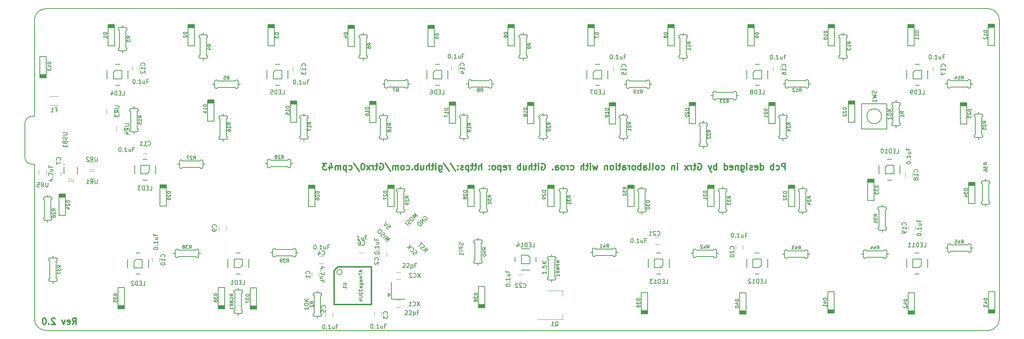
<source format=gbr>
%TF.GenerationSoftware,KiCad,Pcbnew,(5.0.0)*%
%TF.CreationDate,2018-08-20T16:11:06+03:00*%
%TF.ProjectId,cpm43,63706D34332E6B696361645F70636200,rev?*%
%TF.SameCoordinates,Original*%
%TF.FileFunction,Legend,Bot*%
%TF.FilePolarity,Positive*%
%FSLAX46Y46*%
G04 Gerber Fmt 4.6, Leading zero omitted, Abs format (unit mm)*
G04 Created by KiCad (PCBNEW (5.0.0)) date 08/20/18 16:11:06*
%MOMM*%
%LPD*%
G01*
G04 APERTURE LIST*
%ADD10C,0.200000*%
%ADD11C,0.300000*%
%ADD12C,0.150000*%
%ADD13C,0.120000*%
%ADD14C,0.203200*%
%ADD15C,0.100000*%
G04 APERTURE END LIST*
D10*
X121034062Y-121015499D02*
X121081681Y-120967880D01*
X121176920Y-120920260D01*
X121415015Y-120920260D01*
X121510253Y-120967880D01*
X121557872Y-121015499D01*
X121605491Y-121110737D01*
X121605491Y-121205975D01*
X121557872Y-121348832D01*
X120986443Y-121920260D01*
X121605491Y-121920260D01*
X121986443Y-121015499D02*
X122034062Y-120967880D01*
X122129300Y-120920260D01*
X122367396Y-120920260D01*
X122462634Y-120967880D01*
X122510253Y-121015499D01*
X122557872Y-121110737D01*
X122557872Y-121205975D01*
X122510253Y-121348832D01*
X121938824Y-121920260D01*
X122557872Y-121920260D01*
X122986443Y-121253594D02*
X122986443Y-122253594D01*
X122986443Y-121301213D02*
X123081681Y-121253594D01*
X123272158Y-121253594D01*
X123367396Y-121301213D01*
X123415015Y-121348832D01*
X123462634Y-121444070D01*
X123462634Y-121729784D01*
X123415015Y-121825022D01*
X123367396Y-121872641D01*
X123272158Y-121920260D01*
X123081681Y-121920260D01*
X122986443Y-121872641D01*
X124224539Y-121396451D02*
X123891205Y-121396451D01*
X123891205Y-121920260D02*
X123891205Y-120920260D01*
X124367396Y-120920260D01*
X121597942Y-132227059D02*
X121645561Y-132179440D01*
X121740800Y-132131820D01*
X121978895Y-132131820D01*
X122074133Y-132179440D01*
X122121752Y-132227059D01*
X122169371Y-132322297D01*
X122169371Y-132417535D01*
X122121752Y-132560392D01*
X121550323Y-133131820D01*
X122169371Y-133131820D01*
X122550323Y-132227059D02*
X122597942Y-132179440D01*
X122693180Y-132131820D01*
X122931276Y-132131820D01*
X123026514Y-132179440D01*
X123074133Y-132227059D01*
X123121752Y-132322297D01*
X123121752Y-132417535D01*
X123074133Y-132560392D01*
X122502704Y-133131820D01*
X123121752Y-133131820D01*
X123550323Y-132465154D02*
X123550323Y-133465154D01*
X123550323Y-132512773D02*
X123645561Y-132465154D01*
X123836038Y-132465154D01*
X123931276Y-132512773D01*
X123978895Y-132560392D01*
X124026514Y-132655630D01*
X124026514Y-132941344D01*
X123978895Y-133036582D01*
X123931276Y-133084201D01*
X123836038Y-133131820D01*
X123645561Y-133131820D01*
X123550323Y-133084201D01*
X124788419Y-132608011D02*
X124455085Y-132608011D01*
X124455085Y-133131820D02*
X124455085Y-132131820D01*
X124931276Y-132131820D01*
X155243420Y-122843491D02*
X155243420Y-123414920D01*
X155243420Y-123129205D02*
X154243420Y-123129205D01*
X154386278Y-123224443D01*
X154481516Y-123319681D01*
X154529135Y-123414920D01*
X155148182Y-122414920D02*
X155195801Y-122367300D01*
X155243420Y-122414920D01*
X155195801Y-122462539D01*
X155148182Y-122414920D01*
X155243420Y-122414920D01*
X154243420Y-121462539D02*
X154243420Y-121938729D01*
X154719611Y-121986348D01*
X154671992Y-121938729D01*
X154624373Y-121843491D01*
X154624373Y-121605396D01*
X154671992Y-121510158D01*
X154719611Y-121462539D01*
X154814849Y-121414920D01*
X155052944Y-121414920D01*
X155148182Y-121462539D01*
X155195801Y-121510158D01*
X155243420Y-121605396D01*
X155243420Y-121843491D01*
X155195801Y-121938729D01*
X155148182Y-121986348D01*
X155243420Y-120986348D02*
X154243420Y-120986348D01*
X155243420Y-120414920D02*
X154671992Y-120843491D01*
X154243420Y-120414920D02*
X154814849Y-120986348D01*
X237525820Y-86054796D02*
X237525820Y-86626224D01*
X237525820Y-86340510D02*
X236525820Y-86340510D01*
X236668678Y-86435748D01*
X236763916Y-86530986D01*
X236811535Y-86626224D01*
X236525820Y-85435748D02*
X236525820Y-85340510D01*
X236573440Y-85245272D01*
X236621059Y-85197653D01*
X236716297Y-85150034D01*
X236906773Y-85102415D01*
X237144868Y-85102415D01*
X237335344Y-85150034D01*
X237430582Y-85197653D01*
X237478201Y-85245272D01*
X237525820Y-85340510D01*
X237525820Y-85435748D01*
X237478201Y-85530986D01*
X237430582Y-85578605D01*
X237335344Y-85626224D01*
X237144868Y-85673843D01*
X236906773Y-85673843D01*
X236716297Y-85626224D01*
X236621059Y-85578605D01*
X236573440Y-85530986D01*
X236525820Y-85435748D01*
X237525820Y-84673843D02*
X236525820Y-84673843D01*
X237525820Y-84102415D02*
X236954392Y-84530986D01*
X236525820Y-84102415D02*
X237097249Y-84673843D01*
X170635182Y-71217540D02*
X170730420Y-71217540D01*
X170825659Y-71265160D01*
X170873278Y-71312779D01*
X170920897Y-71408017D01*
X170968516Y-71598493D01*
X170968516Y-71836588D01*
X170920897Y-72027064D01*
X170873278Y-72122302D01*
X170825659Y-72169921D01*
X170730420Y-72217540D01*
X170635182Y-72217540D01*
X170539944Y-72169921D01*
X170492325Y-72122302D01*
X170444706Y-72027064D01*
X170397087Y-71836588D01*
X170397087Y-71598493D01*
X170444706Y-71408017D01*
X170492325Y-71312779D01*
X170539944Y-71265160D01*
X170635182Y-71217540D01*
X171397087Y-72122302D02*
X171444706Y-72169921D01*
X171397087Y-72217540D01*
X171349468Y-72169921D01*
X171397087Y-72122302D01*
X171397087Y-72217540D01*
X172397087Y-72217540D02*
X171825659Y-72217540D01*
X172111373Y-72217540D02*
X172111373Y-71217540D01*
X172016135Y-71360398D01*
X171920897Y-71455636D01*
X171825659Y-71503255D01*
X173254230Y-71550874D02*
X173254230Y-72217540D01*
X172825659Y-71550874D02*
X172825659Y-72074683D01*
X172873278Y-72169921D01*
X172968516Y-72217540D01*
X173111373Y-72217540D01*
X173206611Y-72169921D01*
X173254230Y-72122302D01*
X174063754Y-71693731D02*
X173730420Y-71693731D01*
X173730420Y-72217540D02*
X173730420Y-71217540D01*
X174206611Y-71217540D01*
X132072902Y-71029580D02*
X132168140Y-71029580D01*
X132263379Y-71077200D01*
X132310998Y-71124819D01*
X132358617Y-71220057D01*
X132406236Y-71410533D01*
X132406236Y-71648628D01*
X132358617Y-71839104D01*
X132310998Y-71934342D01*
X132263379Y-71981961D01*
X132168140Y-72029580D01*
X132072902Y-72029580D01*
X131977664Y-71981961D01*
X131930045Y-71934342D01*
X131882426Y-71839104D01*
X131834807Y-71648628D01*
X131834807Y-71410533D01*
X131882426Y-71220057D01*
X131930045Y-71124819D01*
X131977664Y-71077200D01*
X132072902Y-71029580D01*
X132834807Y-71934342D02*
X132882426Y-71981961D01*
X132834807Y-72029580D01*
X132787188Y-71981961D01*
X132834807Y-71934342D01*
X132834807Y-72029580D01*
X133834807Y-72029580D02*
X133263379Y-72029580D01*
X133549093Y-72029580D02*
X133549093Y-71029580D01*
X133453855Y-71172438D01*
X133358617Y-71267676D01*
X133263379Y-71315295D01*
X134691950Y-71362914D02*
X134691950Y-72029580D01*
X134263379Y-71362914D02*
X134263379Y-71886723D01*
X134310998Y-71981961D01*
X134406236Y-72029580D01*
X134549093Y-72029580D01*
X134644331Y-71981961D01*
X134691950Y-71934342D01*
X135501474Y-71505771D02*
X135168140Y-71505771D01*
X135168140Y-72029580D02*
X135168140Y-71029580D01*
X135644331Y-71029580D01*
X208801222Y-71253100D02*
X208896460Y-71253100D01*
X208991699Y-71300720D01*
X209039318Y-71348339D01*
X209086937Y-71443577D01*
X209134556Y-71634053D01*
X209134556Y-71872148D01*
X209086937Y-72062624D01*
X209039318Y-72157862D01*
X208991699Y-72205481D01*
X208896460Y-72253100D01*
X208801222Y-72253100D01*
X208705984Y-72205481D01*
X208658365Y-72157862D01*
X208610746Y-72062624D01*
X208563127Y-71872148D01*
X208563127Y-71634053D01*
X208610746Y-71443577D01*
X208658365Y-71348339D01*
X208705984Y-71300720D01*
X208801222Y-71253100D01*
X209563127Y-72157862D02*
X209610746Y-72205481D01*
X209563127Y-72253100D01*
X209515508Y-72205481D01*
X209563127Y-72157862D01*
X209563127Y-72253100D01*
X210563127Y-72253100D02*
X209991699Y-72253100D01*
X210277413Y-72253100D02*
X210277413Y-71253100D01*
X210182175Y-71395958D01*
X210086937Y-71491196D01*
X209991699Y-71538815D01*
X211420270Y-71586434D02*
X211420270Y-72253100D01*
X210991699Y-71586434D02*
X210991699Y-72110243D01*
X211039318Y-72205481D01*
X211134556Y-72253100D01*
X211277413Y-72253100D01*
X211372651Y-72205481D01*
X211420270Y-72157862D01*
X212229794Y-71729291D02*
X211896460Y-71729291D01*
X211896460Y-72253100D02*
X211896460Y-71253100D01*
X212372651Y-71253100D01*
X95181942Y-77196700D02*
X95277180Y-77196700D01*
X95372419Y-77244320D01*
X95420038Y-77291939D01*
X95467657Y-77387177D01*
X95515276Y-77577653D01*
X95515276Y-77815748D01*
X95467657Y-78006224D01*
X95420038Y-78101462D01*
X95372419Y-78149081D01*
X95277180Y-78196700D01*
X95181942Y-78196700D01*
X95086704Y-78149081D01*
X95039085Y-78101462D01*
X94991466Y-78006224D01*
X94943847Y-77815748D01*
X94943847Y-77577653D01*
X94991466Y-77387177D01*
X95039085Y-77291939D01*
X95086704Y-77244320D01*
X95181942Y-77196700D01*
X95943847Y-78101462D02*
X95991466Y-78149081D01*
X95943847Y-78196700D01*
X95896228Y-78149081D01*
X95943847Y-78101462D01*
X95943847Y-78196700D01*
X96943847Y-78196700D02*
X96372419Y-78196700D01*
X96658133Y-78196700D02*
X96658133Y-77196700D01*
X96562895Y-77339558D01*
X96467657Y-77434796D01*
X96372419Y-77482415D01*
X97800990Y-77530034D02*
X97800990Y-78196700D01*
X97372419Y-77530034D02*
X97372419Y-78053843D01*
X97420038Y-78149081D01*
X97515276Y-78196700D01*
X97658133Y-78196700D01*
X97753371Y-78149081D01*
X97800990Y-78101462D01*
X98610514Y-77672891D02*
X98277180Y-77672891D01*
X98277180Y-78196700D02*
X98277180Y-77196700D01*
X98753371Y-77196700D01*
X102002245Y-122143378D02*
X101335579Y-122143378D01*
X102383198Y-121905282D02*
X101668912Y-121667187D01*
X101668912Y-122286235D01*
X101430817Y-122667187D02*
X101383198Y-122714806D01*
X101335579Y-122667187D01*
X101383198Y-122619568D01*
X101430817Y-122667187D01*
X101335579Y-122667187D01*
X102335579Y-123048140D02*
X102335579Y-123714806D01*
X101335579Y-123286235D01*
X102002245Y-124524330D02*
X101335579Y-124524330D01*
X102002245Y-124095759D02*
X101478436Y-124095759D01*
X101383198Y-124143378D01*
X101335579Y-124238616D01*
X101335579Y-124381473D01*
X101383198Y-124476711D01*
X101430817Y-124524330D01*
X101859388Y-125333854D02*
X101859388Y-125000520D01*
X101335579Y-125000520D02*
X102335579Y-125000520D01*
X102335579Y-125476711D01*
X113596942Y-135362700D02*
X113692180Y-135362700D01*
X113787419Y-135410320D01*
X113835038Y-135457939D01*
X113882657Y-135553177D01*
X113930276Y-135743653D01*
X113930276Y-135981748D01*
X113882657Y-136172224D01*
X113835038Y-136267462D01*
X113787419Y-136315081D01*
X113692180Y-136362700D01*
X113596942Y-136362700D01*
X113501704Y-136315081D01*
X113454085Y-136267462D01*
X113406466Y-136172224D01*
X113358847Y-135981748D01*
X113358847Y-135743653D01*
X113406466Y-135553177D01*
X113454085Y-135457939D01*
X113501704Y-135410320D01*
X113596942Y-135362700D01*
X114358847Y-136267462D02*
X114406466Y-136315081D01*
X114358847Y-136362700D01*
X114311228Y-136315081D01*
X114358847Y-136267462D01*
X114358847Y-136362700D01*
X115358847Y-136362700D02*
X114787419Y-136362700D01*
X115073133Y-136362700D02*
X115073133Y-135362700D01*
X114977895Y-135505558D01*
X114882657Y-135600796D01*
X114787419Y-135648415D01*
X116215990Y-135696034D02*
X116215990Y-136362700D01*
X115787419Y-135696034D02*
X115787419Y-136219843D01*
X115835038Y-136315081D01*
X115930276Y-136362700D01*
X116073133Y-136362700D01*
X116168371Y-136315081D01*
X116215990Y-136267462D01*
X117025514Y-135838891D02*
X116692180Y-135838891D01*
X116692180Y-136362700D02*
X116692180Y-135362700D01*
X117168371Y-135362700D01*
X110732961Y-115285780D02*
X110161533Y-115285780D01*
X110447247Y-115285780D02*
X110447247Y-114285780D01*
X110352009Y-114428638D01*
X110256771Y-114523876D01*
X110161533Y-114571495D01*
X111590104Y-114619114D02*
X111590104Y-115285780D01*
X111161533Y-114619114D02*
X111161533Y-115142923D01*
X111209152Y-115238161D01*
X111304390Y-115285780D01*
X111447247Y-115285780D01*
X111542485Y-115238161D01*
X111590104Y-115190542D01*
X112399628Y-114761971D02*
X112066295Y-114761971D01*
X112066295Y-115285780D02*
X112066295Y-114285780D01*
X112542485Y-114285780D01*
X241016540Y-96979217D02*
X241016540Y-96883979D01*
X241064160Y-96788740D01*
X241111779Y-96741121D01*
X241207017Y-96693502D01*
X241397493Y-96645883D01*
X241635588Y-96645883D01*
X241826064Y-96693502D01*
X241921302Y-96741121D01*
X241968921Y-96788740D01*
X242016540Y-96883979D01*
X242016540Y-96979217D01*
X241968921Y-97074455D01*
X241921302Y-97122074D01*
X241826064Y-97169693D01*
X241635588Y-97217312D01*
X241397493Y-97217312D01*
X241207017Y-97169693D01*
X241111779Y-97122074D01*
X241064160Y-97074455D01*
X241016540Y-96979217D01*
X241921302Y-96217312D02*
X241968921Y-96169693D01*
X242016540Y-96217312D01*
X241968921Y-96264931D01*
X241921302Y-96217312D01*
X242016540Y-96217312D01*
X242016540Y-95217312D02*
X242016540Y-95788740D01*
X242016540Y-95503026D02*
X241016540Y-95503026D01*
X241159398Y-95598264D01*
X241254636Y-95693502D01*
X241302255Y-95788740D01*
X241349874Y-94360169D02*
X242016540Y-94360169D01*
X241349874Y-94788740D02*
X241873683Y-94788740D01*
X241968921Y-94741121D01*
X242016540Y-94645883D01*
X242016540Y-94503026D01*
X241968921Y-94407788D01*
X241921302Y-94360169D01*
X241492731Y-93550645D02*
X241492731Y-93883979D01*
X242016540Y-93883979D02*
X241016540Y-93883979D01*
X241016540Y-93407788D01*
X100056202Y-116518440D02*
X100151440Y-116518440D01*
X100246679Y-116566060D01*
X100294298Y-116613679D01*
X100341917Y-116708917D01*
X100389536Y-116899393D01*
X100389536Y-117137488D01*
X100341917Y-117327964D01*
X100294298Y-117423202D01*
X100246679Y-117470821D01*
X100151440Y-117518440D01*
X100056202Y-117518440D01*
X99960964Y-117470821D01*
X99913345Y-117423202D01*
X99865726Y-117327964D01*
X99818107Y-117137488D01*
X99818107Y-116899393D01*
X99865726Y-116708917D01*
X99913345Y-116613679D01*
X99960964Y-116566060D01*
X100056202Y-116518440D01*
X100818107Y-117423202D02*
X100865726Y-117470821D01*
X100818107Y-117518440D01*
X100770488Y-117470821D01*
X100818107Y-117423202D01*
X100818107Y-117518440D01*
X101818107Y-117518440D02*
X101246679Y-117518440D01*
X101532393Y-117518440D02*
X101532393Y-116518440D01*
X101437155Y-116661298D01*
X101341917Y-116756536D01*
X101246679Y-116804155D01*
X102675250Y-116851774D02*
X102675250Y-117518440D01*
X102246679Y-116851774D02*
X102246679Y-117375583D01*
X102294298Y-117470821D01*
X102389536Y-117518440D01*
X102532393Y-117518440D01*
X102627631Y-117470821D01*
X102675250Y-117423202D01*
X103484774Y-116994631D02*
X103151440Y-116994631D01*
X103151440Y-117518440D02*
X103151440Y-116518440D01*
X103627631Y-116518440D01*
X98597980Y-131322676D02*
X98597980Y-131894104D01*
X98597980Y-131608390D02*
X97597980Y-131608390D01*
X97740838Y-131703628D01*
X97836076Y-131798866D01*
X97883695Y-131894104D01*
X97597980Y-130703628D02*
X97597980Y-130608390D01*
X97645600Y-130513152D01*
X97693219Y-130465533D01*
X97788457Y-130417914D01*
X97978933Y-130370295D01*
X98217028Y-130370295D01*
X98407504Y-130417914D01*
X98502742Y-130465533D01*
X98550361Y-130513152D01*
X98597980Y-130608390D01*
X98597980Y-130703628D01*
X98550361Y-130798866D01*
X98502742Y-130846485D01*
X98407504Y-130894104D01*
X98217028Y-130941723D01*
X97978933Y-130941723D01*
X97788457Y-130894104D01*
X97693219Y-130846485D01*
X97645600Y-130798866D01*
X97597980Y-130703628D01*
X98597980Y-129941723D02*
X97597980Y-129941723D01*
X98597980Y-129370295D02*
X98026552Y-129798866D01*
X97597980Y-129370295D02*
X98169409Y-129941723D01*
X37022114Y-100896561D02*
X37688780Y-100896561D01*
X36641161Y-101134657D02*
X37355447Y-101372752D01*
X37355447Y-100753704D01*
X37593542Y-100372752D02*
X37641161Y-100325133D01*
X37688780Y-100372752D01*
X37641161Y-100420371D01*
X37593542Y-100372752D01*
X37688780Y-100372752D01*
X36688780Y-99991799D02*
X36688780Y-99325133D01*
X37688780Y-99753704D01*
X37022114Y-98515609D02*
X37688780Y-98515609D01*
X37022114Y-98944180D02*
X37545923Y-98944180D01*
X37641161Y-98896561D01*
X37688780Y-98801323D01*
X37688780Y-98658466D01*
X37641161Y-98563228D01*
X37593542Y-98515609D01*
X37164971Y-97706085D02*
X37164971Y-98039419D01*
X37688780Y-98039419D02*
X36688780Y-98039419D01*
X36688780Y-97563228D01*
X102105982Y-135510020D02*
X102201220Y-135510020D01*
X102296459Y-135557640D01*
X102344078Y-135605259D01*
X102391697Y-135700497D01*
X102439316Y-135890973D01*
X102439316Y-136129068D01*
X102391697Y-136319544D01*
X102344078Y-136414782D01*
X102296459Y-136462401D01*
X102201220Y-136510020D01*
X102105982Y-136510020D01*
X102010744Y-136462401D01*
X101963125Y-136414782D01*
X101915506Y-136319544D01*
X101867887Y-136129068D01*
X101867887Y-135890973D01*
X101915506Y-135700497D01*
X101963125Y-135605259D01*
X102010744Y-135557640D01*
X102105982Y-135510020D01*
X102867887Y-136414782D02*
X102915506Y-136462401D01*
X102867887Y-136510020D01*
X102820268Y-136462401D01*
X102867887Y-136414782D01*
X102867887Y-136510020D01*
X103867887Y-136510020D02*
X103296459Y-136510020D01*
X103582173Y-136510020D02*
X103582173Y-135510020D01*
X103486935Y-135652878D01*
X103391697Y-135748116D01*
X103296459Y-135795735D01*
X104725030Y-135843354D02*
X104725030Y-136510020D01*
X104296459Y-135843354D02*
X104296459Y-136367163D01*
X104344078Y-136462401D01*
X104439316Y-136510020D01*
X104582173Y-136510020D01*
X104677411Y-136462401D01*
X104725030Y-136414782D01*
X105534554Y-135986211D02*
X105201220Y-135986211D01*
X105201220Y-136510020D02*
X105201220Y-135510020D01*
X105677411Y-135510020D01*
X199494662Y-113701580D02*
X199589900Y-113701580D01*
X199685139Y-113749200D01*
X199732758Y-113796819D01*
X199780377Y-113892057D01*
X199827996Y-114082533D01*
X199827996Y-114320628D01*
X199780377Y-114511104D01*
X199732758Y-114606342D01*
X199685139Y-114653961D01*
X199589900Y-114701580D01*
X199494662Y-114701580D01*
X199399424Y-114653961D01*
X199351805Y-114606342D01*
X199304186Y-114511104D01*
X199256567Y-114320628D01*
X199256567Y-114082533D01*
X199304186Y-113892057D01*
X199351805Y-113796819D01*
X199399424Y-113749200D01*
X199494662Y-113701580D01*
X200256567Y-114606342D02*
X200304186Y-114653961D01*
X200256567Y-114701580D01*
X200208948Y-114653961D01*
X200256567Y-114606342D01*
X200256567Y-114701580D01*
X201256567Y-114701580D02*
X200685139Y-114701580D01*
X200970853Y-114701580D02*
X200970853Y-113701580D01*
X200875615Y-113844438D01*
X200780377Y-113939676D01*
X200685139Y-113987295D01*
X202113710Y-114034914D02*
X202113710Y-114701580D01*
X201685139Y-114034914D02*
X201685139Y-114558723D01*
X201732758Y-114653961D01*
X201827996Y-114701580D01*
X201970853Y-114701580D01*
X202066091Y-114653961D01*
X202113710Y-114606342D01*
X202923234Y-114177771D02*
X202589900Y-114177771D01*
X202589900Y-114701580D02*
X202589900Y-113701580D01*
X203066091Y-113701580D01*
X243536220Y-114083577D02*
X243536220Y-113988339D01*
X243583840Y-113893100D01*
X243631459Y-113845481D01*
X243726697Y-113797862D01*
X243917173Y-113750243D01*
X244155268Y-113750243D01*
X244345744Y-113797862D01*
X244440982Y-113845481D01*
X244488601Y-113893100D01*
X244536220Y-113988339D01*
X244536220Y-114083577D01*
X244488601Y-114178815D01*
X244440982Y-114226434D01*
X244345744Y-114274053D01*
X244155268Y-114321672D01*
X243917173Y-114321672D01*
X243726697Y-114274053D01*
X243631459Y-114226434D01*
X243583840Y-114178815D01*
X243536220Y-114083577D01*
X244440982Y-113321672D02*
X244488601Y-113274053D01*
X244536220Y-113321672D01*
X244488601Y-113369291D01*
X244440982Y-113321672D01*
X244536220Y-113321672D01*
X244536220Y-112321672D02*
X244536220Y-112893100D01*
X244536220Y-112607386D02*
X243536220Y-112607386D01*
X243679078Y-112702624D01*
X243774316Y-112797862D01*
X243821935Y-112893100D01*
X243869554Y-111464529D02*
X244536220Y-111464529D01*
X243869554Y-111893100D02*
X244393363Y-111893100D01*
X244488601Y-111845481D01*
X244536220Y-111750243D01*
X244536220Y-111607386D01*
X244488601Y-111512148D01*
X244440982Y-111464529D01*
X244012411Y-110655005D02*
X244012411Y-110988339D01*
X244536220Y-110988339D02*
X243536220Y-110988339D01*
X243536220Y-110512148D01*
X114306100Y-118487937D02*
X114306100Y-118392699D01*
X114353720Y-118297460D01*
X114401339Y-118249841D01*
X114496577Y-118202222D01*
X114687053Y-118154603D01*
X114925148Y-118154603D01*
X115115624Y-118202222D01*
X115210862Y-118249841D01*
X115258481Y-118297460D01*
X115306100Y-118392699D01*
X115306100Y-118487937D01*
X115258481Y-118583175D01*
X115210862Y-118630794D01*
X115115624Y-118678413D01*
X114925148Y-118726032D01*
X114687053Y-118726032D01*
X114496577Y-118678413D01*
X114401339Y-118630794D01*
X114353720Y-118583175D01*
X114306100Y-118487937D01*
X115210862Y-117726032D02*
X115258481Y-117678413D01*
X115306100Y-117726032D01*
X115258481Y-117773651D01*
X115210862Y-117726032D01*
X115306100Y-117726032D01*
X115306100Y-116726032D02*
X115306100Y-117297460D01*
X115306100Y-117011746D02*
X114306100Y-117011746D01*
X114448958Y-117106984D01*
X114544196Y-117202222D01*
X114591815Y-117297460D01*
X114639434Y-115868889D02*
X115306100Y-115868889D01*
X114639434Y-116297460D02*
X115163243Y-116297460D01*
X115258481Y-116249841D01*
X115306100Y-116154603D01*
X115306100Y-116011746D01*
X115258481Y-115916508D01*
X115210862Y-115868889D01*
X114782291Y-115059365D02*
X114782291Y-115392699D01*
X115306100Y-115392699D02*
X114306100Y-115392699D01*
X114306100Y-114916508D01*
X145578580Y-126148577D02*
X145578580Y-126053339D01*
X145626200Y-125958100D01*
X145673819Y-125910481D01*
X145769057Y-125862862D01*
X145959533Y-125815243D01*
X146197628Y-125815243D01*
X146388104Y-125862862D01*
X146483342Y-125910481D01*
X146530961Y-125958100D01*
X146578580Y-126053339D01*
X146578580Y-126148577D01*
X146530961Y-126243815D01*
X146483342Y-126291434D01*
X146388104Y-126339053D01*
X146197628Y-126386672D01*
X145959533Y-126386672D01*
X145769057Y-126339053D01*
X145673819Y-126291434D01*
X145626200Y-126243815D01*
X145578580Y-126148577D01*
X146483342Y-125386672D02*
X146530961Y-125339053D01*
X146578580Y-125386672D01*
X146530961Y-125434291D01*
X146483342Y-125386672D01*
X146578580Y-125386672D01*
X146578580Y-124386672D02*
X146578580Y-124958100D01*
X146578580Y-124672386D02*
X145578580Y-124672386D01*
X145721438Y-124767624D01*
X145816676Y-124862862D01*
X145864295Y-124958100D01*
X145911914Y-123529529D02*
X146578580Y-123529529D01*
X145911914Y-123958100D02*
X146435723Y-123958100D01*
X146530961Y-123910481D01*
X146578580Y-123815243D01*
X146578580Y-123672386D01*
X146530961Y-123577148D01*
X146483342Y-123529529D01*
X146054771Y-122720005D02*
X146054771Y-123053339D01*
X146578580Y-123053339D02*
X145578580Y-123053339D01*
X145578580Y-122577148D01*
X175578022Y-114971580D02*
X175673260Y-114971580D01*
X175768499Y-115019200D01*
X175816118Y-115066819D01*
X175863737Y-115162057D01*
X175911356Y-115352533D01*
X175911356Y-115590628D01*
X175863737Y-115781104D01*
X175816118Y-115876342D01*
X175768499Y-115923961D01*
X175673260Y-115971580D01*
X175578022Y-115971580D01*
X175482784Y-115923961D01*
X175435165Y-115876342D01*
X175387546Y-115781104D01*
X175339927Y-115590628D01*
X175339927Y-115352533D01*
X175387546Y-115162057D01*
X175435165Y-115066819D01*
X175482784Y-115019200D01*
X175578022Y-114971580D01*
X176339927Y-115876342D02*
X176387546Y-115923961D01*
X176339927Y-115971580D01*
X176292308Y-115923961D01*
X176339927Y-115876342D01*
X176339927Y-115971580D01*
X177339927Y-115971580D02*
X176768499Y-115971580D01*
X177054213Y-115971580D02*
X177054213Y-114971580D01*
X176958975Y-115114438D01*
X176863737Y-115209676D01*
X176768499Y-115257295D01*
X178197070Y-115304914D02*
X178197070Y-115971580D01*
X177768499Y-115304914D02*
X177768499Y-115828723D01*
X177816118Y-115923961D01*
X177911356Y-115971580D01*
X178054213Y-115971580D01*
X178149451Y-115923961D01*
X178197070Y-115876342D01*
X179006594Y-115447771D02*
X178673260Y-115447771D01*
X178673260Y-115971580D02*
X178673260Y-114971580D01*
X179149451Y-114971580D01*
X246601502Y-71202300D02*
X246696740Y-71202300D01*
X246791979Y-71249920D01*
X246839598Y-71297539D01*
X246887217Y-71392777D01*
X246934836Y-71583253D01*
X246934836Y-71821348D01*
X246887217Y-72011824D01*
X246839598Y-72107062D01*
X246791979Y-72154681D01*
X246696740Y-72202300D01*
X246601502Y-72202300D01*
X246506264Y-72154681D01*
X246458645Y-72107062D01*
X246411026Y-72011824D01*
X246363407Y-71821348D01*
X246363407Y-71583253D01*
X246411026Y-71392777D01*
X246458645Y-71297539D01*
X246506264Y-71249920D01*
X246601502Y-71202300D01*
X247363407Y-72107062D02*
X247411026Y-72154681D01*
X247363407Y-72202300D01*
X247315788Y-72154681D01*
X247363407Y-72107062D01*
X247363407Y-72202300D01*
X248363407Y-72202300D02*
X247791979Y-72202300D01*
X248077693Y-72202300D02*
X248077693Y-71202300D01*
X247982455Y-71345158D01*
X247887217Y-71440396D01*
X247791979Y-71488015D01*
X249220550Y-71535634D02*
X249220550Y-72202300D01*
X248791979Y-71535634D02*
X248791979Y-72059443D01*
X248839598Y-72154681D01*
X248934836Y-72202300D01*
X249077693Y-72202300D01*
X249172931Y-72154681D01*
X249220550Y-72107062D01*
X250030074Y-71678491D02*
X249696740Y-71678491D01*
X249696740Y-72202300D02*
X249696740Y-71202300D01*
X250172931Y-71202300D01*
X61687460Y-117385577D02*
X61687460Y-117290339D01*
X61735080Y-117195100D01*
X61782699Y-117147481D01*
X61877937Y-117099862D01*
X62068413Y-117052243D01*
X62306508Y-117052243D01*
X62496984Y-117099862D01*
X62592222Y-117147481D01*
X62639841Y-117195100D01*
X62687460Y-117290339D01*
X62687460Y-117385577D01*
X62639841Y-117480815D01*
X62592222Y-117528434D01*
X62496984Y-117576053D01*
X62306508Y-117623672D01*
X62068413Y-117623672D01*
X61877937Y-117576053D01*
X61782699Y-117528434D01*
X61735080Y-117480815D01*
X61687460Y-117385577D01*
X62592222Y-116623672D02*
X62639841Y-116576053D01*
X62687460Y-116623672D01*
X62639841Y-116671291D01*
X62592222Y-116623672D01*
X62687460Y-116623672D01*
X62687460Y-115623672D02*
X62687460Y-116195100D01*
X62687460Y-115909386D02*
X61687460Y-115909386D01*
X61830318Y-116004624D01*
X61925556Y-116099862D01*
X61973175Y-116195100D01*
X62020794Y-114766529D02*
X62687460Y-114766529D01*
X62020794Y-115195100D02*
X62544603Y-115195100D01*
X62639841Y-115147481D01*
X62687460Y-115052243D01*
X62687460Y-114909386D01*
X62639841Y-114814148D01*
X62592222Y-114766529D01*
X62163651Y-113957005D02*
X62163651Y-114290339D01*
X62687460Y-114290339D02*
X61687460Y-114290339D01*
X61687460Y-113814148D01*
X53602142Y-93254580D02*
X53697380Y-93254580D01*
X53792619Y-93302200D01*
X53840238Y-93349819D01*
X53887857Y-93445057D01*
X53935476Y-93635533D01*
X53935476Y-93873628D01*
X53887857Y-94064104D01*
X53840238Y-94159342D01*
X53792619Y-94206961D01*
X53697380Y-94254580D01*
X53602142Y-94254580D01*
X53506904Y-94206961D01*
X53459285Y-94159342D01*
X53411666Y-94064104D01*
X53364047Y-93873628D01*
X53364047Y-93635533D01*
X53411666Y-93445057D01*
X53459285Y-93349819D01*
X53506904Y-93302200D01*
X53602142Y-93254580D01*
X54364047Y-94159342D02*
X54411666Y-94206961D01*
X54364047Y-94254580D01*
X54316428Y-94206961D01*
X54364047Y-94159342D01*
X54364047Y-94254580D01*
X55364047Y-94254580D02*
X54792619Y-94254580D01*
X55078333Y-94254580D02*
X55078333Y-93254580D01*
X54983095Y-93397438D01*
X54887857Y-93492676D01*
X54792619Y-93540295D01*
X56221190Y-93587914D02*
X56221190Y-94254580D01*
X55792619Y-93587914D02*
X55792619Y-94111723D01*
X55840238Y-94206961D01*
X55935476Y-94254580D01*
X56078333Y-94254580D01*
X56173571Y-94206961D01*
X56221190Y-94159342D01*
X57030714Y-93730771D02*
X56697380Y-93730771D01*
X56697380Y-94254580D02*
X56697380Y-93254580D01*
X57173571Y-93254580D01*
X56939702Y-77059540D02*
X57034940Y-77059540D01*
X57130179Y-77107160D01*
X57177798Y-77154779D01*
X57225417Y-77250017D01*
X57273036Y-77440493D01*
X57273036Y-77678588D01*
X57225417Y-77869064D01*
X57177798Y-77964302D01*
X57130179Y-78011921D01*
X57034940Y-78059540D01*
X56939702Y-78059540D01*
X56844464Y-78011921D01*
X56796845Y-77964302D01*
X56749226Y-77869064D01*
X56701607Y-77678588D01*
X56701607Y-77440493D01*
X56749226Y-77250017D01*
X56796845Y-77154779D01*
X56844464Y-77107160D01*
X56939702Y-77059540D01*
X57701607Y-77964302D02*
X57749226Y-78011921D01*
X57701607Y-78059540D01*
X57653988Y-78011921D01*
X57701607Y-77964302D01*
X57701607Y-78059540D01*
X58701607Y-78059540D02*
X58130179Y-78059540D01*
X58415893Y-78059540D02*
X58415893Y-77059540D01*
X58320655Y-77202398D01*
X58225417Y-77297636D01*
X58130179Y-77345255D01*
X59558750Y-77392874D02*
X59558750Y-78059540D01*
X59130179Y-77392874D02*
X59130179Y-77916683D01*
X59177798Y-78011921D01*
X59273036Y-78059540D01*
X59415893Y-78059540D01*
X59511131Y-78011921D01*
X59558750Y-77964302D01*
X60368274Y-77535731D02*
X60034940Y-77535731D01*
X60034940Y-78059540D02*
X60034940Y-77059540D01*
X60511131Y-77059540D01*
X33274000Y-97282000D02*
X32766000Y-97282000D01*
X32766000Y-85852000D02*
X33274000Y-85852000D01*
X33274000Y-62992000D02*
X33274000Y-85852000D01*
X33274000Y-97282000D02*
X33274000Y-134112000D01*
X30988000Y-87630000D02*
X30988000Y-95504000D01*
X30988000Y-87630000D02*
G75*
G02X32766000Y-85852000I1778000J0D01*
G01*
X32766000Y-97282000D02*
G75*
G02X30988000Y-95504000I0J1778000D01*
G01*
X36068000Y-60198000D02*
X260350000Y-60198000D01*
X260350000Y-136906000D02*
X36068000Y-136906000D01*
X263144000Y-62992000D02*
X263144000Y-134112000D01*
X260350000Y-60198000D02*
G75*
G02X263144000Y-62992000I0J-2794000D01*
G01*
X263144000Y-134112000D02*
G75*
G02X260350000Y-136906000I-2794000J0D01*
G01*
X36068000Y-136906000D02*
G75*
G02X33274000Y-134112000I0J2794000D01*
G01*
X33274000Y-62992000D02*
G75*
G02X36068000Y-60198000I2794000J0D01*
G01*
D11*
X42350142Y-135425571D02*
X42850142Y-134711285D01*
X43207285Y-135425571D02*
X43207285Y-133925571D01*
X42635857Y-133925571D01*
X42493000Y-133997000D01*
X42421571Y-134068428D01*
X42350142Y-134211285D01*
X42350142Y-134425571D01*
X42421571Y-134568428D01*
X42493000Y-134639857D01*
X42635857Y-134711285D01*
X43207285Y-134711285D01*
X41135857Y-135354142D02*
X41278714Y-135425571D01*
X41564428Y-135425571D01*
X41707285Y-135354142D01*
X41778714Y-135211285D01*
X41778714Y-134639857D01*
X41707285Y-134497000D01*
X41564428Y-134425571D01*
X41278714Y-134425571D01*
X41135857Y-134497000D01*
X41064428Y-134639857D01*
X41064428Y-134782714D01*
X41778714Y-134925571D01*
X40564428Y-134425571D02*
X40207285Y-135425571D01*
X39850142Y-134425571D01*
X38207285Y-134068428D02*
X38135857Y-133997000D01*
X37993000Y-133925571D01*
X37635857Y-133925571D01*
X37493000Y-133997000D01*
X37421571Y-134068428D01*
X37350142Y-134211285D01*
X37350142Y-134354142D01*
X37421571Y-134568428D01*
X38278714Y-135425571D01*
X37350142Y-135425571D01*
X36707285Y-135282714D02*
X36635857Y-135354142D01*
X36707285Y-135425571D01*
X36778714Y-135354142D01*
X36707285Y-135282714D01*
X36707285Y-135425571D01*
X35707285Y-133925571D02*
X35564428Y-133925571D01*
X35421571Y-133997000D01*
X35350142Y-134068428D01*
X35278714Y-134211285D01*
X35207285Y-134497000D01*
X35207285Y-134854142D01*
X35278714Y-135139857D01*
X35350142Y-135282714D01*
X35421571Y-135354142D01*
X35564428Y-135425571D01*
X35707285Y-135425571D01*
X35850142Y-135354142D01*
X35921571Y-135282714D01*
X35993000Y-135139857D01*
X36064428Y-134854142D01*
X36064428Y-134497000D01*
X35993000Y-134211285D01*
X35921571Y-134068428D01*
X35850142Y-133997000D01*
X35707285Y-133925571D01*
X212134714Y-98595571D02*
X212134714Y-97095571D01*
X211563285Y-97095571D01*
X211420428Y-97167000D01*
X211348999Y-97238428D01*
X211277571Y-97381285D01*
X211277571Y-97595571D01*
X211348999Y-97738428D01*
X211420428Y-97809857D01*
X211563285Y-97881285D01*
X212134714Y-97881285D01*
X209991857Y-98524142D02*
X210134714Y-98595571D01*
X210420428Y-98595571D01*
X210563285Y-98524142D01*
X210634714Y-98452714D01*
X210706142Y-98309857D01*
X210706142Y-97881285D01*
X210634714Y-97738428D01*
X210563285Y-97667000D01*
X210420428Y-97595571D01*
X210134714Y-97595571D01*
X209991857Y-97667000D01*
X209349000Y-98595571D02*
X209349000Y-97095571D01*
X209349000Y-97667000D02*
X209206142Y-97595571D01*
X208920428Y-97595571D01*
X208777571Y-97667000D01*
X208706142Y-97738428D01*
X208634714Y-97881285D01*
X208634714Y-98309857D01*
X208706142Y-98452714D01*
X208777571Y-98524142D01*
X208920428Y-98595571D01*
X209206142Y-98595571D01*
X209349000Y-98524142D01*
X206206142Y-98595571D02*
X206206142Y-97095571D01*
X206206142Y-98524142D02*
X206349000Y-98595571D01*
X206634714Y-98595571D01*
X206777571Y-98524142D01*
X206849000Y-98452714D01*
X206920428Y-98309857D01*
X206920428Y-97881285D01*
X206849000Y-97738428D01*
X206777571Y-97667000D01*
X206634714Y-97595571D01*
X206349000Y-97595571D01*
X206206142Y-97667000D01*
X204920428Y-98524142D02*
X205063285Y-98595571D01*
X205349000Y-98595571D01*
X205491857Y-98524142D01*
X205563285Y-98381285D01*
X205563285Y-97809857D01*
X205491857Y-97667000D01*
X205349000Y-97595571D01*
X205063285Y-97595571D01*
X204920428Y-97667000D01*
X204849000Y-97809857D01*
X204849000Y-97952714D01*
X205563285Y-98095571D01*
X204277571Y-98524142D02*
X204134714Y-98595571D01*
X203849000Y-98595571D01*
X203706142Y-98524142D01*
X203634714Y-98381285D01*
X203634714Y-98309857D01*
X203706142Y-98167000D01*
X203849000Y-98095571D01*
X204063285Y-98095571D01*
X204206142Y-98024142D01*
X204277571Y-97881285D01*
X204277571Y-97809857D01*
X204206142Y-97667000D01*
X204063285Y-97595571D01*
X203849000Y-97595571D01*
X203706142Y-97667000D01*
X202991857Y-98595571D02*
X202991857Y-97595571D01*
X202991857Y-97095571D02*
X203063285Y-97167000D01*
X202991857Y-97238428D01*
X202920428Y-97167000D01*
X202991857Y-97095571D01*
X202991857Y-97238428D01*
X201634714Y-97595571D02*
X201634714Y-98809857D01*
X201706142Y-98952714D01*
X201777571Y-99024142D01*
X201920428Y-99095571D01*
X202134714Y-99095571D01*
X202277571Y-99024142D01*
X201634714Y-98524142D02*
X201777571Y-98595571D01*
X202063285Y-98595571D01*
X202206142Y-98524142D01*
X202277571Y-98452714D01*
X202349000Y-98309857D01*
X202349000Y-97881285D01*
X202277571Y-97738428D01*
X202206142Y-97667000D01*
X202063285Y-97595571D01*
X201777571Y-97595571D01*
X201634714Y-97667000D01*
X200920428Y-97595571D02*
X200920428Y-98595571D01*
X200920428Y-97738428D02*
X200849000Y-97667000D01*
X200706142Y-97595571D01*
X200491857Y-97595571D01*
X200349000Y-97667000D01*
X200277571Y-97809857D01*
X200277571Y-98595571D01*
X198991857Y-98524142D02*
X199134714Y-98595571D01*
X199420428Y-98595571D01*
X199563285Y-98524142D01*
X199634714Y-98381285D01*
X199634714Y-97809857D01*
X199563285Y-97667000D01*
X199420428Y-97595571D01*
X199134714Y-97595571D01*
X198991857Y-97667000D01*
X198920428Y-97809857D01*
X198920428Y-97952714D01*
X199634714Y-98095571D01*
X197634714Y-98595571D02*
X197634714Y-97095571D01*
X197634714Y-98524142D02*
X197777571Y-98595571D01*
X198063285Y-98595571D01*
X198206142Y-98524142D01*
X198277571Y-98452714D01*
X198349000Y-98309857D01*
X198349000Y-97881285D01*
X198277571Y-97738428D01*
X198206142Y-97667000D01*
X198063285Y-97595571D01*
X197777571Y-97595571D01*
X197634714Y-97667000D01*
X195777571Y-98595571D02*
X195777571Y-97095571D01*
X195777571Y-97667000D02*
X195634714Y-97595571D01*
X195349000Y-97595571D01*
X195206142Y-97667000D01*
X195134714Y-97738428D01*
X195063285Y-97881285D01*
X195063285Y-98309857D01*
X195134714Y-98452714D01*
X195206142Y-98524142D01*
X195349000Y-98595571D01*
X195634714Y-98595571D01*
X195777571Y-98524142D01*
X194563285Y-97595571D02*
X194206142Y-98595571D01*
X193849000Y-97595571D02*
X194206142Y-98595571D01*
X194349000Y-98952714D01*
X194420428Y-99024142D01*
X194563285Y-99095571D01*
X191349000Y-97167000D02*
X191491857Y-97095571D01*
X191706142Y-97095571D01*
X191920428Y-97167000D01*
X192063285Y-97309857D01*
X192134714Y-97452714D01*
X192206142Y-97738428D01*
X192206142Y-97952714D01*
X192134714Y-98238428D01*
X192063285Y-98381285D01*
X191920428Y-98524142D01*
X191706142Y-98595571D01*
X191563285Y-98595571D01*
X191349000Y-98524142D01*
X191277571Y-98452714D01*
X191277571Y-97952714D01*
X191563285Y-97952714D01*
X190849000Y-97595571D02*
X190277571Y-97595571D01*
X190634714Y-97095571D02*
X190634714Y-98381285D01*
X190563285Y-98524142D01*
X190420428Y-98595571D01*
X190277571Y-98595571D01*
X189777571Y-98595571D02*
X189777571Y-97595571D01*
X189777571Y-97881285D02*
X189706142Y-97738428D01*
X189634714Y-97667000D01*
X189491857Y-97595571D01*
X189349000Y-97595571D01*
X188991857Y-98595571D02*
X188206142Y-97595571D01*
X188991857Y-97595571D02*
X188206142Y-98595571D01*
X186491857Y-98595571D02*
X186491857Y-97595571D01*
X186491857Y-97095571D02*
X186563285Y-97167000D01*
X186491857Y-97238428D01*
X186420428Y-97167000D01*
X186491857Y-97095571D01*
X186491857Y-97238428D01*
X185777571Y-97595571D02*
X185777571Y-98595571D01*
X185777571Y-97738428D02*
X185706142Y-97667000D01*
X185563285Y-97595571D01*
X185349000Y-97595571D01*
X185206142Y-97667000D01*
X185134714Y-97809857D01*
X185134714Y-98595571D01*
X182634714Y-98524142D02*
X182777571Y-98595571D01*
X183063285Y-98595571D01*
X183206142Y-98524142D01*
X183277571Y-98452714D01*
X183349000Y-98309857D01*
X183349000Y-97881285D01*
X183277571Y-97738428D01*
X183206142Y-97667000D01*
X183063285Y-97595571D01*
X182777571Y-97595571D01*
X182634714Y-97667000D01*
X181777571Y-98595571D02*
X181920428Y-98524142D01*
X181991857Y-98452714D01*
X182063285Y-98309857D01*
X182063285Y-97881285D01*
X181991857Y-97738428D01*
X181920428Y-97667000D01*
X181777571Y-97595571D01*
X181563285Y-97595571D01*
X181420428Y-97667000D01*
X181349000Y-97738428D01*
X181277571Y-97881285D01*
X181277571Y-98309857D01*
X181349000Y-98452714D01*
X181420428Y-98524142D01*
X181563285Y-98595571D01*
X181777571Y-98595571D01*
X180420428Y-98595571D02*
X180563285Y-98524142D01*
X180634714Y-98381285D01*
X180634714Y-97095571D01*
X179634714Y-98595571D02*
X179777571Y-98524142D01*
X179849000Y-98381285D01*
X179849000Y-97095571D01*
X178420428Y-98595571D02*
X178420428Y-97809857D01*
X178491857Y-97667000D01*
X178634714Y-97595571D01*
X178920428Y-97595571D01*
X179063285Y-97667000D01*
X178420428Y-98524142D02*
X178563285Y-98595571D01*
X178920428Y-98595571D01*
X179063285Y-98524142D01*
X179134714Y-98381285D01*
X179134714Y-98238428D01*
X179063285Y-98095571D01*
X178920428Y-98024142D01*
X178563285Y-98024142D01*
X178420428Y-97952714D01*
X177706142Y-98595571D02*
X177706142Y-97095571D01*
X177706142Y-97667000D02*
X177563285Y-97595571D01*
X177277571Y-97595571D01*
X177134714Y-97667000D01*
X177063285Y-97738428D01*
X176991857Y-97881285D01*
X176991857Y-98309857D01*
X177063285Y-98452714D01*
X177134714Y-98524142D01*
X177277571Y-98595571D01*
X177563285Y-98595571D01*
X177706142Y-98524142D01*
X176134714Y-98595571D02*
X176277571Y-98524142D01*
X176349000Y-98452714D01*
X176420428Y-98309857D01*
X176420428Y-97881285D01*
X176349000Y-97738428D01*
X176277571Y-97667000D01*
X176134714Y-97595571D01*
X175920428Y-97595571D01*
X175777571Y-97667000D01*
X175706142Y-97738428D01*
X175634714Y-97881285D01*
X175634714Y-98309857D01*
X175706142Y-98452714D01*
X175777571Y-98524142D01*
X175920428Y-98595571D01*
X176134714Y-98595571D01*
X174991857Y-98595571D02*
X174991857Y-97595571D01*
X174991857Y-97881285D02*
X174920428Y-97738428D01*
X174849000Y-97667000D01*
X174706142Y-97595571D01*
X174563285Y-97595571D01*
X173420428Y-98595571D02*
X173420428Y-97809857D01*
X173491857Y-97667000D01*
X173634714Y-97595571D01*
X173920428Y-97595571D01*
X174063285Y-97667000D01*
X173420428Y-98524142D02*
X173563285Y-98595571D01*
X173920428Y-98595571D01*
X174063285Y-98524142D01*
X174134714Y-98381285D01*
X174134714Y-98238428D01*
X174063285Y-98095571D01*
X173920428Y-98024142D01*
X173563285Y-98024142D01*
X173420428Y-97952714D01*
X172920428Y-97595571D02*
X172349000Y-97595571D01*
X172706142Y-97095571D02*
X172706142Y-98381285D01*
X172634714Y-98524142D01*
X172491857Y-98595571D01*
X172349000Y-98595571D01*
X171849000Y-98595571D02*
X171849000Y-97595571D01*
X171849000Y-97095571D02*
X171920428Y-97167000D01*
X171849000Y-97238428D01*
X171777571Y-97167000D01*
X171849000Y-97095571D01*
X171849000Y-97238428D01*
X170920428Y-98595571D02*
X171063285Y-98524142D01*
X171134714Y-98452714D01*
X171206142Y-98309857D01*
X171206142Y-97881285D01*
X171134714Y-97738428D01*
X171063285Y-97667000D01*
X170920428Y-97595571D01*
X170706142Y-97595571D01*
X170563285Y-97667000D01*
X170491857Y-97738428D01*
X170420428Y-97881285D01*
X170420428Y-98309857D01*
X170491857Y-98452714D01*
X170563285Y-98524142D01*
X170706142Y-98595571D01*
X170920428Y-98595571D01*
X169777571Y-97595571D02*
X169777571Y-98595571D01*
X169777571Y-97738428D02*
X169706142Y-97667000D01*
X169563285Y-97595571D01*
X169349000Y-97595571D01*
X169206142Y-97667000D01*
X169134714Y-97809857D01*
X169134714Y-98595571D01*
X167420428Y-97595571D02*
X167134714Y-98595571D01*
X166849000Y-97881285D01*
X166563285Y-98595571D01*
X166277571Y-97595571D01*
X165706142Y-98595571D02*
X165706142Y-97595571D01*
X165706142Y-97095571D02*
X165777571Y-97167000D01*
X165706142Y-97238428D01*
X165634714Y-97167000D01*
X165706142Y-97095571D01*
X165706142Y-97238428D01*
X165206142Y-97595571D02*
X164634714Y-97595571D01*
X164991857Y-97095571D02*
X164991857Y-98381285D01*
X164920428Y-98524142D01*
X164777571Y-98595571D01*
X164634714Y-98595571D01*
X164134714Y-98595571D02*
X164134714Y-97095571D01*
X163491857Y-98595571D02*
X163491857Y-97809857D01*
X163563285Y-97667000D01*
X163706142Y-97595571D01*
X163920428Y-97595571D01*
X164063285Y-97667000D01*
X164134714Y-97738428D01*
X160991857Y-98524142D02*
X161134714Y-98595571D01*
X161420428Y-98595571D01*
X161563285Y-98524142D01*
X161634714Y-98452714D01*
X161706142Y-98309857D01*
X161706142Y-97881285D01*
X161634714Y-97738428D01*
X161563285Y-97667000D01*
X161420428Y-97595571D01*
X161134714Y-97595571D01*
X160991857Y-97667000D01*
X160349000Y-98595571D02*
X160349000Y-97595571D01*
X160349000Y-97881285D02*
X160277571Y-97738428D01*
X160206142Y-97667000D01*
X160063285Y-97595571D01*
X159920428Y-97595571D01*
X159206142Y-98595571D02*
X159349000Y-98524142D01*
X159420428Y-98452714D01*
X159491857Y-98309857D01*
X159491857Y-97881285D01*
X159420428Y-97738428D01*
X159349000Y-97667000D01*
X159206142Y-97595571D01*
X158991857Y-97595571D01*
X158849000Y-97667000D01*
X158777571Y-97738428D01*
X158706142Y-97881285D01*
X158706142Y-98309857D01*
X158777571Y-98452714D01*
X158849000Y-98524142D01*
X158991857Y-98595571D01*
X159206142Y-98595571D01*
X157420428Y-98595571D02*
X157420428Y-97809857D01*
X157491857Y-97667000D01*
X157634714Y-97595571D01*
X157920428Y-97595571D01*
X158063285Y-97667000D01*
X157420428Y-98524142D02*
X157563285Y-98595571D01*
X157920428Y-98595571D01*
X158063285Y-98524142D01*
X158134714Y-98381285D01*
X158134714Y-98238428D01*
X158063285Y-98095571D01*
X157920428Y-98024142D01*
X157563285Y-98024142D01*
X157420428Y-97952714D01*
X156706142Y-98452714D02*
X156634714Y-98524142D01*
X156706142Y-98595571D01*
X156777571Y-98524142D01*
X156706142Y-98452714D01*
X156706142Y-98595571D01*
X154063285Y-97167000D02*
X154206142Y-97095571D01*
X154420428Y-97095571D01*
X154634714Y-97167000D01*
X154777571Y-97309857D01*
X154849000Y-97452714D01*
X154920428Y-97738428D01*
X154920428Y-97952714D01*
X154849000Y-98238428D01*
X154777571Y-98381285D01*
X154634714Y-98524142D01*
X154420428Y-98595571D01*
X154277571Y-98595571D01*
X154063285Y-98524142D01*
X153991857Y-98452714D01*
X153991857Y-97952714D01*
X154277571Y-97952714D01*
X153349000Y-98595571D02*
X153349000Y-97595571D01*
X153349000Y-97095571D02*
X153420428Y-97167000D01*
X153349000Y-97238428D01*
X153277571Y-97167000D01*
X153349000Y-97095571D01*
X153349000Y-97238428D01*
X152849000Y-97595571D02*
X152277571Y-97595571D01*
X152634714Y-97095571D02*
X152634714Y-98381285D01*
X152563285Y-98524142D01*
X152420428Y-98595571D01*
X152277571Y-98595571D01*
X151777571Y-98595571D02*
X151777571Y-97095571D01*
X151134714Y-98595571D02*
X151134714Y-97809857D01*
X151206142Y-97667000D01*
X151349000Y-97595571D01*
X151563285Y-97595571D01*
X151706142Y-97667000D01*
X151777571Y-97738428D01*
X149777571Y-97595571D02*
X149777571Y-98595571D01*
X150420428Y-97595571D02*
X150420428Y-98381285D01*
X150349000Y-98524142D01*
X150206142Y-98595571D01*
X149991857Y-98595571D01*
X149849000Y-98524142D01*
X149777571Y-98452714D01*
X149063285Y-98595571D02*
X149063285Y-97095571D01*
X149063285Y-97667000D02*
X148920428Y-97595571D01*
X148634714Y-97595571D01*
X148491857Y-97667000D01*
X148420428Y-97738428D01*
X148349000Y-97881285D01*
X148349000Y-98309857D01*
X148420428Y-98452714D01*
X148491857Y-98524142D01*
X148634714Y-98595571D01*
X148920428Y-98595571D01*
X149063285Y-98524142D01*
X146563285Y-98595571D02*
X146563285Y-97595571D01*
X146563285Y-97881285D02*
X146491857Y-97738428D01*
X146420428Y-97667000D01*
X146277571Y-97595571D01*
X146134714Y-97595571D01*
X145063285Y-98524142D02*
X145206142Y-98595571D01*
X145491857Y-98595571D01*
X145634714Y-98524142D01*
X145706142Y-98381285D01*
X145706142Y-97809857D01*
X145634714Y-97667000D01*
X145491857Y-97595571D01*
X145206142Y-97595571D01*
X145063285Y-97667000D01*
X144991857Y-97809857D01*
X144991857Y-97952714D01*
X145706142Y-98095571D01*
X144349000Y-97595571D02*
X144349000Y-99095571D01*
X144349000Y-97667000D02*
X144206142Y-97595571D01*
X143920428Y-97595571D01*
X143777571Y-97667000D01*
X143706142Y-97738428D01*
X143634714Y-97881285D01*
X143634714Y-98309857D01*
X143706142Y-98452714D01*
X143777571Y-98524142D01*
X143920428Y-98595571D01*
X144206142Y-98595571D01*
X144349000Y-98524142D01*
X142777571Y-98595571D02*
X142920428Y-98524142D01*
X142991857Y-98452714D01*
X143063285Y-98309857D01*
X143063285Y-97881285D01*
X142991857Y-97738428D01*
X142920428Y-97667000D01*
X142777571Y-97595571D01*
X142563285Y-97595571D01*
X142420428Y-97667000D01*
X142349000Y-97738428D01*
X142277571Y-97881285D01*
X142277571Y-98309857D01*
X142349000Y-98452714D01*
X142420428Y-98524142D01*
X142563285Y-98595571D01*
X142777571Y-98595571D01*
X141634714Y-98452714D02*
X141563285Y-98524142D01*
X141634714Y-98595571D01*
X141706142Y-98524142D01*
X141634714Y-98452714D01*
X141634714Y-98595571D01*
X141634714Y-97667000D02*
X141563285Y-97738428D01*
X141634714Y-97809857D01*
X141706142Y-97738428D01*
X141634714Y-97667000D01*
X141634714Y-97809857D01*
X139777571Y-98595571D02*
X139777571Y-97095571D01*
X139134714Y-98595571D02*
X139134714Y-97809857D01*
X139206142Y-97667000D01*
X139349000Y-97595571D01*
X139563285Y-97595571D01*
X139706142Y-97667000D01*
X139777571Y-97738428D01*
X138634714Y-97595571D02*
X138063285Y-97595571D01*
X138420428Y-97095571D02*
X138420428Y-98381285D01*
X138349000Y-98524142D01*
X138206142Y-98595571D01*
X138063285Y-98595571D01*
X137777571Y-97595571D02*
X137206142Y-97595571D01*
X137563285Y-97095571D02*
X137563285Y-98381285D01*
X137491857Y-98524142D01*
X137349000Y-98595571D01*
X137206142Y-98595571D01*
X136706142Y-97595571D02*
X136706142Y-99095571D01*
X136706142Y-97667000D02*
X136563285Y-97595571D01*
X136277571Y-97595571D01*
X136134714Y-97667000D01*
X136063285Y-97738428D01*
X135991857Y-97881285D01*
X135991857Y-98309857D01*
X136063285Y-98452714D01*
X136134714Y-98524142D01*
X136277571Y-98595571D01*
X136563285Y-98595571D01*
X136706142Y-98524142D01*
X135420428Y-98524142D02*
X135277571Y-98595571D01*
X134991857Y-98595571D01*
X134849000Y-98524142D01*
X134777571Y-98381285D01*
X134777571Y-98309857D01*
X134849000Y-98167000D01*
X134991857Y-98095571D01*
X135206142Y-98095571D01*
X135349000Y-98024142D01*
X135420428Y-97881285D01*
X135420428Y-97809857D01*
X135349000Y-97667000D01*
X135206142Y-97595571D01*
X134991857Y-97595571D01*
X134849000Y-97667000D01*
X134134714Y-98452714D02*
X134063285Y-98524142D01*
X134134714Y-98595571D01*
X134206142Y-98524142D01*
X134134714Y-98452714D01*
X134134714Y-98595571D01*
X134134714Y-97667000D02*
X134063285Y-97738428D01*
X134134714Y-97809857D01*
X134206142Y-97738428D01*
X134134714Y-97667000D01*
X134134714Y-97809857D01*
X132349000Y-97024142D02*
X133634714Y-98952714D01*
X130777571Y-97024142D02*
X132063285Y-98952714D01*
X129634714Y-97595571D02*
X129634714Y-98809857D01*
X129706142Y-98952714D01*
X129777571Y-99024142D01*
X129920428Y-99095571D01*
X130134714Y-99095571D01*
X130277571Y-99024142D01*
X129634714Y-98524142D02*
X129777571Y-98595571D01*
X130063285Y-98595571D01*
X130206142Y-98524142D01*
X130277571Y-98452714D01*
X130349000Y-98309857D01*
X130349000Y-97881285D01*
X130277571Y-97738428D01*
X130206142Y-97667000D01*
X130063285Y-97595571D01*
X129777571Y-97595571D01*
X129634714Y-97667000D01*
X128920428Y-98595571D02*
X128920428Y-97595571D01*
X128920428Y-97095571D02*
X128991857Y-97167000D01*
X128920428Y-97238428D01*
X128849000Y-97167000D01*
X128920428Y-97095571D01*
X128920428Y-97238428D01*
X128420428Y-97595571D02*
X127849000Y-97595571D01*
X128206142Y-97095571D02*
X128206142Y-98381285D01*
X128134714Y-98524142D01*
X127991857Y-98595571D01*
X127849000Y-98595571D01*
X127349000Y-98595571D02*
X127349000Y-97095571D01*
X126706142Y-98595571D02*
X126706142Y-97809857D01*
X126777571Y-97667000D01*
X126920428Y-97595571D01*
X127134714Y-97595571D01*
X127277571Y-97667000D01*
X127349000Y-97738428D01*
X125349000Y-97595571D02*
X125349000Y-98595571D01*
X125991857Y-97595571D02*
X125991857Y-98381285D01*
X125920428Y-98524142D01*
X125777571Y-98595571D01*
X125563285Y-98595571D01*
X125420428Y-98524142D01*
X125349000Y-98452714D01*
X124634714Y-98595571D02*
X124634714Y-97095571D01*
X124634714Y-97667000D02*
X124491857Y-97595571D01*
X124206142Y-97595571D01*
X124063285Y-97667000D01*
X123991857Y-97738428D01*
X123920428Y-97881285D01*
X123920428Y-98309857D01*
X123991857Y-98452714D01*
X124063285Y-98524142D01*
X124206142Y-98595571D01*
X124491857Y-98595571D01*
X124634714Y-98524142D01*
X123277571Y-98452714D02*
X123206142Y-98524142D01*
X123277571Y-98595571D01*
X123349000Y-98524142D01*
X123277571Y-98452714D01*
X123277571Y-98595571D01*
X121920428Y-98524142D02*
X122063285Y-98595571D01*
X122349000Y-98595571D01*
X122491857Y-98524142D01*
X122563285Y-98452714D01*
X122634714Y-98309857D01*
X122634714Y-97881285D01*
X122563285Y-97738428D01*
X122491857Y-97667000D01*
X122349000Y-97595571D01*
X122063285Y-97595571D01*
X121920428Y-97667000D01*
X121063285Y-98595571D02*
X121206142Y-98524142D01*
X121277571Y-98452714D01*
X121349000Y-98309857D01*
X121349000Y-97881285D01*
X121277571Y-97738428D01*
X121206142Y-97667000D01*
X121063285Y-97595571D01*
X120849000Y-97595571D01*
X120706142Y-97667000D01*
X120634714Y-97738428D01*
X120563285Y-97881285D01*
X120563285Y-98309857D01*
X120634714Y-98452714D01*
X120706142Y-98524142D01*
X120849000Y-98595571D01*
X121063285Y-98595571D01*
X119920428Y-98595571D02*
X119920428Y-97595571D01*
X119920428Y-97738428D02*
X119849000Y-97667000D01*
X119706142Y-97595571D01*
X119491857Y-97595571D01*
X119349000Y-97667000D01*
X119277571Y-97809857D01*
X119277571Y-98595571D01*
X119277571Y-97809857D02*
X119206142Y-97667000D01*
X119063285Y-97595571D01*
X118849000Y-97595571D01*
X118706142Y-97667000D01*
X118634714Y-97809857D01*
X118634714Y-98595571D01*
X116849000Y-97024142D02*
X118134714Y-98952714D01*
X115563285Y-97167000D02*
X115706142Y-97095571D01*
X115920428Y-97095571D01*
X116134714Y-97167000D01*
X116277571Y-97309857D01*
X116349000Y-97452714D01*
X116420428Y-97738428D01*
X116420428Y-97952714D01*
X116349000Y-98238428D01*
X116277571Y-98381285D01*
X116134714Y-98524142D01*
X115920428Y-98595571D01*
X115777571Y-98595571D01*
X115563285Y-98524142D01*
X115491857Y-98452714D01*
X115491857Y-97952714D01*
X115777571Y-97952714D01*
X115063285Y-97595571D02*
X114491857Y-97595571D01*
X114849000Y-97095571D02*
X114849000Y-98381285D01*
X114777571Y-98524142D01*
X114634714Y-98595571D01*
X114491857Y-98595571D01*
X113991857Y-98595571D02*
X113991857Y-97595571D01*
X113991857Y-97881285D02*
X113920428Y-97738428D01*
X113849000Y-97667000D01*
X113706142Y-97595571D01*
X113563285Y-97595571D01*
X113206142Y-98595571D02*
X112420428Y-97595571D01*
X113206142Y-97595571D02*
X112420428Y-98595571D01*
X111563285Y-97095571D02*
X111420428Y-97095571D01*
X111277571Y-97167000D01*
X111206142Y-97238428D01*
X111134714Y-97381285D01*
X111063285Y-97667000D01*
X111063285Y-98024142D01*
X111134714Y-98309857D01*
X111206142Y-98452714D01*
X111277571Y-98524142D01*
X111420428Y-98595571D01*
X111563285Y-98595571D01*
X111706142Y-98524142D01*
X111777571Y-98452714D01*
X111849000Y-98309857D01*
X111920428Y-98024142D01*
X111920428Y-97667000D01*
X111849000Y-97381285D01*
X111777571Y-97238428D01*
X111706142Y-97167000D01*
X111563285Y-97095571D01*
X109349000Y-97024142D02*
X110634714Y-98952714D01*
X108206142Y-98524142D02*
X108349000Y-98595571D01*
X108634714Y-98595571D01*
X108777571Y-98524142D01*
X108849000Y-98452714D01*
X108920428Y-98309857D01*
X108920428Y-97881285D01*
X108849000Y-97738428D01*
X108777571Y-97667000D01*
X108634714Y-97595571D01*
X108349000Y-97595571D01*
X108206142Y-97667000D01*
X107563285Y-97595571D02*
X107563285Y-99095571D01*
X107563285Y-97667000D02*
X107420428Y-97595571D01*
X107134714Y-97595571D01*
X106991857Y-97667000D01*
X106920428Y-97738428D01*
X106849000Y-97881285D01*
X106849000Y-98309857D01*
X106920428Y-98452714D01*
X106991857Y-98524142D01*
X107134714Y-98595571D01*
X107420428Y-98595571D01*
X107563285Y-98524142D01*
X106206142Y-98595571D02*
X106206142Y-97595571D01*
X106206142Y-97738428D02*
X106134714Y-97667000D01*
X105991857Y-97595571D01*
X105777571Y-97595571D01*
X105634714Y-97667000D01*
X105563285Y-97809857D01*
X105563285Y-98595571D01*
X105563285Y-97809857D02*
X105491857Y-97667000D01*
X105349000Y-97595571D01*
X105134714Y-97595571D01*
X104991857Y-97667000D01*
X104920428Y-97809857D01*
X104920428Y-98595571D01*
X103563285Y-97595571D02*
X103563285Y-98595571D01*
X103920428Y-97024142D02*
X104277571Y-98095571D01*
X103349000Y-98095571D01*
X102920428Y-97095571D02*
X101991857Y-97095571D01*
X102491857Y-97667000D01*
X102277571Y-97667000D01*
X102134714Y-97738428D01*
X102063285Y-97809857D01*
X101991857Y-97952714D01*
X101991857Y-98309857D01*
X102063285Y-98452714D01*
X102134714Y-98524142D01*
X102277571Y-98595571D01*
X102706142Y-98595571D01*
X102849000Y-98524142D01*
X102920428Y-98452714D01*
D10*
X117819112Y-111736061D02*
X118155829Y-112072779D01*
X117852783Y-112443168D01*
X117852783Y-112375825D01*
X117819112Y-112274809D01*
X117650753Y-112106451D01*
X117549738Y-112072779D01*
X117482394Y-112072779D01*
X117381379Y-112106451D01*
X117213020Y-112274809D01*
X117179348Y-112375825D01*
X117179348Y-112443168D01*
X117213020Y-112544183D01*
X117381379Y-112712542D01*
X117482394Y-112746214D01*
X117549738Y-112746214D01*
X117583409Y-111500359D02*
X116640600Y-111971764D01*
X117112005Y-111028955D01*
X124544849Y-109698713D02*
X123837742Y-108991607D01*
X124107116Y-109732385D01*
X123366338Y-109463011D01*
X124073444Y-110170118D01*
X122894933Y-109934416D02*
X122760246Y-110069103D01*
X122726574Y-110170118D01*
X122726574Y-110304805D01*
X122827590Y-110473164D01*
X123063292Y-110708866D01*
X123231651Y-110809881D01*
X123366338Y-110809881D01*
X123467353Y-110776209D01*
X123602040Y-110641522D01*
X123635712Y-110540507D01*
X123635712Y-110405820D01*
X123534696Y-110237461D01*
X123298994Y-110001759D01*
X123130635Y-109900744D01*
X122995948Y-109900744D01*
X122894933Y-109934416D01*
X122995948Y-111180270D02*
X122928605Y-111314957D01*
X122760246Y-111483316D01*
X122659231Y-111516988D01*
X122591887Y-111516988D01*
X122490872Y-111483316D01*
X122423529Y-111415973D01*
X122389857Y-111314957D01*
X122389857Y-111247614D01*
X122423529Y-111146599D01*
X122524544Y-110978240D01*
X122558216Y-110877225D01*
X122558216Y-110809881D01*
X122524544Y-110708866D01*
X122457200Y-110641522D01*
X122356185Y-110607851D01*
X122288842Y-110607851D01*
X122187826Y-110641522D01*
X122019468Y-110809881D01*
X121952124Y-110944568D01*
X122322513Y-111921049D02*
X121615407Y-111213942D01*
X125940594Y-109978698D02*
X125974266Y-109877683D01*
X126075281Y-109776668D01*
X126209968Y-109709324D01*
X126344655Y-109709324D01*
X126445670Y-109742996D01*
X126614029Y-109844011D01*
X126715044Y-109945026D01*
X126816060Y-110113385D01*
X126849731Y-110214400D01*
X126849731Y-110349087D01*
X126782388Y-110483774D01*
X126715044Y-110551118D01*
X126580357Y-110618461D01*
X126513014Y-110618461D01*
X126277312Y-110382759D01*
X126411999Y-110248072D01*
X126277312Y-110988851D02*
X125570205Y-110281744D01*
X125873251Y-111392912D01*
X125166144Y-110685805D01*
X125536533Y-111729629D02*
X124829426Y-111022522D01*
X124661068Y-111190881D01*
X124593724Y-111325568D01*
X124593724Y-111460255D01*
X124627396Y-111561270D01*
X124728411Y-111729629D01*
X124829426Y-111830644D01*
X124997785Y-111931660D01*
X125098800Y-111965331D01*
X125233487Y-111965331D01*
X125368174Y-111897988D01*
X125536533Y-111729629D01*
X125873543Y-117877306D02*
X126445963Y-117776291D01*
X126277604Y-118281367D02*
X126984711Y-117574261D01*
X126715337Y-117304887D01*
X126614322Y-117271215D01*
X126546978Y-117271215D01*
X126445963Y-117304887D01*
X126344948Y-117405902D01*
X126311276Y-117506917D01*
X126311276Y-117574261D01*
X126344948Y-117675276D01*
X126614322Y-117944650D01*
X125637841Y-117574261D02*
X125503154Y-117506917D01*
X125334795Y-117338558D01*
X125301123Y-117237543D01*
X125301123Y-117170200D01*
X125334795Y-117069184D01*
X125402138Y-117001841D01*
X125503154Y-116968169D01*
X125570497Y-116968169D01*
X125671512Y-117001841D01*
X125839871Y-117102856D01*
X125940887Y-117136528D01*
X126008230Y-117136528D01*
X126109245Y-117102856D01*
X126176589Y-117035512D01*
X126210261Y-116934497D01*
X126210261Y-116867154D01*
X126176589Y-116766138D01*
X126008230Y-116597780D01*
X125873543Y-116530436D01*
X125705184Y-116294734D02*
X125301123Y-115890673D01*
X124796047Y-116799810D02*
X125503154Y-116092703D01*
X123838327Y-118924347D02*
X123703640Y-118857003D01*
X123535281Y-118688644D01*
X123501609Y-118587629D01*
X123501609Y-118520286D01*
X123535281Y-118419270D01*
X123602625Y-118351927D01*
X123703640Y-118318255D01*
X123770983Y-118318255D01*
X123871999Y-118351927D01*
X124040357Y-118452942D01*
X124141373Y-118486614D01*
X124208716Y-118486614D01*
X124309731Y-118452942D01*
X124377075Y-118385599D01*
X124410747Y-118284583D01*
X124410747Y-118217240D01*
X124377075Y-118116225D01*
X124208716Y-117947866D01*
X124074029Y-117880522D01*
X122760831Y-117779507D02*
X122760831Y-117846851D01*
X122828174Y-117981538D01*
X122895518Y-118048881D01*
X123030205Y-118116225D01*
X123164892Y-118116225D01*
X123265907Y-118082553D01*
X123434266Y-117981538D01*
X123535281Y-117880522D01*
X123636296Y-117712164D01*
X123669968Y-117611148D01*
X123669968Y-117476461D01*
X123602625Y-117341774D01*
X123535281Y-117274431D01*
X123400594Y-117207087D01*
X123333251Y-117207087D01*
X122390442Y-117543805D02*
X123097548Y-116836698D01*
X121986381Y-117139744D02*
X122693487Y-117038729D01*
X122693487Y-116432637D02*
X122693487Y-117240759D01*
X117224886Y-115705649D02*
X117931992Y-114998542D01*
X117191214Y-115267916D01*
X117460588Y-114527138D01*
X116753481Y-115234244D01*
X116416764Y-114897527D02*
X117123870Y-114190420D01*
X116147390Y-114560809D02*
X116012703Y-114493466D01*
X115844344Y-114325107D01*
X115810672Y-114224092D01*
X115810672Y-114156748D01*
X115844344Y-114055733D01*
X115911687Y-113988390D01*
X116012703Y-113954718D01*
X116080046Y-113954718D01*
X116181061Y-113988390D01*
X116349420Y-114089405D01*
X116450435Y-114123077D01*
X116517779Y-114123077D01*
X116618794Y-114089405D01*
X116686138Y-114022061D01*
X116719809Y-113921046D01*
X116719809Y-113853703D01*
X116686138Y-113752687D01*
X116517779Y-113584329D01*
X116383092Y-113516985D01*
X115979031Y-113045581D02*
X115844344Y-112910894D01*
X115743329Y-112877222D01*
X115608642Y-112877222D01*
X115440283Y-112978237D01*
X115204581Y-113213939D01*
X115103565Y-113382298D01*
X115103565Y-113516985D01*
X115137237Y-113618000D01*
X115271924Y-113752687D01*
X115372939Y-113786359D01*
X115507626Y-113786359D01*
X115675985Y-113685344D01*
X115911687Y-113449642D01*
X116012703Y-113281283D01*
X116012703Y-113146596D01*
X115979031Y-113045581D01*
D12*
%TO.C,X1*%
X118262400Y-129311400D02*
X118364000Y-129413000D01*
X118262400Y-129311400D02*
X118262400Y-125399800D01*
X121488200Y-129413000D02*
X118364000Y-129413000D01*
X118033800Y-128397000D02*
X117525800Y-128041400D01*
X117525800Y-128041400D02*
X117525800Y-128676400D01*
X117525800Y-128041400D02*
X117525800Y-128778000D01*
X117525800Y-128778000D02*
X118033800Y-128397000D01*
D10*
%TO.C,LED7*%
X166386000Y-76946000D02*
X168386000Y-76946000D01*
X168386000Y-76946000D02*
X168386000Y-74946000D01*
X168386000Y-74946000D02*
X166886000Y-74946000D01*
X166886000Y-74946000D02*
X166386000Y-75446000D01*
X166386000Y-75446000D02*
X166386000Y-76946000D01*
X164886000Y-76946000D02*
X164886000Y-74946000D01*
X166886000Y-73446000D02*
X167886000Y-73446000D01*
X169886000Y-76946000D02*
X169886000Y-74946000D01*
X166886000Y-78446000D02*
X167886000Y-78446000D01*
D13*
%TO.C,Q1*%
X153095520Y-134240320D02*
X159105520Y-134240320D01*
X155345520Y-127420320D02*
X159105520Y-127420320D01*
X159105520Y-134240320D02*
X159105520Y-132980320D01*
X159105520Y-127420320D02*
X159105520Y-128680320D01*
%TO.C,C1*%
X99353000Y-124071000D02*
X99353000Y-123071000D01*
X101053000Y-123071000D02*
X101053000Y-124071000D01*
%TO.C,C2*%
X115535340Y-119305960D02*
X115535340Y-118305960D01*
X117235340Y-118305960D02*
X117235340Y-119305960D01*
%TO.C,C3*%
X114199300Y-133494400D02*
X114199300Y-132494400D01*
X115899300Y-132494400D02*
X115899300Y-133494400D01*
%TO.C,C4*%
X102100000Y-120865000D02*
X101100000Y-120865000D01*
X101100000Y-119165000D02*
X102100000Y-119165000D01*
%TO.C,C5*%
X104294040Y-132687440D02*
X104294040Y-133687440D01*
X102594040Y-133687440D02*
X102594040Y-132687440D01*
%TO.C,C6*%
X111625000Y-118325000D02*
X110625000Y-118325000D01*
X110625000Y-116625000D02*
X111625000Y-116625000D01*
%TO.C,C7*%
X37885000Y-100068000D02*
X37885000Y-99068000D01*
X39585000Y-99068000D02*
X39585000Y-100068000D01*
%TO.C,C9*%
X77229600Y-113098200D02*
X77229600Y-112098200D01*
X78929600Y-112098200D02*
X78929600Y-113098200D01*
%TO.C,C10*%
X63029200Y-119540400D02*
X63029200Y-120540400D01*
X61329200Y-120540400D02*
X61329200Y-119540400D01*
%TO.C,C11*%
X59190000Y-93003000D02*
X60190000Y-93003000D01*
X60190000Y-94703000D02*
X59190000Y-94703000D01*
%TO.C,C12*%
X58254000Y-73922000D02*
X58254000Y-74922000D01*
X56554000Y-74922000D02*
X56554000Y-73922000D01*
%TO.C,C13*%
X94844500Y-75112500D02*
X94844500Y-74112500D01*
X96544500Y-74112500D02*
X96544500Y-75112500D01*
%TO.C,C14*%
X134327000Y-73922000D02*
X134327000Y-74922000D01*
X132627000Y-74922000D02*
X132627000Y-73922000D01*
%TO.C,C15*%
X172935000Y-74112500D02*
X172935000Y-75112500D01*
X171235000Y-75112500D02*
X171235000Y-74112500D01*
%TO.C,C16*%
X210908000Y-74112500D02*
X210908000Y-75112500D01*
X209208000Y-75112500D02*
X209208000Y-74112500D01*
%TO.C,C17*%
X247308000Y-75112500D02*
X247308000Y-74112500D01*
X249008000Y-74112500D02*
X249008000Y-75112500D01*
%TO.C,C18*%
X240704000Y-100322000D02*
X240704000Y-99322000D01*
X242404000Y-99322000D02*
X242404000Y-100322000D01*
%TO.C,C19*%
X241415200Y-112971200D02*
X241415200Y-111971200D01*
X243115200Y-111971200D02*
X243115200Y-112971200D01*
%TO.C,C20*%
X202018000Y-116614000D02*
X202018000Y-117614000D01*
X200318000Y-117614000D02*
X200318000Y-116614000D01*
%TO.C,C21*%
X181110000Y-114593000D02*
X182110000Y-114593000D01*
X182110000Y-116293000D02*
X181110000Y-116293000D01*
%TO.C,C22*%
X149598000Y-125310000D02*
X148598000Y-125310000D01*
X148598000Y-123610000D02*
X149598000Y-123610000D01*
D12*
%TO.C,D1*%
X52324000Y-64744600D02*
X50800000Y-64744600D01*
X52324000Y-64617600D02*
X50800000Y-64617600D01*
X50800000Y-64490600D02*
X52324000Y-64490600D01*
X52324000Y-64109600D02*
X50800000Y-64109600D01*
X50800000Y-64236600D02*
X52324000Y-64236600D01*
X52324000Y-64363600D02*
X50800000Y-64363600D01*
X50800000Y-69062600D02*
X52324000Y-69062600D01*
X50800000Y-63982600D02*
X50800000Y-69062600D01*
X52324000Y-63982600D02*
X50800000Y-63982600D01*
X52324000Y-69062600D02*
X52324000Y-63982600D01*
%TO.C,D2*%
X71424800Y-69062600D02*
X71424800Y-63982600D01*
X71424800Y-63982600D02*
X69900800Y-63982600D01*
X69900800Y-63982600D02*
X69900800Y-69062600D01*
X69900800Y-69062600D02*
X71424800Y-69062600D01*
X71424800Y-64363600D02*
X69900800Y-64363600D01*
X69900800Y-64236600D02*
X71424800Y-64236600D01*
X71424800Y-64109600D02*
X69900800Y-64109600D01*
X69900800Y-64490600D02*
X71424800Y-64490600D01*
X71424800Y-64617600D02*
X69900800Y-64617600D01*
X71424800Y-64744600D02*
X69900800Y-64744600D01*
%TO.C,D3*%
X90449400Y-64770000D02*
X88925400Y-64770000D01*
X90449400Y-64643000D02*
X88925400Y-64643000D01*
X88925400Y-64516000D02*
X90449400Y-64516000D01*
X90449400Y-64135000D02*
X88925400Y-64135000D01*
X88925400Y-64262000D02*
X90449400Y-64262000D01*
X90449400Y-64389000D02*
X88925400Y-64389000D01*
X88925400Y-69088000D02*
X90449400Y-69088000D01*
X88925400Y-64008000D02*
X88925400Y-69088000D01*
X90449400Y-64008000D02*
X88925400Y-64008000D01*
X90449400Y-69088000D02*
X90449400Y-64008000D01*
%TO.C,D4*%
X109524800Y-69240400D02*
X109524800Y-64160400D01*
X109524800Y-64160400D02*
X108000800Y-64160400D01*
X108000800Y-64160400D02*
X108000800Y-69240400D01*
X108000800Y-69240400D02*
X109524800Y-69240400D01*
X109524800Y-64541400D02*
X108000800Y-64541400D01*
X108000800Y-64414400D02*
X109524800Y-64414400D01*
X109524800Y-64287400D02*
X108000800Y-64287400D01*
X108000800Y-64668400D02*
X109524800Y-64668400D01*
X109524800Y-64795400D02*
X108000800Y-64795400D01*
X109524800Y-64922400D02*
X108000800Y-64922400D01*
%TO.C,D5*%
X128574800Y-64947800D02*
X127050800Y-64947800D01*
X128574800Y-64820800D02*
X127050800Y-64820800D01*
X127050800Y-64693800D02*
X128574800Y-64693800D01*
X128574800Y-64312800D02*
X127050800Y-64312800D01*
X127050800Y-64439800D02*
X128574800Y-64439800D01*
X128574800Y-64566800D02*
X127050800Y-64566800D01*
X127050800Y-69265800D02*
X128574800Y-69265800D01*
X127050800Y-64185800D02*
X127050800Y-69265800D01*
X128574800Y-64185800D02*
X127050800Y-64185800D01*
X128574800Y-69265800D02*
X128574800Y-64185800D01*
%TO.C,D6*%
X147599400Y-64744600D02*
X146075400Y-64744600D01*
X147599400Y-64617600D02*
X146075400Y-64617600D01*
X146075400Y-64490600D02*
X147599400Y-64490600D01*
X147599400Y-64109600D02*
X146075400Y-64109600D01*
X146075400Y-64236600D02*
X147599400Y-64236600D01*
X147599400Y-64363600D02*
X146075400Y-64363600D01*
X146075400Y-69062600D02*
X147599400Y-69062600D01*
X146075400Y-63982600D02*
X146075400Y-69062600D01*
X147599400Y-63982600D02*
X146075400Y-63982600D01*
X147599400Y-69062600D02*
X147599400Y-63982600D01*
%TO.C,D7*%
X166649400Y-64744600D02*
X165125400Y-64744600D01*
X166649400Y-64617600D02*
X165125400Y-64617600D01*
X165125400Y-64490600D02*
X166649400Y-64490600D01*
X166649400Y-64109600D02*
X165125400Y-64109600D01*
X165125400Y-64236600D02*
X166649400Y-64236600D01*
X166649400Y-64363600D02*
X165125400Y-64363600D01*
X165125400Y-69062600D02*
X166649400Y-69062600D01*
X165125400Y-63982600D02*
X165125400Y-69062600D01*
X166649400Y-63982600D02*
X165125400Y-63982600D01*
X166649400Y-69062600D02*
X166649400Y-63982600D01*
%TO.C,D8*%
X185699400Y-64719200D02*
X184175400Y-64719200D01*
X185699400Y-64592200D02*
X184175400Y-64592200D01*
X184175400Y-64465200D02*
X185699400Y-64465200D01*
X185699400Y-64084200D02*
X184175400Y-64084200D01*
X184175400Y-64211200D02*
X185699400Y-64211200D01*
X185699400Y-64338200D02*
X184175400Y-64338200D01*
X184175400Y-69037200D02*
X185699400Y-69037200D01*
X184175400Y-63957200D02*
X184175400Y-69037200D01*
X185699400Y-63957200D02*
X184175400Y-63957200D01*
X185699400Y-69037200D02*
X185699400Y-63957200D01*
%TO.C,D9*%
X204774800Y-64719200D02*
X203250800Y-64719200D01*
X204774800Y-64592200D02*
X203250800Y-64592200D01*
X203250800Y-64465200D02*
X204774800Y-64465200D01*
X204774800Y-64084200D02*
X203250800Y-64084200D01*
X203250800Y-64211200D02*
X204774800Y-64211200D01*
X204774800Y-64338200D02*
X203250800Y-64338200D01*
X203250800Y-69037200D02*
X204774800Y-69037200D01*
X203250800Y-63957200D02*
X203250800Y-69037200D01*
X204774800Y-63957200D02*
X203250800Y-63957200D01*
X204774800Y-69037200D02*
X204774800Y-63957200D01*
%TO.C,D10*%
X223850200Y-64744600D02*
X222326200Y-64744600D01*
X223850200Y-64617600D02*
X222326200Y-64617600D01*
X222326200Y-64490600D02*
X223850200Y-64490600D01*
X223850200Y-64109600D02*
X222326200Y-64109600D01*
X222326200Y-64236600D02*
X223850200Y-64236600D01*
X223850200Y-64363600D02*
X222326200Y-64363600D01*
X222326200Y-69062600D02*
X223850200Y-69062600D01*
X222326200Y-63982600D02*
X222326200Y-69062600D01*
X223850200Y-63982600D02*
X222326200Y-63982600D01*
X223850200Y-69062600D02*
X223850200Y-63982600D01*
%TO.C,D11*%
X242874800Y-64719200D02*
X241350800Y-64719200D01*
X242874800Y-64592200D02*
X241350800Y-64592200D01*
X241350800Y-64465200D02*
X242874800Y-64465200D01*
X242874800Y-64084200D02*
X241350800Y-64084200D01*
X241350800Y-64211200D02*
X242874800Y-64211200D01*
X242874800Y-64338200D02*
X241350800Y-64338200D01*
X241350800Y-69037200D02*
X242874800Y-69037200D01*
X241350800Y-63957200D02*
X241350800Y-69037200D01*
X242874800Y-63957200D02*
X241350800Y-63957200D01*
X242874800Y-69037200D02*
X242874800Y-63957200D01*
%TO.C,D12*%
X261937500Y-64706500D02*
X260413500Y-64706500D01*
X261937500Y-64579500D02*
X260413500Y-64579500D01*
X260413500Y-64452500D02*
X261937500Y-64452500D01*
X261937500Y-64071500D02*
X260413500Y-64071500D01*
X260413500Y-64198500D02*
X261937500Y-64198500D01*
X261937500Y-64325500D02*
X260413500Y-64325500D01*
X260413500Y-69024500D02*
X261937500Y-69024500D01*
X260413500Y-63944500D02*
X260413500Y-69024500D01*
X261937500Y-63944500D02*
X260413500Y-63944500D01*
X261937500Y-69024500D02*
X261937500Y-63944500D01*
%TO.C,D13*%
X34544000Y-75946000D02*
X36068000Y-75946000D01*
X34544000Y-76073000D02*
X36068000Y-76073000D01*
X36068000Y-76200000D02*
X34544000Y-76200000D01*
X34544000Y-76581000D02*
X36068000Y-76581000D01*
X36068000Y-76454000D02*
X34544000Y-76454000D01*
X34544000Y-76327000D02*
X36068000Y-76327000D01*
X36068000Y-71628000D02*
X34544000Y-71628000D01*
X36068000Y-76708000D02*
X36068000Y-71628000D01*
X34544000Y-76708000D02*
X36068000Y-76708000D01*
X34544000Y-71628000D02*
X34544000Y-76708000D01*
%TO.C,D14*%
X76073000Y-82677000D02*
X74549000Y-82677000D01*
X76073000Y-82550000D02*
X74549000Y-82550000D01*
X74549000Y-82423000D02*
X76073000Y-82423000D01*
X76073000Y-82042000D02*
X74549000Y-82042000D01*
X74549000Y-82169000D02*
X76073000Y-82169000D01*
X76073000Y-82296000D02*
X74549000Y-82296000D01*
X74549000Y-86995000D02*
X76073000Y-86995000D01*
X74549000Y-81915000D02*
X74549000Y-86995000D01*
X76073000Y-81915000D02*
X74549000Y-81915000D01*
X76073000Y-86995000D02*
X76073000Y-81915000D01*
%TO.C,D15*%
X95758000Y-82931000D02*
X94234000Y-82931000D01*
X95758000Y-82804000D02*
X94234000Y-82804000D01*
X94234000Y-82677000D02*
X95758000Y-82677000D01*
X95758000Y-82296000D02*
X94234000Y-82296000D01*
X94234000Y-82423000D02*
X95758000Y-82423000D01*
X95758000Y-82550000D02*
X94234000Y-82550000D01*
X94234000Y-87249000D02*
X95758000Y-87249000D01*
X94234000Y-82169000D02*
X94234000Y-87249000D01*
X95758000Y-82169000D02*
X94234000Y-82169000D01*
X95758000Y-87249000D02*
X95758000Y-82169000D01*
%TO.C,D16*%
X114681000Y-83058000D02*
X113157000Y-83058000D01*
X114681000Y-82931000D02*
X113157000Y-82931000D01*
X113157000Y-82804000D02*
X114681000Y-82804000D01*
X114681000Y-82423000D02*
X113157000Y-82423000D01*
X113157000Y-82550000D02*
X114681000Y-82550000D01*
X114681000Y-82677000D02*
X113157000Y-82677000D01*
X113157000Y-87376000D02*
X114681000Y-87376000D01*
X113157000Y-82296000D02*
X113157000Y-87376000D01*
X114681000Y-82296000D02*
X113157000Y-82296000D01*
X114681000Y-87376000D02*
X114681000Y-82296000D01*
%TO.C,D17*%
X133604000Y-83185000D02*
X132080000Y-83185000D01*
X133604000Y-83058000D02*
X132080000Y-83058000D01*
X132080000Y-82931000D02*
X133604000Y-82931000D01*
X133604000Y-82550000D02*
X132080000Y-82550000D01*
X132080000Y-82677000D02*
X133604000Y-82677000D01*
X133604000Y-82804000D02*
X132080000Y-82804000D01*
X132080000Y-87503000D02*
X133604000Y-87503000D01*
X132080000Y-82423000D02*
X132080000Y-87503000D01*
X133604000Y-82423000D02*
X132080000Y-82423000D01*
X133604000Y-87503000D02*
X133604000Y-82423000D01*
%TO.C,D18*%
X152273000Y-83312000D02*
X150749000Y-83312000D01*
X152273000Y-83185000D02*
X150749000Y-83185000D01*
X150749000Y-83058000D02*
X152273000Y-83058000D01*
X152273000Y-82677000D02*
X150749000Y-82677000D01*
X150749000Y-82804000D02*
X152273000Y-82804000D01*
X152273000Y-82931000D02*
X150749000Y-82931000D01*
X150749000Y-87630000D02*
X152273000Y-87630000D01*
X150749000Y-82550000D02*
X150749000Y-87630000D01*
X152273000Y-82550000D02*
X150749000Y-82550000D01*
X152273000Y-87630000D02*
X152273000Y-82550000D01*
%TO.C,D19*%
X171704000Y-87693500D02*
X171704000Y-82613500D01*
X171704000Y-82613500D02*
X170180000Y-82613500D01*
X170180000Y-82613500D02*
X170180000Y-87693500D01*
X170180000Y-87693500D02*
X171704000Y-87693500D01*
X171704000Y-82994500D02*
X170180000Y-82994500D01*
X170180000Y-82867500D02*
X171704000Y-82867500D01*
X171704000Y-82740500D02*
X170180000Y-82740500D01*
X170180000Y-83121500D02*
X171704000Y-83121500D01*
X171704000Y-83248500D02*
X170180000Y-83248500D01*
X171704000Y-83375500D02*
X170180000Y-83375500D01*
%TO.C,D20*%
X190754000Y-83312000D02*
X189230000Y-83312000D01*
X190754000Y-83185000D02*
X189230000Y-83185000D01*
X189230000Y-83058000D02*
X190754000Y-83058000D01*
X190754000Y-82677000D02*
X189230000Y-82677000D01*
X189230000Y-82804000D02*
X190754000Y-82804000D01*
X190754000Y-82931000D02*
X189230000Y-82931000D01*
X189230000Y-87630000D02*
X190754000Y-87630000D01*
X189230000Y-82550000D02*
X189230000Y-87630000D01*
X190754000Y-82550000D02*
X189230000Y-82550000D01*
X190754000Y-87630000D02*
X190754000Y-82550000D01*
%TO.C,D21*%
X209740500Y-83312000D02*
X208216500Y-83312000D01*
X209740500Y-83185000D02*
X208216500Y-83185000D01*
X208216500Y-83058000D02*
X209740500Y-83058000D01*
X209740500Y-82677000D02*
X208216500Y-82677000D01*
X208216500Y-82804000D02*
X209740500Y-82804000D01*
X209740500Y-82931000D02*
X208216500Y-82931000D01*
X208216500Y-87630000D02*
X209740500Y-87630000D01*
X208216500Y-82550000D02*
X208216500Y-87630000D01*
X209740500Y-82550000D02*
X208216500Y-82550000D01*
X209740500Y-87630000D02*
X209740500Y-82550000D01*
%TO.C,D22*%
X228663500Y-82994500D02*
X227139500Y-82994500D01*
X228663500Y-82867500D02*
X227139500Y-82867500D01*
X227139500Y-82740500D02*
X228663500Y-82740500D01*
X228663500Y-82359500D02*
X227139500Y-82359500D01*
X227139500Y-82486500D02*
X228663500Y-82486500D01*
X228663500Y-82613500D02*
X227139500Y-82613500D01*
X227139500Y-87312500D02*
X228663500Y-87312500D01*
X227139500Y-82232500D02*
X227139500Y-87312500D01*
X228663500Y-82232500D02*
X227139500Y-82232500D01*
X228663500Y-87312500D02*
X228663500Y-82232500D01*
%TO.C,D23*%
X255397000Y-83375500D02*
X253873000Y-83375500D01*
X255397000Y-83248500D02*
X253873000Y-83248500D01*
X253873000Y-83121500D02*
X255397000Y-83121500D01*
X255397000Y-82740500D02*
X253873000Y-82740500D01*
X253873000Y-82867500D02*
X255397000Y-82867500D01*
X255397000Y-82994500D02*
X253873000Y-82994500D01*
X253873000Y-87693500D02*
X255397000Y-87693500D01*
X253873000Y-82613500D02*
X253873000Y-87693500D01*
X255397000Y-82613500D02*
X253873000Y-82613500D01*
X255397000Y-87693500D02*
X255397000Y-82613500D01*
%TO.C,D24*%
X40640000Y-105156000D02*
X39116000Y-105156000D01*
X40640000Y-105029000D02*
X39116000Y-105029000D01*
X39116000Y-104902000D02*
X40640000Y-104902000D01*
X40640000Y-104521000D02*
X39116000Y-104521000D01*
X39116000Y-104648000D02*
X40640000Y-104648000D01*
X40640000Y-104775000D02*
X39116000Y-104775000D01*
X39116000Y-109474000D02*
X40640000Y-109474000D01*
X39116000Y-104394000D02*
X39116000Y-109474000D01*
X40640000Y-104394000D02*
X39116000Y-104394000D01*
X40640000Y-109474000D02*
X40640000Y-104394000D01*
%TO.C,D25*%
X64744600Y-107276900D02*
X64744600Y-102196900D01*
X64744600Y-102196900D02*
X63220600Y-102196900D01*
X63220600Y-102196900D02*
X63220600Y-107276900D01*
X63220600Y-107276900D02*
X64744600Y-107276900D01*
X64744600Y-102577900D02*
X63220600Y-102577900D01*
X63220600Y-102450900D02*
X64744600Y-102450900D01*
X64744600Y-102323900D02*
X63220600Y-102323900D01*
X63220600Y-102704900D02*
X64744600Y-102704900D01*
X64744600Y-102831900D02*
X63220600Y-102831900D01*
X64744600Y-102958900D02*
X63220600Y-102958900D01*
%TO.C,D26*%
X100076000Y-107315000D02*
X100076000Y-102235000D01*
X100076000Y-102235000D02*
X98552000Y-102235000D01*
X98552000Y-102235000D02*
X98552000Y-107315000D01*
X98552000Y-107315000D02*
X100076000Y-107315000D01*
X100076000Y-102616000D02*
X98552000Y-102616000D01*
X98552000Y-102489000D02*
X100076000Y-102489000D01*
X100076000Y-102362000D02*
X98552000Y-102362000D01*
X98552000Y-102743000D02*
X100076000Y-102743000D01*
X100076000Y-102870000D02*
X98552000Y-102870000D01*
X100076000Y-102997000D02*
X98552000Y-102997000D01*
%TO.C,D27*%
X118999000Y-107315000D02*
X118999000Y-102235000D01*
X118999000Y-102235000D02*
X117475000Y-102235000D01*
X117475000Y-102235000D02*
X117475000Y-107315000D01*
X117475000Y-107315000D02*
X118999000Y-107315000D01*
X118999000Y-102616000D02*
X117475000Y-102616000D01*
X117475000Y-102489000D02*
X118999000Y-102489000D01*
X118999000Y-102362000D02*
X117475000Y-102362000D01*
X117475000Y-102743000D02*
X118999000Y-102743000D01*
X118999000Y-102870000D02*
X117475000Y-102870000D01*
X118999000Y-102997000D02*
X117475000Y-102997000D01*
%TO.C,D28*%
X138049000Y-107315000D02*
X138049000Y-102235000D01*
X138049000Y-102235000D02*
X136525000Y-102235000D01*
X136525000Y-102235000D02*
X136525000Y-107315000D01*
X136525000Y-107315000D02*
X138049000Y-107315000D01*
X138049000Y-102616000D02*
X136525000Y-102616000D01*
X136525000Y-102489000D02*
X138049000Y-102489000D01*
X138049000Y-102362000D02*
X136525000Y-102362000D01*
X136525000Y-102743000D02*
X138049000Y-102743000D01*
X138049000Y-102870000D02*
X136525000Y-102870000D01*
X138049000Y-102997000D02*
X136525000Y-102997000D01*
%TO.C,D29*%
X157099000Y-107315000D02*
X157099000Y-102235000D01*
X157099000Y-102235000D02*
X155575000Y-102235000D01*
X155575000Y-102235000D02*
X155575000Y-107315000D01*
X155575000Y-107315000D02*
X157099000Y-107315000D01*
X157099000Y-102616000D02*
X155575000Y-102616000D01*
X155575000Y-102489000D02*
X157099000Y-102489000D01*
X157099000Y-102362000D02*
X155575000Y-102362000D01*
X155575000Y-102743000D02*
X157099000Y-102743000D01*
X157099000Y-102870000D02*
X155575000Y-102870000D01*
X157099000Y-102997000D02*
X155575000Y-102997000D01*
%TO.C,D30*%
X176149000Y-102997000D02*
X174625000Y-102997000D01*
X176149000Y-102870000D02*
X174625000Y-102870000D01*
X174625000Y-102743000D02*
X176149000Y-102743000D01*
X176149000Y-102362000D02*
X174625000Y-102362000D01*
X174625000Y-102489000D02*
X176149000Y-102489000D01*
X176149000Y-102616000D02*
X174625000Y-102616000D01*
X174625000Y-107315000D02*
X176149000Y-107315000D01*
X174625000Y-102235000D02*
X174625000Y-107315000D01*
X176149000Y-102235000D02*
X174625000Y-102235000D01*
X176149000Y-107315000D02*
X176149000Y-102235000D01*
%TO.C,D31*%
X195199000Y-107315000D02*
X195199000Y-102235000D01*
X195199000Y-102235000D02*
X193675000Y-102235000D01*
X193675000Y-102235000D02*
X193675000Y-107315000D01*
X193675000Y-107315000D02*
X195199000Y-107315000D01*
X195199000Y-102616000D02*
X193675000Y-102616000D01*
X193675000Y-102489000D02*
X195199000Y-102489000D01*
X195199000Y-102362000D02*
X193675000Y-102362000D01*
X193675000Y-102743000D02*
X195199000Y-102743000D01*
X195199000Y-102870000D02*
X193675000Y-102870000D01*
X195199000Y-102997000D02*
X193675000Y-102997000D01*
%TO.C,D32*%
X214376000Y-107315000D02*
X214376000Y-102235000D01*
X214376000Y-102235000D02*
X212852000Y-102235000D01*
X212852000Y-102235000D02*
X212852000Y-107315000D01*
X212852000Y-107315000D02*
X214376000Y-107315000D01*
X214376000Y-102616000D02*
X212852000Y-102616000D01*
X212852000Y-102489000D02*
X214376000Y-102489000D01*
X214376000Y-102362000D02*
X212852000Y-102362000D01*
X212852000Y-102743000D02*
X214376000Y-102743000D01*
X214376000Y-102870000D02*
X212852000Y-102870000D01*
X214376000Y-102997000D02*
X212852000Y-102997000D01*
%TO.C,D33*%
X233299000Y-105918000D02*
X233299000Y-100838000D01*
X233299000Y-100838000D02*
X231775000Y-100838000D01*
X231775000Y-100838000D02*
X231775000Y-105918000D01*
X231775000Y-105918000D02*
X233299000Y-105918000D01*
X233299000Y-101219000D02*
X231775000Y-101219000D01*
X231775000Y-101092000D02*
X233299000Y-101092000D01*
X233299000Y-100965000D02*
X231775000Y-100965000D01*
X231775000Y-101346000D02*
X233299000Y-101346000D01*
X233299000Y-101473000D02*
X231775000Y-101473000D01*
X233299000Y-101600000D02*
X231775000Y-101600000D01*
%TO.C,D34*%
X257302000Y-106680000D02*
X257302000Y-101600000D01*
X257302000Y-101600000D02*
X255778000Y-101600000D01*
X255778000Y-101600000D02*
X255778000Y-106680000D01*
X255778000Y-106680000D02*
X257302000Y-106680000D01*
X257302000Y-101981000D02*
X255778000Y-101981000D01*
X255778000Y-101854000D02*
X257302000Y-101854000D01*
X257302000Y-101727000D02*
X255778000Y-101727000D01*
X255778000Y-102108000D02*
X257302000Y-102108000D01*
X257302000Y-102235000D02*
X255778000Y-102235000D01*
X257302000Y-102362000D02*
X255778000Y-102362000D01*
%TO.C,D35*%
X53213000Y-126619000D02*
X53213000Y-131699000D01*
X53213000Y-131699000D02*
X54737000Y-131699000D01*
X54737000Y-131699000D02*
X54737000Y-126619000D01*
X54737000Y-126619000D02*
X53213000Y-126619000D01*
X53213000Y-131318000D02*
X54737000Y-131318000D01*
X54737000Y-131445000D02*
X53213000Y-131445000D01*
X53213000Y-131572000D02*
X54737000Y-131572000D01*
X54737000Y-131191000D02*
X53213000Y-131191000D01*
X53213000Y-131064000D02*
X54737000Y-131064000D01*
X53213000Y-130937000D02*
X54737000Y-130937000D01*
%TO.C,D36*%
X77089000Y-126619000D02*
X77089000Y-131699000D01*
X77089000Y-131699000D02*
X78613000Y-131699000D01*
X78613000Y-131699000D02*
X78613000Y-126619000D01*
X78613000Y-126619000D02*
X77089000Y-126619000D01*
X77089000Y-131318000D02*
X78613000Y-131318000D01*
X78613000Y-131445000D02*
X77089000Y-131445000D01*
X77089000Y-131572000D02*
X78613000Y-131572000D01*
X78613000Y-131191000D02*
X77089000Y-131191000D01*
X77089000Y-131064000D02*
X78613000Y-131064000D01*
X77089000Y-130937000D02*
X78613000Y-130937000D01*
%TO.C,D37*%
X84709000Y-126746000D02*
X84709000Y-131826000D01*
X84709000Y-131826000D02*
X86233000Y-131826000D01*
X86233000Y-131826000D02*
X86233000Y-126746000D01*
X86233000Y-126746000D02*
X84709000Y-126746000D01*
X84709000Y-131445000D02*
X86233000Y-131445000D01*
X86233000Y-131572000D02*
X84709000Y-131572000D01*
X84709000Y-131699000D02*
X86233000Y-131699000D01*
X86233000Y-131318000D02*
X84709000Y-131318000D01*
X84709000Y-131191000D02*
X86233000Y-131191000D01*
X84709000Y-131064000D02*
X86233000Y-131064000D01*
%TO.C,D38*%
X139065000Y-126428500D02*
X139065000Y-131508500D01*
X139065000Y-131508500D02*
X140589000Y-131508500D01*
X140589000Y-131508500D02*
X140589000Y-126428500D01*
X140589000Y-126428500D02*
X139065000Y-126428500D01*
X139065000Y-131127500D02*
X140589000Y-131127500D01*
X140589000Y-131254500D02*
X139065000Y-131254500D01*
X139065000Y-131381500D02*
X140589000Y-131381500D01*
X140589000Y-131000500D02*
X139065000Y-131000500D01*
X139065000Y-130873500D02*
X140589000Y-130873500D01*
X139065000Y-130746500D02*
X140589000Y-130746500D01*
%TO.C,D39*%
X177800000Y-127825500D02*
X177800000Y-132905500D01*
X177800000Y-132905500D02*
X179324000Y-132905500D01*
X179324000Y-132905500D02*
X179324000Y-127825500D01*
X179324000Y-127825500D02*
X177800000Y-127825500D01*
X177800000Y-132524500D02*
X179324000Y-132524500D01*
X179324000Y-132651500D02*
X177800000Y-132651500D01*
X177800000Y-132778500D02*
X179324000Y-132778500D01*
X179324000Y-132397500D02*
X177800000Y-132397500D01*
X177800000Y-132270500D02*
X179324000Y-132270500D01*
X177800000Y-132143500D02*
X179324000Y-132143500D01*
%TO.C,D40*%
X201295000Y-127952500D02*
X201295000Y-133032500D01*
X201295000Y-133032500D02*
X202819000Y-133032500D01*
X202819000Y-133032500D02*
X202819000Y-127952500D01*
X202819000Y-127952500D02*
X201295000Y-127952500D01*
X201295000Y-132651500D02*
X202819000Y-132651500D01*
X202819000Y-132778500D02*
X201295000Y-132778500D01*
X201295000Y-132905500D02*
X202819000Y-132905500D01*
X202819000Y-132524500D02*
X201295000Y-132524500D01*
X201295000Y-132397500D02*
X202819000Y-132397500D01*
X201295000Y-132270500D02*
X202819000Y-132270500D01*
%TO.C,D41*%
X222250000Y-127685800D02*
X222250000Y-132765800D01*
X222250000Y-132765800D02*
X223774000Y-132765800D01*
X223774000Y-132765800D02*
X223774000Y-127685800D01*
X223774000Y-127685800D02*
X222250000Y-127685800D01*
X222250000Y-132384800D02*
X223774000Y-132384800D01*
X223774000Y-132511800D02*
X222250000Y-132511800D01*
X222250000Y-132638800D02*
X223774000Y-132638800D01*
X223774000Y-132257800D02*
X222250000Y-132257800D01*
X222250000Y-132130800D02*
X223774000Y-132130800D01*
X222250000Y-132003800D02*
X223774000Y-132003800D01*
%TO.C,D42*%
X241427000Y-127952500D02*
X241427000Y-133032500D01*
X241427000Y-133032500D02*
X242951000Y-133032500D01*
X242951000Y-133032500D02*
X242951000Y-127952500D01*
X242951000Y-127952500D02*
X241427000Y-127952500D01*
X241427000Y-132651500D02*
X242951000Y-132651500D01*
X242951000Y-132778500D02*
X241427000Y-132778500D01*
X241427000Y-132905500D02*
X242951000Y-132905500D01*
X242951000Y-132524500D02*
X241427000Y-132524500D01*
X241427000Y-132397500D02*
X242951000Y-132397500D01*
X241427000Y-132270500D02*
X242951000Y-132270500D01*
%TO.C,D43*%
X260540500Y-127698500D02*
X260540500Y-132778500D01*
X260540500Y-132778500D02*
X262064500Y-132778500D01*
X262064500Y-132778500D02*
X262064500Y-127698500D01*
X262064500Y-127698500D02*
X260540500Y-127698500D01*
X260540500Y-132397500D02*
X262064500Y-132397500D01*
X262064500Y-132524500D02*
X260540500Y-132524500D01*
X260540500Y-132651500D02*
X262064500Y-132651500D01*
X262064500Y-132270500D02*
X260540500Y-132270500D01*
X260540500Y-132143500D02*
X262064500Y-132143500D01*
X260540500Y-132016500D02*
X262064500Y-132016500D01*
D10*
%TO.C,LED1*%
X82851500Y-119904000D02*
X80851500Y-119904000D01*
X80851500Y-119904000D02*
X80851500Y-121904000D01*
X80851500Y-121904000D02*
X82351500Y-121904000D01*
X82351500Y-121904000D02*
X82851500Y-121404000D01*
X82851500Y-121404000D02*
X82851500Y-119904000D01*
X84351500Y-119904000D02*
X84351500Y-121904000D01*
X82351500Y-123404000D02*
X81351500Y-123404000D01*
X79351500Y-119904000D02*
X79351500Y-121904000D01*
X82351500Y-118404000D02*
X81351500Y-118404000D01*
%TO.C,LED2*%
X57475500Y-123467500D02*
X58475500Y-123467500D01*
X60475500Y-121967500D02*
X60475500Y-119967500D01*
X57475500Y-118467500D02*
X58475500Y-118467500D01*
X55475500Y-121967500D02*
X55475500Y-119967500D01*
X56975500Y-120467500D02*
X56975500Y-121967500D01*
X57475500Y-119967500D02*
X56975500Y-120467500D01*
X58975500Y-119967500D02*
X57475500Y-119967500D01*
X58975500Y-121967500D02*
X58975500Y-119967500D01*
X56975500Y-121967500D02*
X58975500Y-121967500D01*
%TO.C,LED3*%
X60626500Y-97552000D02*
X58626500Y-97552000D01*
X58626500Y-97552000D02*
X58626500Y-99552000D01*
X58626500Y-99552000D02*
X60126500Y-99552000D01*
X60126500Y-99552000D02*
X60626500Y-99052000D01*
X60626500Y-99052000D02*
X60626500Y-97552000D01*
X62126500Y-97552000D02*
X62126500Y-99552000D01*
X60126500Y-101052000D02*
X59126500Y-101052000D01*
X57126500Y-97552000D02*
X57126500Y-99552000D01*
X60126500Y-96052000D02*
X59126500Y-96052000D01*
%TO.C,LED4*%
X52586000Y-78446000D02*
X53586000Y-78446000D01*
X55586000Y-76946000D02*
X55586000Y-74946000D01*
X52586000Y-73446000D02*
X53586000Y-73446000D01*
X50586000Y-76946000D02*
X50586000Y-74946000D01*
X52086000Y-75446000D02*
X52086000Y-76946000D01*
X52586000Y-74946000D02*
X52086000Y-75446000D01*
X54086000Y-74946000D02*
X52586000Y-74946000D01*
X54086000Y-76946000D02*
X54086000Y-74946000D01*
X52086000Y-76946000D02*
X54086000Y-76946000D01*
%TO.C,LED5*%
X90186000Y-76946000D02*
X92186000Y-76946000D01*
X92186000Y-76946000D02*
X92186000Y-74946000D01*
X92186000Y-74946000D02*
X90686000Y-74946000D01*
X90686000Y-74946000D02*
X90186000Y-75446000D01*
X90186000Y-75446000D02*
X90186000Y-76946000D01*
X88686000Y-76946000D02*
X88686000Y-74946000D01*
X90686000Y-73446000D02*
X91686000Y-73446000D01*
X93686000Y-76946000D02*
X93686000Y-74946000D01*
X90686000Y-78446000D02*
X91686000Y-78446000D01*
%TO.C,LED6*%
X128786000Y-78446000D02*
X129786000Y-78446000D01*
X131786000Y-76946000D02*
X131786000Y-74946000D01*
X128786000Y-73446000D02*
X129786000Y-73446000D01*
X126786000Y-76946000D02*
X126786000Y-74946000D01*
X128286000Y-75446000D02*
X128286000Y-76946000D01*
X128786000Y-74946000D02*
X128286000Y-75446000D01*
X130286000Y-74946000D02*
X128786000Y-74946000D01*
X130286000Y-76946000D02*
X130286000Y-74946000D01*
X128286000Y-76946000D02*
X130286000Y-76946000D01*
%TO.C,LED8*%
X204986000Y-78446000D02*
X205986000Y-78446000D01*
X207986000Y-76946000D02*
X207986000Y-74946000D01*
X204986000Y-73446000D02*
X205986000Y-73446000D01*
X202986000Y-76946000D02*
X202986000Y-74946000D01*
X204486000Y-75446000D02*
X204486000Y-76946000D01*
X204986000Y-74946000D02*
X204486000Y-75446000D01*
X206486000Y-74946000D02*
X204986000Y-74946000D01*
X206486000Y-76946000D02*
X206486000Y-74946000D01*
X204486000Y-76946000D02*
X206486000Y-76946000D01*
%TO.C,LED9*%
X242586000Y-76946000D02*
X244586000Y-76946000D01*
X244586000Y-76946000D02*
X244586000Y-74946000D01*
X244586000Y-74946000D02*
X243086000Y-74946000D01*
X243086000Y-74946000D02*
X242586000Y-75446000D01*
X242586000Y-75446000D02*
X242586000Y-76946000D01*
X241086000Y-76946000D02*
X241086000Y-74946000D01*
X243086000Y-73446000D02*
X244086000Y-73446000D01*
X246086000Y-76946000D02*
X246086000Y-74946000D01*
X243086000Y-78446000D02*
X244086000Y-78446000D01*
%TO.C,LED10*%
X236482000Y-101052000D02*
X237482000Y-101052000D01*
X239482000Y-99552000D02*
X239482000Y-97552000D01*
X236482000Y-96052000D02*
X237482000Y-96052000D01*
X234482000Y-99552000D02*
X234482000Y-97552000D01*
X235982000Y-98052000D02*
X235982000Y-99552000D01*
X236482000Y-97552000D02*
X235982000Y-98052000D01*
X237982000Y-97552000D02*
X236482000Y-97552000D01*
X237982000Y-99552000D02*
X237982000Y-97552000D01*
X235982000Y-99552000D02*
X237982000Y-99552000D01*
%TO.C,LED11*%
X244522500Y-119904000D02*
X242522500Y-119904000D01*
X242522500Y-119904000D02*
X242522500Y-121904000D01*
X242522500Y-121904000D02*
X244022500Y-121904000D01*
X244022500Y-121904000D02*
X244522500Y-121404000D01*
X244522500Y-121404000D02*
X244522500Y-119904000D01*
X246022500Y-119904000D02*
X246022500Y-121904000D01*
X244022500Y-123404000D02*
X243022500Y-123404000D01*
X241022500Y-119904000D02*
X241022500Y-121904000D01*
X244022500Y-118404000D02*
X243022500Y-118404000D01*
%TO.C,LED12*%
X205922500Y-118404000D02*
X204922500Y-118404000D01*
X202922500Y-119904000D02*
X202922500Y-121904000D01*
X205922500Y-123404000D02*
X204922500Y-123404000D01*
X207922500Y-119904000D02*
X207922500Y-121904000D01*
X206422500Y-121404000D02*
X206422500Y-119904000D01*
X205922500Y-121904000D02*
X206422500Y-121404000D01*
X204422500Y-121904000D02*
X205922500Y-121904000D01*
X204422500Y-119904000D02*
X204422500Y-121904000D01*
X206422500Y-119904000D02*
X204422500Y-119904000D01*
%TO.C,LED13*%
X182991000Y-119904000D02*
X180991000Y-119904000D01*
X180991000Y-119904000D02*
X180991000Y-121904000D01*
X180991000Y-121904000D02*
X182491000Y-121904000D01*
X182491000Y-121904000D02*
X182991000Y-121404000D01*
X182991000Y-121404000D02*
X182991000Y-119904000D01*
X184491000Y-119904000D02*
X184491000Y-121904000D01*
X182491000Y-123404000D02*
X181491000Y-123404000D01*
X179491000Y-119904000D02*
X179491000Y-121904000D01*
X182491000Y-118404000D02*
X181491000Y-118404000D01*
%TO.C,LED14*%
X149294340Y-118964200D02*
X149294340Y-120964200D01*
X149294340Y-120964200D02*
X151294340Y-120964200D01*
X151294340Y-120964200D02*
X151294340Y-119464200D01*
X151294340Y-119464200D02*
X150794340Y-118964200D01*
X150794340Y-118964200D02*
X149294340Y-118964200D01*
X149294340Y-117464200D02*
X151294340Y-117464200D01*
X152794340Y-119464200D02*
X152794340Y-120464200D01*
X149294340Y-122464200D02*
X151294340Y-122464200D01*
X147794340Y-119464200D02*
X147794340Y-120464200D01*
D12*
%TO.C,NPNR1*%
X156514800Y-119278400D02*
X156514800Y-118770400D01*
X156514800Y-125374400D02*
X156514800Y-124866400D01*
X157276800Y-124866400D02*
X155752800Y-124866400D01*
X157530800Y-124612400D02*
X157276800Y-124866400D01*
X157530800Y-124358400D02*
X157530800Y-124612400D01*
X157276800Y-124104400D02*
X157530800Y-124358400D01*
X157276800Y-120040400D02*
X157276800Y-124104400D01*
X157530800Y-119786400D02*
X157276800Y-120040400D01*
X157530800Y-119532400D02*
X157530800Y-119786400D01*
X157276800Y-119278400D02*
X157530800Y-119532400D01*
X155752800Y-119278400D02*
X157276800Y-119278400D01*
X155498800Y-119532400D02*
X155752800Y-119278400D01*
X155498800Y-119786400D02*
X155498800Y-119532400D01*
X155752800Y-120040400D02*
X155498800Y-119786400D01*
X155752800Y-124104400D02*
X155752800Y-120040400D01*
X155498800Y-124358400D02*
X155752800Y-124104400D01*
X155498800Y-124612400D02*
X155498800Y-124358400D01*
X155752800Y-124866400D02*
X155498800Y-124612400D01*
%TO.C,R1*%
X237744000Y-88138000D02*
X237490000Y-87884000D01*
X237490000Y-87884000D02*
X237490000Y-87630000D01*
X237490000Y-87630000D02*
X237744000Y-87376000D01*
X237744000Y-87376000D02*
X237744000Y-83312000D01*
X237744000Y-83312000D02*
X237490000Y-83058000D01*
X237490000Y-83058000D02*
X237490000Y-82804000D01*
X237490000Y-82804000D02*
X237744000Y-82550000D01*
X237744000Y-82550000D02*
X239268000Y-82550000D01*
X239268000Y-82550000D02*
X239522000Y-82804000D01*
X239522000Y-82804000D02*
X239522000Y-83058000D01*
X239522000Y-83058000D02*
X239268000Y-83312000D01*
X239268000Y-83312000D02*
X239268000Y-87376000D01*
X239268000Y-87376000D02*
X239522000Y-87630000D01*
X239522000Y-87630000D02*
X239522000Y-87884000D01*
X239522000Y-87884000D02*
X239268000Y-88138000D01*
X239268000Y-88138000D02*
X237744000Y-88138000D01*
X238506000Y-88646000D02*
X238506000Y-88138000D01*
X238506000Y-82550000D02*
X238506000Y-82042000D01*
%TO.C,R2*%
X101473000Y-127914400D02*
X101727000Y-128168400D01*
X101727000Y-128168400D02*
X101727000Y-128422400D01*
X101727000Y-128422400D02*
X101473000Y-128676400D01*
X101473000Y-128676400D02*
X101473000Y-132740400D01*
X101473000Y-132740400D02*
X101727000Y-132994400D01*
X101727000Y-132994400D02*
X101727000Y-133248400D01*
X101727000Y-133248400D02*
X101473000Y-133502400D01*
X101473000Y-133502400D02*
X99949000Y-133502400D01*
X99949000Y-133502400D02*
X99695000Y-133248400D01*
X99695000Y-133248400D02*
X99695000Y-132994400D01*
X99695000Y-132994400D02*
X99949000Y-132740400D01*
X99949000Y-132740400D02*
X99949000Y-128676400D01*
X99949000Y-128676400D02*
X99695000Y-128422400D01*
X99695000Y-128422400D02*
X99695000Y-128168400D01*
X99695000Y-128168400D02*
X99949000Y-127914400D01*
X99949000Y-127914400D02*
X101473000Y-127914400D01*
X100711000Y-127406400D02*
X100711000Y-127914400D01*
X100711000Y-133502400D02*
X100711000Y-134010400D01*
%TO.C,R3*%
X55092600Y-64643000D02*
X55346600Y-64897000D01*
X55346600Y-64897000D02*
X55346600Y-65151000D01*
X55346600Y-65151000D02*
X55092600Y-65405000D01*
X55092600Y-65405000D02*
X55092600Y-69469000D01*
X55092600Y-69469000D02*
X55346600Y-69723000D01*
X55346600Y-69723000D02*
X55346600Y-69977000D01*
X55346600Y-69977000D02*
X55092600Y-70231000D01*
X55092600Y-70231000D02*
X53568600Y-70231000D01*
X53568600Y-70231000D02*
X53314600Y-69977000D01*
X53314600Y-69977000D02*
X53314600Y-69723000D01*
X53314600Y-69723000D02*
X53568600Y-69469000D01*
X53568600Y-69469000D02*
X53568600Y-65405000D01*
X53568600Y-65405000D02*
X53314600Y-65151000D01*
X53314600Y-65151000D02*
X53314600Y-64897000D01*
X53314600Y-64897000D02*
X53568600Y-64643000D01*
X53568600Y-64643000D02*
X55092600Y-64643000D01*
X54330600Y-64135000D02*
X54330600Y-64643000D01*
X54330600Y-70231000D02*
X54330600Y-70739000D01*
%TO.C,R4*%
X74295000Y-66421000D02*
X74549000Y-66675000D01*
X74549000Y-66675000D02*
X74549000Y-66929000D01*
X74549000Y-66929000D02*
X74295000Y-67183000D01*
X74295000Y-67183000D02*
X74295000Y-71247000D01*
X74295000Y-71247000D02*
X74549000Y-71501000D01*
X74549000Y-71501000D02*
X74549000Y-71755000D01*
X74549000Y-71755000D02*
X74295000Y-72009000D01*
X74295000Y-72009000D02*
X72771000Y-72009000D01*
X72771000Y-72009000D02*
X72517000Y-71755000D01*
X72517000Y-71755000D02*
X72517000Y-71501000D01*
X72517000Y-71501000D02*
X72771000Y-71247000D01*
X72771000Y-71247000D02*
X72771000Y-67183000D01*
X72771000Y-67183000D02*
X72517000Y-66929000D01*
X72517000Y-66929000D02*
X72517000Y-66675000D01*
X72517000Y-66675000D02*
X72771000Y-66421000D01*
X72771000Y-66421000D02*
X74295000Y-66421000D01*
X73533000Y-65913000D02*
X73533000Y-66421000D01*
X73533000Y-72009000D02*
X73533000Y-72517000D01*
%TO.C,R5*%
X76200000Y-78232000D02*
X75692000Y-78232000D01*
X82296000Y-78232000D02*
X81788000Y-78232000D01*
X81788000Y-77470000D02*
X81788000Y-78994000D01*
X81534000Y-77216000D02*
X81788000Y-77470000D01*
X81280000Y-77216000D02*
X81534000Y-77216000D01*
X81026000Y-77470000D02*
X81280000Y-77216000D01*
X76962000Y-77470000D02*
X81026000Y-77470000D01*
X76708000Y-77216000D02*
X76962000Y-77470000D01*
X76454000Y-77216000D02*
X76708000Y-77216000D01*
X76200000Y-77470000D02*
X76454000Y-77216000D01*
X76200000Y-78994000D02*
X76200000Y-77470000D01*
X76454000Y-79248000D02*
X76200000Y-78994000D01*
X76708000Y-79248000D02*
X76454000Y-79248000D01*
X76962000Y-78994000D02*
X76708000Y-79248000D01*
X81026000Y-78994000D02*
X76962000Y-78994000D01*
X81280000Y-79248000D02*
X81026000Y-78994000D01*
X81534000Y-79248000D02*
X81280000Y-79248000D01*
X81788000Y-78994000D02*
X81534000Y-79248000D01*
%TO.C,R6*%
X112395000Y-66421000D02*
X112649000Y-66675000D01*
X112649000Y-66675000D02*
X112649000Y-66929000D01*
X112649000Y-66929000D02*
X112395000Y-67183000D01*
X112395000Y-67183000D02*
X112395000Y-71247000D01*
X112395000Y-71247000D02*
X112649000Y-71501000D01*
X112649000Y-71501000D02*
X112649000Y-71755000D01*
X112649000Y-71755000D02*
X112395000Y-72009000D01*
X112395000Y-72009000D02*
X110871000Y-72009000D01*
X110871000Y-72009000D02*
X110617000Y-71755000D01*
X110617000Y-71755000D02*
X110617000Y-71501000D01*
X110617000Y-71501000D02*
X110871000Y-71247000D01*
X110871000Y-71247000D02*
X110871000Y-67183000D01*
X110871000Y-67183000D02*
X110617000Y-66929000D01*
X110617000Y-66929000D02*
X110617000Y-66675000D01*
X110617000Y-66675000D02*
X110871000Y-66421000D01*
X110871000Y-66421000D02*
X112395000Y-66421000D01*
X111633000Y-65913000D02*
X111633000Y-66421000D01*
X111633000Y-72009000D02*
X111633000Y-72517000D01*
%TO.C,R7*%
X116713000Y-78105000D02*
X116205000Y-78105000D01*
X122809000Y-78105000D02*
X122301000Y-78105000D01*
X122301000Y-77343000D02*
X122301000Y-78867000D01*
X122047000Y-77089000D02*
X122301000Y-77343000D01*
X121793000Y-77089000D02*
X122047000Y-77089000D01*
X121539000Y-77343000D02*
X121793000Y-77089000D01*
X117475000Y-77343000D02*
X121539000Y-77343000D01*
X117221000Y-77089000D02*
X117475000Y-77343000D01*
X116967000Y-77089000D02*
X117221000Y-77089000D01*
X116713000Y-77343000D02*
X116967000Y-77089000D01*
X116713000Y-78867000D02*
X116713000Y-77343000D01*
X116967000Y-79121000D02*
X116713000Y-78867000D01*
X117221000Y-79121000D02*
X116967000Y-79121000D01*
X117475000Y-78867000D02*
X117221000Y-79121000D01*
X121539000Y-78867000D02*
X117475000Y-78867000D01*
X121793000Y-79121000D02*
X121539000Y-78867000D01*
X122047000Y-79121000D02*
X121793000Y-79121000D01*
X122301000Y-78867000D02*
X122047000Y-79121000D01*
%TO.C,R8*%
X136652000Y-78105000D02*
X136144000Y-78105000D01*
X142748000Y-78105000D02*
X142240000Y-78105000D01*
X142240000Y-77343000D02*
X142240000Y-78867000D01*
X141986000Y-77089000D02*
X142240000Y-77343000D01*
X141732000Y-77089000D02*
X141986000Y-77089000D01*
X141478000Y-77343000D02*
X141732000Y-77089000D01*
X137414000Y-77343000D02*
X141478000Y-77343000D01*
X137160000Y-77089000D02*
X137414000Y-77343000D01*
X136906000Y-77089000D02*
X137160000Y-77089000D01*
X136652000Y-77343000D02*
X136906000Y-77089000D01*
X136652000Y-78867000D02*
X136652000Y-77343000D01*
X136906000Y-79121000D02*
X136652000Y-78867000D01*
X137160000Y-79121000D02*
X136906000Y-79121000D01*
X137414000Y-78867000D02*
X137160000Y-79121000D01*
X141478000Y-78867000D02*
X137414000Y-78867000D01*
X141732000Y-79121000D02*
X141478000Y-78867000D01*
X141986000Y-79121000D02*
X141732000Y-79121000D01*
X142240000Y-78867000D02*
X141986000Y-79121000D01*
%TO.C,R9*%
X150495000Y-66421000D02*
X150749000Y-66675000D01*
X150749000Y-66675000D02*
X150749000Y-66929000D01*
X150749000Y-66929000D02*
X150495000Y-67183000D01*
X150495000Y-67183000D02*
X150495000Y-71247000D01*
X150495000Y-71247000D02*
X150749000Y-71501000D01*
X150749000Y-71501000D02*
X150749000Y-71755000D01*
X150749000Y-71755000D02*
X150495000Y-72009000D01*
X150495000Y-72009000D02*
X148971000Y-72009000D01*
X148971000Y-72009000D02*
X148717000Y-71755000D01*
X148717000Y-71755000D02*
X148717000Y-71501000D01*
X148717000Y-71501000D02*
X148971000Y-71247000D01*
X148971000Y-71247000D02*
X148971000Y-67183000D01*
X148971000Y-67183000D02*
X148717000Y-66929000D01*
X148717000Y-66929000D02*
X148717000Y-66675000D01*
X148717000Y-66675000D02*
X148971000Y-66421000D01*
X148971000Y-66421000D02*
X150495000Y-66421000D01*
X149733000Y-65913000D02*
X149733000Y-66421000D01*
X149733000Y-72009000D02*
X149733000Y-72517000D01*
%TO.C,R10*%
X174244000Y-78232000D02*
X173736000Y-78232000D01*
X180340000Y-78232000D02*
X179832000Y-78232000D01*
X179832000Y-77470000D02*
X179832000Y-78994000D01*
X179578000Y-77216000D02*
X179832000Y-77470000D01*
X179324000Y-77216000D02*
X179578000Y-77216000D01*
X179070000Y-77470000D02*
X179324000Y-77216000D01*
X175006000Y-77470000D02*
X179070000Y-77470000D01*
X174752000Y-77216000D02*
X175006000Y-77470000D01*
X174498000Y-77216000D02*
X174752000Y-77216000D01*
X174244000Y-77470000D02*
X174498000Y-77216000D01*
X174244000Y-78994000D02*
X174244000Y-77470000D01*
X174498000Y-79248000D02*
X174244000Y-78994000D01*
X174752000Y-79248000D02*
X174498000Y-79248000D01*
X175006000Y-78994000D02*
X174752000Y-79248000D01*
X179070000Y-78994000D02*
X175006000Y-78994000D01*
X179324000Y-79248000D02*
X179070000Y-78994000D01*
X179578000Y-79248000D02*
X179324000Y-79248000D01*
X179832000Y-78994000D02*
X179578000Y-79248000D01*
%TO.C,R11*%
X188595000Y-66421000D02*
X188849000Y-66675000D01*
X188849000Y-66675000D02*
X188849000Y-66929000D01*
X188849000Y-66929000D02*
X188595000Y-67183000D01*
X188595000Y-67183000D02*
X188595000Y-71247000D01*
X188595000Y-71247000D02*
X188849000Y-71501000D01*
X188849000Y-71501000D02*
X188849000Y-71755000D01*
X188849000Y-71755000D02*
X188595000Y-72009000D01*
X188595000Y-72009000D02*
X187071000Y-72009000D01*
X187071000Y-72009000D02*
X186817000Y-71755000D01*
X186817000Y-71755000D02*
X186817000Y-71501000D01*
X186817000Y-71501000D02*
X187071000Y-71247000D01*
X187071000Y-71247000D02*
X187071000Y-67183000D01*
X187071000Y-67183000D02*
X186817000Y-66929000D01*
X186817000Y-66929000D02*
X186817000Y-66675000D01*
X186817000Y-66675000D02*
X187071000Y-66421000D01*
X187071000Y-66421000D02*
X188595000Y-66421000D01*
X187833000Y-65913000D02*
X187833000Y-66421000D01*
X187833000Y-72009000D02*
X187833000Y-72517000D01*
%TO.C,R12*%
X212090000Y-78105000D02*
X211582000Y-78105000D01*
X218186000Y-78105000D02*
X217678000Y-78105000D01*
X217678000Y-77343000D02*
X217678000Y-78867000D01*
X217424000Y-77089000D02*
X217678000Y-77343000D01*
X217170000Y-77089000D02*
X217424000Y-77089000D01*
X216916000Y-77343000D02*
X217170000Y-77089000D01*
X212852000Y-77343000D02*
X216916000Y-77343000D01*
X212598000Y-77089000D02*
X212852000Y-77343000D01*
X212344000Y-77089000D02*
X212598000Y-77089000D01*
X212090000Y-77343000D02*
X212344000Y-77089000D01*
X212090000Y-78867000D02*
X212090000Y-77343000D01*
X212344000Y-79121000D02*
X212090000Y-78867000D01*
X212598000Y-79121000D02*
X212344000Y-79121000D01*
X212852000Y-78867000D02*
X212598000Y-79121000D01*
X216916000Y-78867000D02*
X212852000Y-78867000D01*
X217170000Y-79121000D02*
X216916000Y-78867000D01*
X217424000Y-79121000D02*
X217170000Y-79121000D01*
X217678000Y-78867000D02*
X217424000Y-79121000D01*
%TO.C,R13*%
X226695000Y-66421000D02*
X226949000Y-66675000D01*
X226949000Y-66675000D02*
X226949000Y-66929000D01*
X226949000Y-66929000D02*
X226695000Y-67183000D01*
X226695000Y-67183000D02*
X226695000Y-71247000D01*
X226695000Y-71247000D02*
X226949000Y-71501000D01*
X226949000Y-71501000D02*
X226949000Y-71755000D01*
X226949000Y-71755000D02*
X226695000Y-72009000D01*
X226695000Y-72009000D02*
X225171000Y-72009000D01*
X225171000Y-72009000D02*
X224917000Y-71755000D01*
X224917000Y-71755000D02*
X224917000Y-71501000D01*
X224917000Y-71501000D02*
X225171000Y-71247000D01*
X225171000Y-71247000D02*
X225171000Y-67183000D01*
X225171000Y-67183000D02*
X224917000Y-66929000D01*
X224917000Y-66929000D02*
X224917000Y-66675000D01*
X224917000Y-66675000D02*
X225171000Y-66421000D01*
X225171000Y-66421000D02*
X226695000Y-66421000D01*
X225933000Y-65913000D02*
X225933000Y-66421000D01*
X225933000Y-72009000D02*
X225933000Y-72517000D01*
%TO.C,R14*%
X250698000Y-78105000D02*
X250190000Y-78105000D01*
X256794000Y-78105000D02*
X256286000Y-78105000D01*
X256286000Y-77343000D02*
X256286000Y-78867000D01*
X256032000Y-77089000D02*
X256286000Y-77343000D01*
X255778000Y-77089000D02*
X256032000Y-77089000D01*
X255524000Y-77343000D02*
X255778000Y-77089000D01*
X251460000Y-77343000D02*
X255524000Y-77343000D01*
X251206000Y-77089000D02*
X251460000Y-77343000D01*
X250952000Y-77089000D02*
X251206000Y-77089000D01*
X250698000Y-77343000D02*
X250952000Y-77089000D01*
X250698000Y-78867000D02*
X250698000Y-77343000D01*
X250952000Y-79121000D02*
X250698000Y-78867000D01*
X251206000Y-79121000D02*
X250952000Y-79121000D01*
X251460000Y-78867000D02*
X251206000Y-79121000D01*
X255524000Y-78867000D02*
X251460000Y-78867000D01*
X255778000Y-79121000D02*
X255524000Y-78867000D01*
X256032000Y-79121000D02*
X255778000Y-79121000D01*
X256286000Y-78867000D02*
X256032000Y-79121000D01*
%TO.C,R15*%
X57785000Y-83947000D02*
X58039000Y-84201000D01*
X58039000Y-84201000D02*
X58039000Y-84455000D01*
X58039000Y-84455000D02*
X57785000Y-84709000D01*
X57785000Y-84709000D02*
X57785000Y-88773000D01*
X57785000Y-88773000D02*
X58039000Y-89027000D01*
X58039000Y-89027000D02*
X58039000Y-89281000D01*
X58039000Y-89281000D02*
X57785000Y-89535000D01*
X57785000Y-89535000D02*
X56261000Y-89535000D01*
X56261000Y-89535000D02*
X56007000Y-89281000D01*
X56007000Y-89281000D02*
X56007000Y-89027000D01*
X56007000Y-89027000D02*
X56261000Y-88773000D01*
X56261000Y-88773000D02*
X56261000Y-84709000D01*
X56261000Y-84709000D02*
X56007000Y-84455000D01*
X56007000Y-84455000D02*
X56007000Y-84201000D01*
X56007000Y-84201000D02*
X56261000Y-83947000D01*
X56261000Y-83947000D02*
X57785000Y-83947000D01*
X57023000Y-83439000D02*
X57023000Y-83947000D01*
X57023000Y-89535000D02*
X57023000Y-90043000D01*
%TO.C,R16*%
X78232000Y-91338400D02*
X78232000Y-91846400D01*
X78232000Y-85242400D02*
X78232000Y-85750400D01*
X77470000Y-85750400D02*
X78994000Y-85750400D01*
X77216000Y-86004400D02*
X77470000Y-85750400D01*
X77216000Y-86258400D02*
X77216000Y-86004400D01*
X77470000Y-86512400D02*
X77216000Y-86258400D01*
X77470000Y-90576400D02*
X77470000Y-86512400D01*
X77216000Y-90830400D02*
X77470000Y-90576400D01*
X77216000Y-91084400D02*
X77216000Y-90830400D01*
X77470000Y-91338400D02*
X77216000Y-91084400D01*
X78994000Y-91338400D02*
X77470000Y-91338400D01*
X79248000Y-91084400D02*
X78994000Y-91338400D01*
X79248000Y-90830400D02*
X79248000Y-91084400D01*
X78994000Y-90576400D02*
X79248000Y-90830400D01*
X78994000Y-86512400D02*
X78994000Y-90576400D01*
X79248000Y-86258400D02*
X78994000Y-86512400D01*
X79248000Y-86004400D02*
X79248000Y-86258400D01*
X78994000Y-85750400D02*
X79248000Y-86004400D01*
%TO.C,R17*%
X98196400Y-85648800D02*
X98450400Y-85902800D01*
X98450400Y-85902800D02*
X98450400Y-86156800D01*
X98450400Y-86156800D02*
X98196400Y-86410800D01*
X98196400Y-86410800D02*
X98196400Y-90474800D01*
X98196400Y-90474800D02*
X98450400Y-90728800D01*
X98450400Y-90728800D02*
X98450400Y-90982800D01*
X98450400Y-90982800D02*
X98196400Y-91236800D01*
X98196400Y-91236800D02*
X96672400Y-91236800D01*
X96672400Y-91236800D02*
X96418400Y-90982800D01*
X96418400Y-90982800D02*
X96418400Y-90728800D01*
X96418400Y-90728800D02*
X96672400Y-90474800D01*
X96672400Y-90474800D02*
X96672400Y-86410800D01*
X96672400Y-86410800D02*
X96418400Y-86156800D01*
X96418400Y-86156800D02*
X96418400Y-85902800D01*
X96418400Y-85902800D02*
X96672400Y-85648800D01*
X96672400Y-85648800D02*
X98196400Y-85648800D01*
X97434400Y-85140800D02*
X97434400Y-85648800D01*
X97434400Y-91236800D02*
X97434400Y-91744800D01*
%TO.C,R18*%
X116433600Y-91236800D02*
X116433600Y-91744800D01*
X116433600Y-85140800D02*
X116433600Y-85648800D01*
X115671600Y-85648800D02*
X117195600Y-85648800D01*
X115417600Y-85902800D02*
X115671600Y-85648800D01*
X115417600Y-86156800D02*
X115417600Y-85902800D01*
X115671600Y-86410800D02*
X115417600Y-86156800D01*
X115671600Y-90474800D02*
X115671600Y-86410800D01*
X115417600Y-90728800D02*
X115671600Y-90474800D01*
X115417600Y-90982800D02*
X115417600Y-90728800D01*
X115671600Y-91236800D02*
X115417600Y-90982800D01*
X117195600Y-91236800D02*
X115671600Y-91236800D01*
X117449600Y-90982800D02*
X117195600Y-91236800D01*
X117449600Y-90728800D02*
X117449600Y-90982800D01*
X117195600Y-90474800D02*
X117449600Y-90728800D01*
X117195600Y-86410800D02*
X117195600Y-90474800D01*
X117449600Y-86156800D02*
X117195600Y-86410800D01*
X117449600Y-85902800D02*
X117449600Y-86156800D01*
X117195600Y-85648800D02*
X117449600Y-85902800D01*
%TO.C,R19*%
X135534400Y-91186000D02*
X135534400Y-91694000D01*
X135534400Y-85090000D02*
X135534400Y-85598000D01*
X134772400Y-85598000D02*
X136296400Y-85598000D01*
X134518400Y-85852000D02*
X134772400Y-85598000D01*
X134518400Y-86106000D02*
X134518400Y-85852000D01*
X134772400Y-86360000D02*
X134518400Y-86106000D01*
X134772400Y-90424000D02*
X134772400Y-86360000D01*
X134518400Y-90678000D02*
X134772400Y-90424000D01*
X134518400Y-90932000D02*
X134518400Y-90678000D01*
X134772400Y-91186000D02*
X134518400Y-90932000D01*
X136296400Y-91186000D02*
X134772400Y-91186000D01*
X136550400Y-90932000D02*
X136296400Y-91186000D01*
X136550400Y-90678000D02*
X136550400Y-90932000D01*
X136296400Y-90424000D02*
X136550400Y-90678000D01*
X136296400Y-86360000D02*
X136296400Y-90424000D01*
X136550400Y-86106000D02*
X136296400Y-86360000D01*
X136550400Y-85852000D02*
X136550400Y-86106000D01*
X136296400Y-85598000D02*
X136550400Y-85852000D01*
%TO.C,R20*%
X155244800Y-85598000D02*
X155498800Y-85852000D01*
X155498800Y-85852000D02*
X155498800Y-86106000D01*
X155498800Y-86106000D02*
X155244800Y-86360000D01*
X155244800Y-86360000D02*
X155244800Y-90424000D01*
X155244800Y-90424000D02*
X155498800Y-90678000D01*
X155498800Y-90678000D02*
X155498800Y-90932000D01*
X155498800Y-90932000D02*
X155244800Y-91186000D01*
X155244800Y-91186000D02*
X153720800Y-91186000D01*
X153720800Y-91186000D02*
X153466800Y-90932000D01*
X153466800Y-90932000D02*
X153466800Y-90678000D01*
X153466800Y-90678000D02*
X153720800Y-90424000D01*
X153720800Y-90424000D02*
X153720800Y-86360000D01*
X153720800Y-86360000D02*
X153466800Y-86106000D01*
X153466800Y-86106000D02*
X153466800Y-85852000D01*
X153466800Y-85852000D02*
X153720800Y-85598000D01*
X153720800Y-85598000D02*
X155244800Y-85598000D01*
X154482800Y-85090000D02*
X154482800Y-85598000D01*
X154482800Y-91186000D02*
X154482800Y-91694000D01*
%TO.C,R21*%
X173545500Y-91186000D02*
X173545500Y-91694000D01*
X173545500Y-85090000D02*
X173545500Y-85598000D01*
X172783500Y-85598000D02*
X174307500Y-85598000D01*
X172529500Y-85852000D02*
X172783500Y-85598000D01*
X172529500Y-86106000D02*
X172529500Y-85852000D01*
X172783500Y-86360000D02*
X172529500Y-86106000D01*
X172783500Y-90424000D02*
X172783500Y-86360000D01*
X172529500Y-90678000D02*
X172783500Y-90424000D01*
X172529500Y-90932000D02*
X172529500Y-90678000D01*
X172783500Y-91186000D02*
X172529500Y-90932000D01*
X174307500Y-91186000D02*
X172783500Y-91186000D01*
X174561500Y-90932000D02*
X174307500Y-91186000D01*
X174561500Y-90678000D02*
X174561500Y-90932000D01*
X174307500Y-90424000D02*
X174561500Y-90678000D01*
X174307500Y-86360000D02*
X174307500Y-90424000D01*
X174561500Y-86106000D02*
X174307500Y-86360000D01*
X174561500Y-85852000D02*
X174561500Y-86106000D01*
X174307500Y-85598000D02*
X174561500Y-85852000D01*
%TO.C,R22*%
X193370200Y-87426800D02*
X193624200Y-87680800D01*
X193624200Y-87680800D02*
X193624200Y-87934800D01*
X193624200Y-87934800D02*
X193370200Y-88188800D01*
X193370200Y-88188800D02*
X193370200Y-92252800D01*
X193370200Y-92252800D02*
X193624200Y-92506800D01*
X193624200Y-92506800D02*
X193624200Y-92760800D01*
X193624200Y-92760800D02*
X193370200Y-93014800D01*
X193370200Y-93014800D02*
X191846200Y-93014800D01*
X191846200Y-93014800D02*
X191592200Y-92760800D01*
X191592200Y-92760800D02*
X191592200Y-92506800D01*
X191592200Y-92506800D02*
X191846200Y-92252800D01*
X191846200Y-92252800D02*
X191846200Y-88188800D01*
X191846200Y-88188800D02*
X191592200Y-87934800D01*
X191592200Y-87934800D02*
X191592200Y-87680800D01*
X191592200Y-87680800D02*
X191846200Y-87426800D01*
X191846200Y-87426800D02*
X193370200Y-87426800D01*
X192608200Y-86918800D02*
X192608200Y-87426800D01*
X192608200Y-93014800D02*
X192608200Y-93522800D01*
%TO.C,R23*%
X194945000Y-80899000D02*
X194437000Y-80899000D01*
X201041000Y-80899000D02*
X200533000Y-80899000D01*
X200533000Y-80137000D02*
X200533000Y-81661000D01*
X200279000Y-79883000D02*
X200533000Y-80137000D01*
X200025000Y-79883000D02*
X200279000Y-79883000D01*
X199771000Y-80137000D02*
X200025000Y-79883000D01*
X195707000Y-80137000D02*
X199771000Y-80137000D01*
X195453000Y-79883000D02*
X195707000Y-80137000D01*
X195199000Y-79883000D02*
X195453000Y-79883000D01*
X194945000Y-80137000D02*
X195199000Y-79883000D01*
X194945000Y-81661000D02*
X194945000Y-80137000D01*
X195199000Y-81915000D02*
X194945000Y-81661000D01*
X195453000Y-81915000D02*
X195199000Y-81915000D01*
X195707000Y-81661000D02*
X195453000Y-81915000D01*
X199771000Y-81661000D02*
X195707000Y-81661000D01*
X200025000Y-81915000D02*
X199771000Y-81661000D01*
X200279000Y-81915000D02*
X200025000Y-81915000D01*
X200533000Y-81661000D02*
X200279000Y-81915000D01*
%TO.C,R24*%
X212344000Y-85598000D02*
X212598000Y-85852000D01*
X212598000Y-85852000D02*
X212598000Y-86106000D01*
X212598000Y-86106000D02*
X212344000Y-86360000D01*
X212344000Y-86360000D02*
X212344000Y-90424000D01*
X212344000Y-90424000D02*
X212598000Y-90678000D01*
X212598000Y-90678000D02*
X212598000Y-90932000D01*
X212598000Y-90932000D02*
X212344000Y-91186000D01*
X212344000Y-91186000D02*
X210820000Y-91186000D01*
X210820000Y-91186000D02*
X210566000Y-90932000D01*
X210566000Y-90932000D02*
X210566000Y-90678000D01*
X210566000Y-90678000D02*
X210820000Y-90424000D01*
X210820000Y-90424000D02*
X210820000Y-86360000D01*
X210820000Y-86360000D02*
X210566000Y-86106000D01*
X210566000Y-86106000D02*
X210566000Y-85852000D01*
X210566000Y-85852000D02*
X210820000Y-85598000D01*
X210820000Y-85598000D02*
X212344000Y-85598000D01*
X211582000Y-85090000D02*
X211582000Y-85598000D01*
X211582000Y-91186000D02*
X211582000Y-91694000D01*
%TO.C,R25*%
X258953000Y-85344000D02*
X259207000Y-85598000D01*
X259207000Y-85598000D02*
X259207000Y-85852000D01*
X259207000Y-85852000D02*
X258953000Y-86106000D01*
X258953000Y-86106000D02*
X258953000Y-90170000D01*
X258953000Y-90170000D02*
X259207000Y-90424000D01*
X259207000Y-90424000D02*
X259207000Y-90678000D01*
X259207000Y-90678000D02*
X258953000Y-90932000D01*
X258953000Y-90932000D02*
X257429000Y-90932000D01*
X257429000Y-90932000D02*
X257175000Y-90678000D01*
X257175000Y-90678000D02*
X257175000Y-90424000D01*
X257175000Y-90424000D02*
X257429000Y-90170000D01*
X257429000Y-90170000D02*
X257429000Y-86106000D01*
X257429000Y-86106000D02*
X257175000Y-85852000D01*
X257175000Y-85852000D02*
X257175000Y-85598000D01*
X257175000Y-85598000D02*
X257429000Y-85344000D01*
X257429000Y-85344000D02*
X258953000Y-85344000D01*
X258191000Y-84836000D02*
X258191000Y-85344000D01*
X258191000Y-90932000D02*
X258191000Y-91440000D01*
%TO.C,R26*%
X36449000Y-105029000D02*
X36449000Y-104521000D01*
X36449000Y-111125000D02*
X36449000Y-110617000D01*
X37211000Y-110617000D02*
X35687000Y-110617000D01*
X37465000Y-110363000D02*
X37211000Y-110617000D01*
X37465000Y-110109000D02*
X37465000Y-110363000D01*
X37211000Y-109855000D02*
X37465000Y-110109000D01*
X37211000Y-105791000D02*
X37211000Y-109855000D01*
X37465000Y-105537000D02*
X37211000Y-105791000D01*
X37465000Y-105283000D02*
X37465000Y-105537000D01*
X37211000Y-105029000D02*
X37465000Y-105283000D01*
X35687000Y-105029000D02*
X37211000Y-105029000D01*
X35433000Y-105283000D02*
X35687000Y-105029000D01*
X35433000Y-105537000D02*
X35433000Y-105283000D01*
X35687000Y-105791000D02*
X35433000Y-105537000D01*
X35687000Y-109855000D02*
X35687000Y-105791000D01*
X35433000Y-110109000D02*
X35687000Y-109855000D01*
X35433000Y-110363000D02*
X35433000Y-110109000D01*
X35687000Y-110617000D02*
X35433000Y-110363000D01*
%TO.C,R27*%
X73406000Y-98044000D02*
X73152000Y-98298000D01*
X73152000Y-98298000D02*
X72898000Y-98298000D01*
X72898000Y-98298000D02*
X72644000Y-98044000D01*
X72644000Y-98044000D02*
X68580000Y-98044000D01*
X68580000Y-98044000D02*
X68326000Y-98298000D01*
X68326000Y-98298000D02*
X68072000Y-98298000D01*
X68072000Y-98298000D02*
X67818000Y-98044000D01*
X67818000Y-98044000D02*
X67818000Y-96520000D01*
X67818000Y-96520000D02*
X68072000Y-96266000D01*
X68072000Y-96266000D02*
X68326000Y-96266000D01*
X68326000Y-96266000D02*
X68580000Y-96520000D01*
X68580000Y-96520000D02*
X72644000Y-96520000D01*
X72644000Y-96520000D02*
X72898000Y-96266000D01*
X72898000Y-96266000D02*
X73152000Y-96266000D01*
X73152000Y-96266000D02*
X73406000Y-96520000D01*
X73406000Y-96520000D02*
X73406000Y-98044000D01*
X73914000Y-97282000D02*
X73406000Y-97282000D01*
X67818000Y-97282000D02*
X67310000Y-97282000D01*
%TO.C,R28*%
X88773000Y-97129600D02*
X88265000Y-97129600D01*
X94869000Y-97129600D02*
X94361000Y-97129600D01*
X94361000Y-96367600D02*
X94361000Y-97891600D01*
X94107000Y-96113600D02*
X94361000Y-96367600D01*
X93853000Y-96113600D02*
X94107000Y-96113600D01*
X93599000Y-96367600D02*
X93853000Y-96113600D01*
X89535000Y-96367600D02*
X93599000Y-96367600D01*
X89281000Y-96113600D02*
X89535000Y-96367600D01*
X89027000Y-96113600D02*
X89281000Y-96113600D01*
X88773000Y-96367600D02*
X89027000Y-96113600D01*
X88773000Y-97891600D02*
X88773000Y-96367600D01*
X89027000Y-98145600D02*
X88773000Y-97891600D01*
X89281000Y-98145600D02*
X89027000Y-98145600D01*
X89535000Y-97891600D02*
X89281000Y-98145600D01*
X93599000Y-97891600D02*
X89535000Y-97891600D01*
X93853000Y-98145600D02*
X93599000Y-97891600D01*
X94107000Y-98145600D02*
X93853000Y-98145600D01*
X94361000Y-97891600D02*
X94107000Y-98145600D01*
%TO.C,R29*%
X121285000Y-103124000D02*
X121539000Y-103378000D01*
X121539000Y-103378000D02*
X121539000Y-103632000D01*
X121539000Y-103632000D02*
X121285000Y-103886000D01*
X121285000Y-103886000D02*
X121285000Y-107950000D01*
X121285000Y-107950000D02*
X121539000Y-108204000D01*
X121539000Y-108204000D02*
X121539000Y-108458000D01*
X121539000Y-108458000D02*
X121285000Y-108712000D01*
X121285000Y-108712000D02*
X119761000Y-108712000D01*
X119761000Y-108712000D02*
X119507000Y-108458000D01*
X119507000Y-108458000D02*
X119507000Y-108204000D01*
X119507000Y-108204000D02*
X119761000Y-107950000D01*
X119761000Y-107950000D02*
X119761000Y-103886000D01*
X119761000Y-103886000D02*
X119507000Y-103632000D01*
X119507000Y-103632000D02*
X119507000Y-103378000D01*
X119507000Y-103378000D02*
X119761000Y-103124000D01*
X119761000Y-103124000D02*
X121285000Y-103124000D01*
X120523000Y-102616000D02*
X120523000Y-103124000D01*
X120523000Y-108712000D02*
X120523000Y-109220000D01*
%TO.C,R30*%
X140208000Y-108712000D02*
X140208000Y-109220000D01*
X140208000Y-102616000D02*
X140208000Y-103124000D01*
X139446000Y-103124000D02*
X140970000Y-103124000D01*
X139192000Y-103378000D02*
X139446000Y-103124000D01*
X139192000Y-103632000D02*
X139192000Y-103378000D01*
X139446000Y-103886000D02*
X139192000Y-103632000D01*
X139446000Y-107950000D02*
X139446000Y-103886000D01*
X139192000Y-108204000D02*
X139446000Y-107950000D01*
X139192000Y-108458000D02*
X139192000Y-108204000D01*
X139446000Y-108712000D02*
X139192000Y-108458000D01*
X140970000Y-108712000D02*
X139446000Y-108712000D01*
X141224000Y-108458000D02*
X140970000Y-108712000D01*
X141224000Y-108204000D02*
X141224000Y-108458000D01*
X140970000Y-107950000D02*
X141224000Y-108204000D01*
X140970000Y-103886000D02*
X140970000Y-107950000D01*
X141224000Y-103632000D02*
X140970000Y-103886000D01*
X141224000Y-103378000D02*
X141224000Y-103632000D01*
X140970000Y-103124000D02*
X141224000Y-103378000D01*
%TO.C,R31*%
X159258000Y-108712000D02*
X159258000Y-109220000D01*
X159258000Y-102616000D02*
X159258000Y-103124000D01*
X158496000Y-103124000D02*
X160020000Y-103124000D01*
X158242000Y-103378000D02*
X158496000Y-103124000D01*
X158242000Y-103632000D02*
X158242000Y-103378000D01*
X158496000Y-103886000D02*
X158242000Y-103632000D01*
X158496000Y-107950000D02*
X158496000Y-103886000D01*
X158242000Y-108204000D02*
X158496000Y-107950000D01*
X158242000Y-108458000D02*
X158242000Y-108204000D01*
X158496000Y-108712000D02*
X158242000Y-108458000D01*
X160020000Y-108712000D02*
X158496000Y-108712000D01*
X160274000Y-108458000D02*
X160020000Y-108712000D01*
X160274000Y-108204000D02*
X160274000Y-108458000D01*
X160020000Y-107950000D02*
X160274000Y-108204000D01*
X160020000Y-103886000D02*
X160020000Y-107950000D01*
X160274000Y-103632000D02*
X160020000Y-103886000D01*
X160274000Y-103378000D02*
X160274000Y-103632000D01*
X160020000Y-103124000D02*
X160274000Y-103378000D01*
%TO.C,R32*%
X178757580Y-103093520D02*
X179011580Y-103347520D01*
X179011580Y-103347520D02*
X179011580Y-103601520D01*
X179011580Y-103601520D02*
X178757580Y-103855520D01*
X178757580Y-103855520D02*
X178757580Y-107919520D01*
X178757580Y-107919520D02*
X179011580Y-108173520D01*
X179011580Y-108173520D02*
X179011580Y-108427520D01*
X179011580Y-108427520D02*
X178757580Y-108681520D01*
X178757580Y-108681520D02*
X177233580Y-108681520D01*
X177233580Y-108681520D02*
X176979580Y-108427520D01*
X176979580Y-108427520D02*
X176979580Y-108173520D01*
X176979580Y-108173520D02*
X177233580Y-107919520D01*
X177233580Y-107919520D02*
X177233580Y-103855520D01*
X177233580Y-103855520D02*
X176979580Y-103601520D01*
X176979580Y-103601520D02*
X176979580Y-103347520D01*
X176979580Y-103347520D02*
X177233580Y-103093520D01*
X177233580Y-103093520D02*
X178757580Y-103093520D01*
X177995580Y-102585520D02*
X177995580Y-103093520D01*
X177995580Y-108681520D02*
X177995580Y-109189520D01*
%TO.C,R33*%
X197231000Y-108712000D02*
X197231000Y-109220000D01*
X197231000Y-102616000D02*
X197231000Y-103124000D01*
X196469000Y-103124000D02*
X197993000Y-103124000D01*
X196215000Y-103378000D02*
X196469000Y-103124000D01*
X196215000Y-103632000D02*
X196215000Y-103378000D01*
X196469000Y-103886000D02*
X196215000Y-103632000D01*
X196469000Y-107950000D02*
X196469000Y-103886000D01*
X196215000Y-108204000D02*
X196469000Y-107950000D01*
X196215000Y-108458000D02*
X196215000Y-108204000D01*
X196469000Y-108712000D02*
X196215000Y-108458000D01*
X197993000Y-108712000D02*
X196469000Y-108712000D01*
X198247000Y-108458000D02*
X197993000Y-108712000D01*
X198247000Y-108204000D02*
X198247000Y-108458000D01*
X197993000Y-107950000D02*
X198247000Y-108204000D01*
X197993000Y-103886000D02*
X197993000Y-107950000D01*
X198247000Y-103632000D02*
X197993000Y-103886000D01*
X198247000Y-103378000D02*
X198247000Y-103632000D01*
X197993000Y-103124000D02*
X198247000Y-103378000D01*
%TO.C,R34*%
X217043000Y-103124000D02*
X217297000Y-103378000D01*
X217297000Y-103378000D02*
X217297000Y-103632000D01*
X217297000Y-103632000D02*
X217043000Y-103886000D01*
X217043000Y-103886000D02*
X217043000Y-107950000D01*
X217043000Y-107950000D02*
X217297000Y-108204000D01*
X217297000Y-108204000D02*
X217297000Y-108458000D01*
X217297000Y-108458000D02*
X217043000Y-108712000D01*
X217043000Y-108712000D02*
X215519000Y-108712000D01*
X215519000Y-108712000D02*
X215265000Y-108458000D01*
X215265000Y-108458000D02*
X215265000Y-108204000D01*
X215265000Y-108204000D02*
X215519000Y-107950000D01*
X215519000Y-107950000D02*
X215519000Y-103886000D01*
X215519000Y-103886000D02*
X215265000Y-103632000D01*
X215265000Y-103632000D02*
X215265000Y-103378000D01*
X215265000Y-103378000D02*
X215519000Y-103124000D01*
X215519000Y-103124000D02*
X217043000Y-103124000D01*
X216281000Y-102616000D02*
X216281000Y-103124000D01*
X216281000Y-108712000D02*
X216281000Y-109220000D01*
%TO.C,R35*%
X235204000Y-113030000D02*
X235204000Y-113538000D01*
X235204000Y-106934000D02*
X235204000Y-107442000D01*
X234442000Y-107442000D02*
X235966000Y-107442000D01*
X234188000Y-107696000D02*
X234442000Y-107442000D01*
X234188000Y-107950000D02*
X234188000Y-107696000D01*
X234442000Y-108204000D02*
X234188000Y-107950000D01*
X234442000Y-112268000D02*
X234442000Y-108204000D01*
X234188000Y-112522000D02*
X234442000Y-112268000D01*
X234188000Y-112776000D02*
X234188000Y-112522000D01*
X234442000Y-113030000D02*
X234188000Y-112776000D01*
X235966000Y-113030000D02*
X234442000Y-113030000D01*
X236220000Y-112776000D02*
X235966000Y-113030000D01*
X236220000Y-112522000D02*
X236220000Y-112776000D01*
X235966000Y-112268000D02*
X236220000Y-112522000D01*
X235966000Y-108204000D02*
X235966000Y-112268000D01*
X236220000Y-107950000D02*
X235966000Y-108204000D01*
X236220000Y-107696000D02*
X236220000Y-107950000D01*
X235966000Y-107442000D02*
X236220000Y-107696000D01*
%TO.C,R36*%
X259842000Y-101219000D02*
X259842000Y-100711000D01*
X259842000Y-107315000D02*
X259842000Y-106807000D01*
X260604000Y-106807000D02*
X259080000Y-106807000D01*
X260858000Y-106553000D02*
X260604000Y-106807000D01*
X260858000Y-106299000D02*
X260858000Y-106553000D01*
X260604000Y-106045000D02*
X260858000Y-106299000D01*
X260604000Y-101981000D02*
X260604000Y-106045000D01*
X260858000Y-101727000D02*
X260604000Y-101981000D01*
X260858000Y-101473000D02*
X260858000Y-101727000D01*
X260604000Y-101219000D02*
X260858000Y-101473000D01*
X259080000Y-101219000D02*
X260604000Y-101219000D01*
X258826000Y-101473000D02*
X259080000Y-101219000D01*
X258826000Y-101727000D02*
X258826000Y-101473000D01*
X259080000Y-101981000D02*
X258826000Y-101727000D01*
X259080000Y-106045000D02*
X259080000Y-101981000D01*
X258826000Y-106299000D02*
X259080000Y-106045000D01*
X258826000Y-106553000D02*
X258826000Y-106299000D01*
X259080000Y-106807000D02*
X258826000Y-106553000D01*
%TO.C,R37*%
X36957000Y-125175000D02*
X36703000Y-124921000D01*
X36703000Y-124921000D02*
X36703000Y-124667000D01*
X36703000Y-124667000D02*
X36957000Y-124413000D01*
X36957000Y-124413000D02*
X36957000Y-120349000D01*
X36957000Y-120349000D02*
X36703000Y-120095000D01*
X36703000Y-120095000D02*
X36703000Y-119841000D01*
X36703000Y-119841000D02*
X36957000Y-119587000D01*
X36957000Y-119587000D02*
X38481000Y-119587000D01*
X38481000Y-119587000D02*
X38735000Y-119841000D01*
X38735000Y-119841000D02*
X38735000Y-120095000D01*
X38735000Y-120095000D02*
X38481000Y-120349000D01*
X38481000Y-120349000D02*
X38481000Y-124413000D01*
X38481000Y-124413000D02*
X38735000Y-124667000D01*
X38735000Y-124667000D02*
X38735000Y-124921000D01*
X38735000Y-124921000D02*
X38481000Y-125175000D01*
X38481000Y-125175000D02*
X36957000Y-125175000D01*
X37719000Y-125683000D02*
X37719000Y-125175000D01*
X37719000Y-119587000D02*
X37719000Y-119079000D01*
%TO.C,R38*%
X66802000Y-118491000D02*
X66294000Y-118491000D01*
X72898000Y-118491000D02*
X72390000Y-118491000D01*
X72390000Y-117729000D02*
X72390000Y-119253000D01*
X72136000Y-117475000D02*
X72390000Y-117729000D01*
X71882000Y-117475000D02*
X72136000Y-117475000D01*
X71628000Y-117729000D02*
X71882000Y-117475000D01*
X67564000Y-117729000D02*
X71628000Y-117729000D01*
X67310000Y-117475000D02*
X67564000Y-117729000D01*
X67056000Y-117475000D02*
X67310000Y-117475000D01*
X66802000Y-117729000D02*
X67056000Y-117475000D01*
X66802000Y-119253000D02*
X66802000Y-117729000D01*
X67056000Y-119507000D02*
X66802000Y-119253000D01*
X67310000Y-119507000D02*
X67056000Y-119507000D01*
X67564000Y-119253000D02*
X67310000Y-119507000D01*
X71628000Y-119253000D02*
X67564000Y-119253000D01*
X71882000Y-119507000D02*
X71628000Y-119253000D01*
X72136000Y-119507000D02*
X71882000Y-119507000D01*
X72390000Y-119253000D02*
X72136000Y-119507000D01*
%TO.C,R39*%
X95631000Y-119126000D02*
X95377000Y-119380000D01*
X95377000Y-119380000D02*
X95123000Y-119380000D01*
X95123000Y-119380000D02*
X94869000Y-119126000D01*
X94869000Y-119126000D02*
X90805000Y-119126000D01*
X90805000Y-119126000D02*
X90551000Y-119380000D01*
X90551000Y-119380000D02*
X90297000Y-119380000D01*
X90297000Y-119380000D02*
X90043000Y-119126000D01*
X90043000Y-119126000D02*
X90043000Y-117602000D01*
X90043000Y-117602000D02*
X90297000Y-117348000D01*
X90297000Y-117348000D02*
X90551000Y-117348000D01*
X90551000Y-117348000D02*
X90805000Y-117602000D01*
X90805000Y-117602000D02*
X94869000Y-117602000D01*
X94869000Y-117602000D02*
X95123000Y-117348000D01*
X95123000Y-117348000D02*
X95377000Y-117348000D01*
X95377000Y-117348000D02*
X95631000Y-117602000D01*
X95631000Y-117602000D02*
X95631000Y-119126000D01*
X96139000Y-118364000D02*
X95631000Y-118364000D01*
X90043000Y-118364000D02*
X89535000Y-118364000D01*
%TO.C,R40*%
X138963400Y-115341400D02*
X138963400Y-114833400D01*
X138963400Y-121437400D02*
X138963400Y-120929400D01*
X139725400Y-120929400D02*
X138201400Y-120929400D01*
X139979400Y-120675400D02*
X139725400Y-120929400D01*
X139979400Y-120421400D02*
X139979400Y-120675400D01*
X139725400Y-120167400D02*
X139979400Y-120421400D01*
X139725400Y-116103400D02*
X139725400Y-120167400D01*
X139979400Y-115849400D02*
X139725400Y-116103400D01*
X139979400Y-115595400D02*
X139979400Y-115849400D01*
X139725400Y-115341400D02*
X139979400Y-115595400D01*
X138201400Y-115341400D02*
X139725400Y-115341400D01*
X137947400Y-115595400D02*
X138201400Y-115341400D01*
X137947400Y-115849400D02*
X137947400Y-115595400D01*
X138201400Y-116103400D02*
X137947400Y-115849400D01*
X138201400Y-120167400D02*
X138201400Y-116103400D01*
X137947400Y-120421400D02*
X138201400Y-120167400D01*
X137947400Y-120675400D02*
X137947400Y-120421400D01*
X138201400Y-120929400D02*
X137947400Y-120675400D01*
%TO.C,R41*%
X171831000Y-119062500D02*
X171577000Y-119316500D01*
X171577000Y-119316500D02*
X171323000Y-119316500D01*
X171323000Y-119316500D02*
X171069000Y-119062500D01*
X171069000Y-119062500D02*
X167005000Y-119062500D01*
X167005000Y-119062500D02*
X166751000Y-119316500D01*
X166751000Y-119316500D02*
X166497000Y-119316500D01*
X166497000Y-119316500D02*
X166243000Y-119062500D01*
X166243000Y-119062500D02*
X166243000Y-117538500D01*
X166243000Y-117538500D02*
X166497000Y-117284500D01*
X166497000Y-117284500D02*
X166751000Y-117284500D01*
X166751000Y-117284500D02*
X167005000Y-117538500D01*
X167005000Y-117538500D02*
X171069000Y-117538500D01*
X171069000Y-117538500D02*
X171323000Y-117284500D01*
X171323000Y-117284500D02*
X171577000Y-117284500D01*
X171577000Y-117284500D02*
X171831000Y-117538500D01*
X171831000Y-117538500D02*
X171831000Y-119062500D01*
X172339000Y-118300500D02*
X171831000Y-118300500D01*
X166243000Y-118300500D02*
X165735000Y-118300500D01*
%TO.C,R42*%
X195770500Y-119253000D02*
X195516500Y-119507000D01*
X195516500Y-119507000D02*
X195262500Y-119507000D01*
X195262500Y-119507000D02*
X195008500Y-119253000D01*
X195008500Y-119253000D02*
X190944500Y-119253000D01*
X190944500Y-119253000D02*
X190690500Y-119507000D01*
X190690500Y-119507000D02*
X190436500Y-119507000D01*
X190436500Y-119507000D02*
X190182500Y-119253000D01*
X190182500Y-119253000D02*
X190182500Y-117729000D01*
X190182500Y-117729000D02*
X190436500Y-117475000D01*
X190436500Y-117475000D02*
X190690500Y-117475000D01*
X190690500Y-117475000D02*
X190944500Y-117729000D01*
X190944500Y-117729000D02*
X195008500Y-117729000D01*
X195008500Y-117729000D02*
X195262500Y-117475000D01*
X195262500Y-117475000D02*
X195516500Y-117475000D01*
X195516500Y-117475000D02*
X195770500Y-117729000D01*
X195770500Y-117729000D02*
X195770500Y-119253000D01*
X196278500Y-118491000D02*
X195770500Y-118491000D01*
X190182500Y-118491000D02*
X189674500Y-118491000D01*
%TO.C,R43*%
X211963000Y-118681500D02*
X211455000Y-118681500D01*
X218059000Y-118681500D02*
X217551000Y-118681500D01*
X217551000Y-117919500D02*
X217551000Y-119443500D01*
X217297000Y-117665500D02*
X217551000Y-117919500D01*
X217043000Y-117665500D02*
X217297000Y-117665500D01*
X216789000Y-117919500D02*
X217043000Y-117665500D01*
X212725000Y-117919500D02*
X216789000Y-117919500D01*
X212471000Y-117665500D02*
X212725000Y-117919500D01*
X212217000Y-117665500D02*
X212471000Y-117665500D01*
X211963000Y-117919500D02*
X212217000Y-117665500D01*
X211963000Y-119443500D02*
X211963000Y-117919500D01*
X212217000Y-119697500D02*
X211963000Y-119443500D01*
X212471000Y-119697500D02*
X212217000Y-119697500D01*
X212725000Y-119443500D02*
X212471000Y-119697500D01*
X216789000Y-119443500D02*
X212725000Y-119443500D01*
X217043000Y-119697500D02*
X216789000Y-119443500D01*
X217297000Y-119697500D02*
X217043000Y-119697500D01*
X217551000Y-119443500D02*
X217297000Y-119697500D01*
%TO.C,R44*%
X236283500Y-119443500D02*
X236029500Y-119697500D01*
X236029500Y-119697500D02*
X235775500Y-119697500D01*
X235775500Y-119697500D02*
X235521500Y-119443500D01*
X235521500Y-119443500D02*
X231457500Y-119443500D01*
X231457500Y-119443500D02*
X231203500Y-119697500D01*
X231203500Y-119697500D02*
X230949500Y-119697500D01*
X230949500Y-119697500D02*
X230695500Y-119443500D01*
X230695500Y-119443500D02*
X230695500Y-117919500D01*
X230695500Y-117919500D02*
X230949500Y-117665500D01*
X230949500Y-117665500D02*
X231203500Y-117665500D01*
X231203500Y-117665500D02*
X231457500Y-117919500D01*
X231457500Y-117919500D02*
X235521500Y-117919500D01*
X235521500Y-117919500D02*
X235775500Y-117665500D01*
X235775500Y-117665500D02*
X236029500Y-117665500D01*
X236029500Y-117665500D02*
X236283500Y-117919500D01*
X236283500Y-117919500D02*
X236283500Y-119443500D01*
X236791500Y-118681500D02*
X236283500Y-118681500D01*
X230695500Y-118681500D02*
X230187500Y-118681500D01*
%TO.C,R45*%
X250774200Y-117271800D02*
X250266200Y-117271800D01*
X256870200Y-117271800D02*
X256362200Y-117271800D01*
X256362200Y-116509800D02*
X256362200Y-118033800D01*
X256108200Y-116255800D02*
X256362200Y-116509800D01*
X255854200Y-116255800D02*
X256108200Y-116255800D01*
X255600200Y-116509800D02*
X255854200Y-116255800D01*
X251536200Y-116509800D02*
X255600200Y-116509800D01*
X251282200Y-116255800D02*
X251536200Y-116509800D01*
X251028200Y-116255800D02*
X251282200Y-116255800D01*
X250774200Y-116509800D02*
X251028200Y-116255800D01*
X250774200Y-118033800D02*
X250774200Y-116509800D01*
X251028200Y-118287800D02*
X250774200Y-118033800D01*
X251282200Y-118287800D02*
X251028200Y-118287800D01*
X251536200Y-118033800D02*
X251282200Y-118287800D01*
X255600200Y-118033800D02*
X251536200Y-118033800D01*
X255854200Y-118287800D02*
X255600200Y-118033800D01*
X256108200Y-118287800D02*
X255854200Y-118287800D01*
X256362200Y-118033800D02*
X256108200Y-118287800D01*
%TO.C,RGBR1*%
X82550000Y-127254000D02*
X82804000Y-127508000D01*
X82804000Y-127508000D02*
X82804000Y-127762000D01*
X82804000Y-127762000D02*
X82550000Y-128016000D01*
X82550000Y-128016000D02*
X82550000Y-132080000D01*
X82550000Y-132080000D02*
X82804000Y-132334000D01*
X82804000Y-132334000D02*
X82804000Y-132588000D01*
X82804000Y-132588000D02*
X82550000Y-132842000D01*
X82550000Y-132842000D02*
X81026000Y-132842000D01*
X81026000Y-132842000D02*
X80772000Y-132588000D01*
X80772000Y-132588000D02*
X80772000Y-132334000D01*
X80772000Y-132334000D02*
X81026000Y-132080000D01*
X81026000Y-132080000D02*
X81026000Y-128016000D01*
X81026000Y-128016000D02*
X80772000Y-127762000D01*
X80772000Y-127762000D02*
X80772000Y-127508000D01*
X80772000Y-127508000D02*
X81026000Y-127254000D01*
X81026000Y-127254000D02*
X82550000Y-127254000D01*
X81788000Y-126746000D02*
X81788000Y-127254000D01*
X81788000Y-132842000D02*
X81788000Y-133350000D01*
%TO.C,SW1*%
X235074400Y-85852000D02*
G75*
G03X235074400Y-85852000I-1750000J0D01*
G01*
X230324400Y-85852000D02*
X230324400Y-82852000D01*
X230324400Y-82852000D02*
X236324400Y-82852000D01*
X236324400Y-82852000D02*
X236324400Y-88852000D01*
X236324400Y-88852000D02*
X230324400Y-88852000D01*
X230324400Y-88852000D02*
X230324400Y-85852000D01*
D11*
%TO.C,U1*%
X104643000Y-122638000D02*
X105493000Y-121763000D01*
X105493000Y-121763000D02*
X113543000Y-121763000D01*
X113543000Y-121763000D02*
X113543000Y-130688000D01*
X113543000Y-130688000D02*
X104643000Y-130688000D01*
X104643000Y-130688000D02*
X104643000Y-122638000D01*
D14*
X106568000Y-123003000D02*
G75*
G03X106568000Y-123003000I-635000J0D01*
G01*
D12*
%TO.C,U2*%
X43510000Y-99542500D02*
X43510000Y-97942500D01*
X40310000Y-97412500D02*
X40310000Y-97112500D01*
X40310000Y-99542500D02*
X40310000Y-97942500D01*
D13*
%TO.C,XC1*%
X119515000Y-129579000D02*
X120515000Y-129579000D01*
X120515000Y-131279000D02*
X119515000Y-131279000D01*
%TO.C,XC2*%
X119515000Y-123025800D02*
X120515000Y-123025800D01*
X120515000Y-124725800D02*
X119515000Y-124725800D01*
%TO.C,F1*%
X36973000Y-83239000D02*
X38973000Y-83239000D01*
X38973000Y-81099000D02*
X36973000Y-81099000D01*
%TO.C,UR1*%
X47590000Y-98926760D02*
X46390000Y-98926760D01*
X46390000Y-100686760D02*
X47590000Y-100686760D01*
%TO.C,UR2*%
X47590000Y-96783000D02*
X46390000Y-96783000D01*
X46390000Y-98543000D02*
X47590000Y-98543000D01*
%TO.C,UR3*%
X50468640Y-84065820D02*
X50468640Y-85265820D01*
X52228640Y-85265820D02*
X52228640Y-84065820D01*
%TO.C,UR4*%
X54601000Y-89500000D02*
X54601000Y-88300000D01*
X52841000Y-88300000D02*
X52841000Y-89500000D01*
%TO.C,UR5*%
X36059000Y-99787000D02*
X36059000Y-98587000D01*
X34299000Y-98587000D02*
X34299000Y-99787000D01*
%TD*%
%TO.C,SPI1*%
D12*
X135393061Y-115969920D02*
X135440680Y-116112777D01*
X135440680Y-116350872D01*
X135393061Y-116446110D01*
X135345442Y-116493729D01*
X135250204Y-116541348D01*
X135154966Y-116541348D01*
X135059728Y-116493729D01*
X135012109Y-116446110D01*
X134964490Y-116350872D01*
X134916871Y-116160396D01*
X134869252Y-116065158D01*
X134821633Y-116017539D01*
X134726395Y-115969920D01*
X134631157Y-115969920D01*
X134535919Y-116017539D01*
X134488300Y-116065158D01*
X134440680Y-116160396D01*
X134440680Y-116398491D01*
X134488300Y-116541348D01*
X135440680Y-116969920D02*
X134440680Y-116969920D01*
X134440680Y-117350872D01*
X134488300Y-117446110D01*
X134535919Y-117493729D01*
X134631157Y-117541348D01*
X134774014Y-117541348D01*
X134869252Y-117493729D01*
X134916871Y-117446110D01*
X134964490Y-117350872D01*
X134964490Y-116969920D01*
X135440680Y-117969920D02*
X134440680Y-117969920D01*
X135440680Y-118969920D02*
X135440680Y-118398491D01*
X135440680Y-118684205D02*
X134440680Y-118684205D01*
X134583538Y-118588967D01*
X134678776Y-118493729D01*
X134726395Y-118398491D01*
%TO.C,X1*%
%TO.C,LED7*%
D10*
X168505047Y-80589380D02*
X168981238Y-80589380D01*
X168981238Y-79589380D01*
X168171714Y-80065571D02*
X167838380Y-80065571D01*
X167695523Y-80589380D02*
X168171714Y-80589380D01*
X168171714Y-79589380D01*
X167695523Y-79589380D01*
X167266952Y-80589380D02*
X167266952Y-79589380D01*
X167028857Y-79589380D01*
X166886000Y-79637000D01*
X166790761Y-79732238D01*
X166743142Y-79827476D01*
X166695523Y-80017952D01*
X166695523Y-80160809D01*
X166743142Y-80351285D01*
X166790761Y-80446523D01*
X166886000Y-80541761D01*
X167028857Y-80589380D01*
X167266952Y-80589380D01*
X166362190Y-79589380D02*
X165695523Y-79589380D01*
X166124095Y-80589380D01*
%TO.C,Q1*%
D12*
X157290758Y-135877939D02*
X157385996Y-135830320D01*
X157481234Y-135735081D01*
X157624091Y-135592224D01*
X157719329Y-135544605D01*
X157814567Y-135544605D01*
X157766948Y-135782700D02*
X157862186Y-135735081D01*
X157957424Y-135639843D01*
X158005043Y-135449367D01*
X158005043Y-135116034D01*
X157957424Y-134925558D01*
X157862186Y-134830320D01*
X157766948Y-134782700D01*
X157576472Y-134782700D01*
X157481234Y-134830320D01*
X157385996Y-134925558D01*
X157338377Y-135116034D01*
X157338377Y-135449367D01*
X157385996Y-135639843D01*
X157481234Y-135735081D01*
X157576472Y-135782700D01*
X157766948Y-135782700D01*
X156385996Y-135782700D02*
X156957424Y-135782700D01*
X156671710Y-135782700D02*
X156671710Y-134782700D01*
X156766948Y-134925558D01*
X156862186Y-135020796D01*
X156957424Y-135068415D01*
%TO.C,C1*%
X98810142Y-123404333D02*
X98857761Y-123356714D01*
X98905380Y-123213857D01*
X98905380Y-123118619D01*
X98857761Y-122975761D01*
X98762523Y-122880523D01*
X98667285Y-122832904D01*
X98476809Y-122785285D01*
X98333952Y-122785285D01*
X98143476Y-122832904D01*
X98048238Y-122880523D01*
X97953000Y-122975761D01*
X97905380Y-123118619D01*
X97905380Y-123213857D01*
X97953000Y-123356714D01*
X98000619Y-123404333D01*
X98905380Y-124356714D02*
X98905380Y-123785285D01*
X98905380Y-124071000D02*
X97905380Y-124071000D01*
X98048238Y-123975761D01*
X98143476Y-123880523D01*
X98191095Y-123785285D01*
%TO.C,C2*%
X115185462Y-120183613D02*
X115233081Y-120135994D01*
X115280700Y-119993137D01*
X115280700Y-119897899D01*
X115233081Y-119755041D01*
X115137843Y-119659803D01*
X115042605Y-119612184D01*
X114852129Y-119564565D01*
X114709272Y-119564565D01*
X114518796Y-119612184D01*
X114423558Y-119659803D01*
X114328320Y-119755041D01*
X114280700Y-119897899D01*
X114280700Y-119993137D01*
X114328320Y-120135994D01*
X114375939Y-120183613D01*
X114375939Y-120564565D02*
X114328320Y-120612184D01*
X114280700Y-120707422D01*
X114280700Y-120945518D01*
X114328320Y-121040756D01*
X114375939Y-121088375D01*
X114471177Y-121135994D01*
X114566415Y-121135994D01*
X114709272Y-121088375D01*
X115280700Y-120516946D01*
X115280700Y-121135994D01*
%TO.C,C3*%
X117298742Y-133036013D02*
X117346361Y-132988394D01*
X117393980Y-132845537D01*
X117393980Y-132750299D01*
X117346361Y-132607441D01*
X117251123Y-132512203D01*
X117155885Y-132464584D01*
X116965409Y-132416965D01*
X116822552Y-132416965D01*
X116632076Y-132464584D01*
X116536838Y-132512203D01*
X116441600Y-132607441D01*
X116393980Y-132750299D01*
X116393980Y-132845537D01*
X116441600Y-132988394D01*
X116489219Y-133036013D01*
X116393980Y-133369346D02*
X116393980Y-133988394D01*
X116774933Y-133655060D01*
X116774933Y-133797918D01*
X116822552Y-133893156D01*
X116870171Y-133940775D01*
X116965409Y-133988394D01*
X117203504Y-133988394D01*
X117298742Y-133940775D01*
X117346361Y-133893156D01*
X117393980Y-133797918D01*
X117393980Y-133512203D01*
X117346361Y-133416965D01*
X117298742Y-133369346D01*
%TO.C,C4*%
X101766666Y-118848142D02*
X101814285Y-118895761D01*
X101957142Y-118943380D01*
X102052380Y-118943380D01*
X102195238Y-118895761D01*
X102290476Y-118800523D01*
X102338095Y-118705285D01*
X102385714Y-118514809D01*
X102385714Y-118371952D01*
X102338095Y-118181476D01*
X102290476Y-118086238D01*
X102195238Y-117991000D01*
X102052380Y-117943380D01*
X101957142Y-117943380D01*
X101814285Y-117991000D01*
X101766666Y-118038619D01*
X100909523Y-118276714D02*
X100909523Y-118943380D01*
X101147619Y-117895761D02*
X101385714Y-118610047D01*
X100766666Y-118610047D01*
%TO.C,C5*%
X102531182Y-131572973D02*
X102578801Y-131525354D01*
X102626420Y-131382497D01*
X102626420Y-131287259D01*
X102578801Y-131144401D01*
X102483563Y-131049163D01*
X102388325Y-131001544D01*
X102197849Y-130953925D01*
X102054992Y-130953925D01*
X101864516Y-131001544D01*
X101769278Y-131049163D01*
X101674040Y-131144401D01*
X101626420Y-131287259D01*
X101626420Y-131382497D01*
X101674040Y-131525354D01*
X101721659Y-131572973D01*
X101626420Y-132477735D02*
X101626420Y-132001544D01*
X102102611Y-131953925D01*
X102054992Y-132001544D01*
X102007373Y-132096782D01*
X102007373Y-132334878D01*
X102054992Y-132430116D01*
X102102611Y-132477735D01*
X102197849Y-132525354D01*
X102435944Y-132525354D01*
X102531182Y-132477735D01*
X102578801Y-132430116D01*
X102626420Y-132334878D01*
X102626420Y-132096782D01*
X102578801Y-132001544D01*
X102531182Y-131953925D01*
%TO.C,C6*%
X111367866Y-116409742D02*
X111415485Y-116457361D01*
X111558342Y-116504980D01*
X111653580Y-116504980D01*
X111796438Y-116457361D01*
X111891676Y-116362123D01*
X111939295Y-116266885D01*
X111986914Y-116076409D01*
X111986914Y-115933552D01*
X111939295Y-115743076D01*
X111891676Y-115647838D01*
X111796438Y-115552600D01*
X111653580Y-115504980D01*
X111558342Y-115504980D01*
X111415485Y-115552600D01*
X111367866Y-115600219D01*
X110510723Y-115504980D02*
X110701200Y-115504980D01*
X110796438Y-115552600D01*
X110844057Y-115600219D01*
X110939295Y-115743076D01*
X110986914Y-115933552D01*
X110986914Y-116314504D01*
X110939295Y-116409742D01*
X110891676Y-116457361D01*
X110796438Y-116504980D01*
X110605961Y-116504980D01*
X110510723Y-116457361D01*
X110463104Y-116409742D01*
X110415485Y-116314504D01*
X110415485Y-116076409D01*
X110463104Y-115981171D01*
X110510723Y-115933552D01*
X110605961Y-115885933D01*
X110796438Y-115885933D01*
X110891676Y-115933552D01*
X110939295Y-115981171D01*
X110986914Y-116076409D01*
%TO.C,C7*%
X39422342Y-96302533D02*
X39469961Y-96254914D01*
X39517580Y-96112057D01*
X39517580Y-96016819D01*
X39469961Y-95873961D01*
X39374723Y-95778723D01*
X39279485Y-95731104D01*
X39089009Y-95683485D01*
X38946152Y-95683485D01*
X38755676Y-95731104D01*
X38660438Y-95778723D01*
X38565200Y-95873961D01*
X38517580Y-96016819D01*
X38517580Y-96112057D01*
X38565200Y-96254914D01*
X38612819Y-96302533D01*
X38517580Y-96635866D02*
X38517580Y-97302533D01*
X39517580Y-96873961D01*
%TO.C,C9*%
X76531742Y-112304533D02*
X76579361Y-112256914D01*
X76626980Y-112114057D01*
X76626980Y-112018819D01*
X76579361Y-111875961D01*
X76484123Y-111780723D01*
X76388885Y-111733104D01*
X76198409Y-111685485D01*
X76055552Y-111685485D01*
X75865076Y-111733104D01*
X75769838Y-111780723D01*
X75674600Y-111875961D01*
X75626980Y-112018819D01*
X75626980Y-112114057D01*
X75674600Y-112256914D01*
X75722219Y-112304533D01*
X76626980Y-112780723D02*
X76626980Y-112971200D01*
X76579361Y-113066438D01*
X76531742Y-113114057D01*
X76388885Y-113209295D01*
X76198409Y-113256914D01*
X75817457Y-113256914D01*
X75722219Y-113209295D01*
X75674600Y-113161676D01*
X75626980Y-113066438D01*
X75626980Y-112875961D01*
X75674600Y-112780723D01*
X75722219Y-112733104D01*
X75817457Y-112685485D01*
X76055552Y-112685485D01*
X76150790Y-112733104D01*
X76198409Y-112780723D01*
X76246028Y-112875961D01*
X76246028Y-113066438D01*
X76198409Y-113161676D01*
X76150790Y-113209295D01*
X76055552Y-113256914D01*
%TO.C,C10*%
X64286342Y-119397542D02*
X64333961Y-119349923D01*
X64381580Y-119207066D01*
X64381580Y-119111828D01*
X64333961Y-118968971D01*
X64238723Y-118873733D01*
X64143485Y-118826114D01*
X63953009Y-118778495D01*
X63810152Y-118778495D01*
X63619676Y-118826114D01*
X63524438Y-118873733D01*
X63429200Y-118968971D01*
X63381580Y-119111828D01*
X63381580Y-119207066D01*
X63429200Y-119349923D01*
X63476819Y-119397542D01*
X64381580Y-120349923D02*
X64381580Y-119778495D01*
X64381580Y-120064209D02*
X63381580Y-120064209D01*
X63524438Y-119968971D01*
X63619676Y-119873733D01*
X63667295Y-119778495D01*
X63381580Y-120968971D02*
X63381580Y-121064209D01*
X63429200Y-121159447D01*
X63476819Y-121207066D01*
X63572057Y-121254685D01*
X63762533Y-121302304D01*
X64000628Y-121302304D01*
X64191104Y-121254685D01*
X64286342Y-121207066D01*
X64333961Y-121159447D01*
X64381580Y-121064209D01*
X64381580Y-120968971D01*
X64333961Y-120873733D01*
X64286342Y-120826114D01*
X64191104Y-120778495D01*
X64000628Y-120730876D01*
X63762533Y-120730876D01*
X63572057Y-120778495D01*
X63476819Y-120826114D01*
X63429200Y-120873733D01*
X63381580Y-120968971D01*
%TO.C,C11*%
X60332857Y-92686142D02*
X60380476Y-92733761D01*
X60523333Y-92781380D01*
X60618571Y-92781380D01*
X60761428Y-92733761D01*
X60856666Y-92638523D01*
X60904285Y-92543285D01*
X60951904Y-92352809D01*
X60951904Y-92209952D01*
X60904285Y-92019476D01*
X60856666Y-91924238D01*
X60761428Y-91829000D01*
X60618571Y-91781380D01*
X60523333Y-91781380D01*
X60380476Y-91829000D01*
X60332857Y-91876619D01*
X59380476Y-92781380D02*
X59951904Y-92781380D01*
X59666190Y-92781380D02*
X59666190Y-91781380D01*
X59761428Y-91924238D01*
X59856666Y-92019476D01*
X59951904Y-92067095D01*
X58428095Y-92781380D02*
X58999523Y-92781380D01*
X58713809Y-92781380D02*
X58713809Y-91781380D01*
X58809047Y-91924238D01*
X58904285Y-92019476D01*
X58999523Y-92067095D01*
%TO.C,C12*%
X59511142Y-73779142D02*
X59558761Y-73731523D01*
X59606380Y-73588666D01*
X59606380Y-73493428D01*
X59558761Y-73350571D01*
X59463523Y-73255333D01*
X59368285Y-73207714D01*
X59177809Y-73160095D01*
X59034952Y-73160095D01*
X58844476Y-73207714D01*
X58749238Y-73255333D01*
X58654000Y-73350571D01*
X58606380Y-73493428D01*
X58606380Y-73588666D01*
X58654000Y-73731523D01*
X58701619Y-73779142D01*
X59606380Y-74731523D02*
X59606380Y-74160095D01*
X59606380Y-74445809D02*
X58606380Y-74445809D01*
X58749238Y-74350571D01*
X58844476Y-74255333D01*
X58892095Y-74160095D01*
X58701619Y-75112476D02*
X58654000Y-75160095D01*
X58606380Y-75255333D01*
X58606380Y-75493428D01*
X58654000Y-75588666D01*
X58701619Y-75636285D01*
X58796857Y-75683904D01*
X58892095Y-75683904D01*
X59034952Y-75636285D01*
X59606380Y-75064857D01*
X59606380Y-75683904D01*
%TO.C,C13*%
X97829642Y-73969642D02*
X97877261Y-73922023D01*
X97924880Y-73779166D01*
X97924880Y-73683928D01*
X97877261Y-73541071D01*
X97782023Y-73445833D01*
X97686785Y-73398214D01*
X97496309Y-73350595D01*
X97353452Y-73350595D01*
X97162976Y-73398214D01*
X97067738Y-73445833D01*
X96972500Y-73541071D01*
X96924880Y-73683928D01*
X96924880Y-73779166D01*
X96972500Y-73922023D01*
X97020119Y-73969642D01*
X97924880Y-74922023D02*
X97924880Y-74350595D01*
X97924880Y-74636309D02*
X96924880Y-74636309D01*
X97067738Y-74541071D01*
X97162976Y-74445833D01*
X97210595Y-74350595D01*
X96924880Y-75255357D02*
X96924880Y-75874404D01*
X97305833Y-75541071D01*
X97305833Y-75683928D01*
X97353452Y-75779166D01*
X97401071Y-75826785D01*
X97496309Y-75874404D01*
X97734404Y-75874404D01*
X97829642Y-75826785D01*
X97877261Y-75779166D01*
X97924880Y-75683928D01*
X97924880Y-75398214D01*
X97877261Y-75302976D01*
X97829642Y-75255357D01*
%TO.C,C14*%
X135561342Y-73804542D02*
X135608961Y-73756923D01*
X135656580Y-73614066D01*
X135656580Y-73518828D01*
X135608961Y-73375971D01*
X135513723Y-73280733D01*
X135418485Y-73233114D01*
X135228009Y-73185495D01*
X135085152Y-73185495D01*
X134894676Y-73233114D01*
X134799438Y-73280733D01*
X134704200Y-73375971D01*
X134656580Y-73518828D01*
X134656580Y-73614066D01*
X134704200Y-73756923D01*
X134751819Y-73804542D01*
X135656580Y-74756923D02*
X135656580Y-74185495D01*
X135656580Y-74471209D02*
X134656580Y-74471209D01*
X134799438Y-74375971D01*
X134894676Y-74280733D01*
X134942295Y-74185495D01*
X134989914Y-75614066D02*
X135656580Y-75614066D01*
X134608961Y-75375971D02*
X135323247Y-75137876D01*
X135323247Y-75756923D01*
%TO.C,C15*%
X174093142Y-74071242D02*
X174140761Y-74023623D01*
X174188380Y-73880766D01*
X174188380Y-73785528D01*
X174140761Y-73642671D01*
X174045523Y-73547433D01*
X173950285Y-73499814D01*
X173759809Y-73452195D01*
X173616952Y-73452195D01*
X173426476Y-73499814D01*
X173331238Y-73547433D01*
X173236000Y-73642671D01*
X173188380Y-73785528D01*
X173188380Y-73880766D01*
X173236000Y-74023623D01*
X173283619Y-74071242D01*
X174188380Y-75023623D02*
X174188380Y-74452195D01*
X174188380Y-74737909D02*
X173188380Y-74737909D01*
X173331238Y-74642671D01*
X173426476Y-74547433D01*
X173474095Y-74452195D01*
X173188380Y-75928385D02*
X173188380Y-75452195D01*
X173664571Y-75404576D01*
X173616952Y-75452195D01*
X173569333Y-75547433D01*
X173569333Y-75785528D01*
X173616952Y-75880766D01*
X173664571Y-75928385D01*
X173759809Y-75976004D01*
X173997904Y-75976004D01*
X174093142Y-75928385D01*
X174140761Y-75880766D01*
X174188380Y-75785528D01*
X174188380Y-75547433D01*
X174140761Y-75452195D01*
X174093142Y-75404576D01*
%TO.C,C16*%
X212218542Y-74071242D02*
X212266161Y-74023623D01*
X212313780Y-73880766D01*
X212313780Y-73785528D01*
X212266161Y-73642671D01*
X212170923Y-73547433D01*
X212075685Y-73499814D01*
X211885209Y-73452195D01*
X211742352Y-73452195D01*
X211551876Y-73499814D01*
X211456638Y-73547433D01*
X211361400Y-73642671D01*
X211313780Y-73785528D01*
X211313780Y-73880766D01*
X211361400Y-74023623D01*
X211409019Y-74071242D01*
X212313780Y-75023623D02*
X212313780Y-74452195D01*
X212313780Y-74737909D02*
X211313780Y-74737909D01*
X211456638Y-74642671D01*
X211551876Y-74547433D01*
X211599495Y-74452195D01*
X211313780Y-75880766D02*
X211313780Y-75690290D01*
X211361400Y-75595052D01*
X211409019Y-75547433D01*
X211551876Y-75452195D01*
X211742352Y-75404576D01*
X212123304Y-75404576D01*
X212218542Y-75452195D01*
X212266161Y-75499814D01*
X212313780Y-75595052D01*
X212313780Y-75785528D01*
X212266161Y-75880766D01*
X212218542Y-75928385D01*
X212123304Y-75976004D01*
X211885209Y-75976004D01*
X211789971Y-75928385D01*
X211742352Y-75880766D01*
X211694733Y-75785528D01*
X211694733Y-75595052D01*
X211742352Y-75499814D01*
X211789971Y-75452195D01*
X211885209Y-75404576D01*
%TO.C,C17*%
X250166142Y-74045842D02*
X250213761Y-73998223D01*
X250261380Y-73855366D01*
X250261380Y-73760128D01*
X250213761Y-73617271D01*
X250118523Y-73522033D01*
X250023285Y-73474414D01*
X249832809Y-73426795D01*
X249689952Y-73426795D01*
X249499476Y-73474414D01*
X249404238Y-73522033D01*
X249309000Y-73617271D01*
X249261380Y-73760128D01*
X249261380Y-73855366D01*
X249309000Y-73998223D01*
X249356619Y-74045842D01*
X250261380Y-74998223D02*
X250261380Y-74426795D01*
X250261380Y-74712509D02*
X249261380Y-74712509D01*
X249404238Y-74617271D01*
X249499476Y-74522033D01*
X249547095Y-74426795D01*
X249261380Y-75331557D02*
X249261380Y-75998223D01*
X250261380Y-75569652D01*
%TO.C,C18*%
X243661142Y-99179142D02*
X243708761Y-99131523D01*
X243756380Y-98988666D01*
X243756380Y-98893428D01*
X243708761Y-98750571D01*
X243613523Y-98655333D01*
X243518285Y-98607714D01*
X243327809Y-98560095D01*
X243184952Y-98560095D01*
X242994476Y-98607714D01*
X242899238Y-98655333D01*
X242804000Y-98750571D01*
X242756380Y-98893428D01*
X242756380Y-98988666D01*
X242804000Y-99131523D01*
X242851619Y-99179142D01*
X243756380Y-100131523D02*
X243756380Y-99560095D01*
X243756380Y-99845809D02*
X242756380Y-99845809D01*
X242899238Y-99750571D01*
X242994476Y-99655333D01*
X243042095Y-99560095D01*
X243184952Y-100702952D02*
X243137333Y-100607714D01*
X243089714Y-100560095D01*
X242994476Y-100512476D01*
X242946857Y-100512476D01*
X242851619Y-100560095D01*
X242804000Y-100607714D01*
X242756380Y-100702952D01*
X242756380Y-100893428D01*
X242804000Y-100988666D01*
X242851619Y-101036285D01*
X242946857Y-101083904D01*
X242994476Y-101083904D01*
X243089714Y-101036285D01*
X243137333Y-100988666D01*
X243184952Y-100893428D01*
X243184952Y-100702952D01*
X243232571Y-100607714D01*
X243280190Y-100560095D01*
X243375428Y-100512476D01*
X243565904Y-100512476D01*
X243661142Y-100560095D01*
X243708761Y-100607714D01*
X243756380Y-100702952D01*
X243756380Y-100893428D01*
X243708761Y-100988666D01*
X243661142Y-101036285D01*
X243565904Y-101083904D01*
X243375428Y-101083904D01*
X243280190Y-101036285D01*
X243232571Y-100988666D01*
X243184952Y-100893428D01*
%TO.C,C19*%
X240844342Y-111828342D02*
X240891961Y-111780723D01*
X240939580Y-111637866D01*
X240939580Y-111542628D01*
X240891961Y-111399771D01*
X240796723Y-111304533D01*
X240701485Y-111256914D01*
X240511009Y-111209295D01*
X240368152Y-111209295D01*
X240177676Y-111256914D01*
X240082438Y-111304533D01*
X239987200Y-111399771D01*
X239939580Y-111542628D01*
X239939580Y-111637866D01*
X239987200Y-111780723D01*
X240034819Y-111828342D01*
X240939580Y-112780723D02*
X240939580Y-112209295D01*
X240939580Y-112495009D02*
X239939580Y-112495009D01*
X240082438Y-112399771D01*
X240177676Y-112304533D01*
X240225295Y-112209295D01*
X240939580Y-113256914D02*
X240939580Y-113447390D01*
X240891961Y-113542628D01*
X240844342Y-113590247D01*
X240701485Y-113685485D01*
X240511009Y-113733104D01*
X240130057Y-113733104D01*
X240034819Y-113685485D01*
X239987200Y-113637866D01*
X239939580Y-113542628D01*
X239939580Y-113352152D01*
X239987200Y-113256914D01*
X240034819Y-113209295D01*
X240130057Y-113161676D01*
X240368152Y-113161676D01*
X240463390Y-113209295D01*
X240511009Y-113256914D01*
X240558628Y-113352152D01*
X240558628Y-113542628D01*
X240511009Y-113637866D01*
X240463390Y-113685485D01*
X240368152Y-113733104D01*
%TO.C,C20*%
X199848742Y-117487142D02*
X199896361Y-117439523D01*
X199943980Y-117296666D01*
X199943980Y-117201428D01*
X199896361Y-117058571D01*
X199801123Y-116963333D01*
X199705885Y-116915714D01*
X199515409Y-116868095D01*
X199372552Y-116868095D01*
X199182076Y-116915714D01*
X199086838Y-116963333D01*
X198991600Y-117058571D01*
X198943980Y-117201428D01*
X198943980Y-117296666D01*
X198991600Y-117439523D01*
X199039219Y-117487142D01*
X199039219Y-117868095D02*
X198991600Y-117915714D01*
X198943980Y-118010952D01*
X198943980Y-118249047D01*
X198991600Y-118344285D01*
X199039219Y-118391904D01*
X199134457Y-118439523D01*
X199229695Y-118439523D01*
X199372552Y-118391904D01*
X199943980Y-117820476D01*
X199943980Y-118439523D01*
X198943980Y-119058571D02*
X198943980Y-119153809D01*
X198991600Y-119249047D01*
X199039219Y-119296666D01*
X199134457Y-119344285D01*
X199324933Y-119391904D01*
X199563028Y-119391904D01*
X199753504Y-119344285D01*
X199848742Y-119296666D01*
X199896361Y-119249047D01*
X199943980Y-119153809D01*
X199943980Y-119058571D01*
X199896361Y-118963333D01*
X199848742Y-118915714D01*
X199753504Y-118868095D01*
X199563028Y-118820476D01*
X199324933Y-118820476D01*
X199134457Y-118868095D01*
X199039219Y-118915714D01*
X198991600Y-118963333D01*
X198943980Y-119058571D01*
%TO.C,C21*%
X181617857Y-114149142D02*
X181665476Y-114196761D01*
X181808333Y-114244380D01*
X181903571Y-114244380D01*
X182046428Y-114196761D01*
X182141666Y-114101523D01*
X182189285Y-114006285D01*
X182236904Y-113815809D01*
X182236904Y-113672952D01*
X182189285Y-113482476D01*
X182141666Y-113387238D01*
X182046428Y-113292000D01*
X181903571Y-113244380D01*
X181808333Y-113244380D01*
X181665476Y-113292000D01*
X181617857Y-113339619D01*
X181236904Y-113339619D02*
X181189285Y-113292000D01*
X181094047Y-113244380D01*
X180855952Y-113244380D01*
X180760714Y-113292000D01*
X180713095Y-113339619D01*
X180665476Y-113434857D01*
X180665476Y-113530095D01*
X180713095Y-113672952D01*
X181284523Y-114244380D01*
X180665476Y-114244380D01*
X179713095Y-114244380D02*
X180284523Y-114244380D01*
X179998809Y-114244380D02*
X179998809Y-113244380D01*
X180094047Y-113387238D01*
X180189285Y-113482476D01*
X180284523Y-113530095D01*
%TO.C,C22*%
X149740857Y-126595142D02*
X149788476Y-126642761D01*
X149931333Y-126690380D01*
X150026571Y-126690380D01*
X150169428Y-126642761D01*
X150264666Y-126547523D01*
X150312285Y-126452285D01*
X150359904Y-126261809D01*
X150359904Y-126118952D01*
X150312285Y-125928476D01*
X150264666Y-125833238D01*
X150169428Y-125738000D01*
X150026571Y-125690380D01*
X149931333Y-125690380D01*
X149788476Y-125738000D01*
X149740857Y-125785619D01*
X149359904Y-125785619D02*
X149312285Y-125738000D01*
X149217047Y-125690380D01*
X148978952Y-125690380D01*
X148883714Y-125738000D01*
X148836095Y-125785619D01*
X148788476Y-125880857D01*
X148788476Y-125976095D01*
X148836095Y-126118952D01*
X149407523Y-126690380D01*
X148788476Y-126690380D01*
X148407523Y-125785619D02*
X148359904Y-125738000D01*
X148264666Y-125690380D01*
X148026571Y-125690380D01*
X147931333Y-125738000D01*
X147883714Y-125785619D01*
X147836095Y-125880857D01*
X147836095Y-125976095D01*
X147883714Y-126118952D01*
X148455142Y-126690380D01*
X147836095Y-126690380D01*
%TO.C,D1*%
X50526904Y-65957523D02*
X49726904Y-65957523D01*
X49726904Y-66148000D01*
X49765000Y-66262285D01*
X49841190Y-66338476D01*
X49917380Y-66376571D01*
X50069761Y-66414666D01*
X50184047Y-66414666D01*
X50336428Y-66376571D01*
X50412619Y-66338476D01*
X50488809Y-66262285D01*
X50526904Y-66148000D01*
X50526904Y-65957523D01*
X50526904Y-67176571D02*
X50526904Y-66719428D01*
X50526904Y-66948000D02*
X49726904Y-66948000D01*
X49841190Y-66871809D01*
X49917380Y-66795619D01*
X49955476Y-66719428D01*
%TO.C,D2*%
X69576904Y-65830523D02*
X68776904Y-65830523D01*
X68776904Y-66021000D01*
X68815000Y-66135285D01*
X68891190Y-66211476D01*
X68967380Y-66249571D01*
X69119761Y-66287666D01*
X69234047Y-66287666D01*
X69386428Y-66249571D01*
X69462619Y-66211476D01*
X69538809Y-66135285D01*
X69576904Y-66021000D01*
X69576904Y-65830523D01*
X68853095Y-66592428D02*
X68815000Y-66630523D01*
X68776904Y-66706714D01*
X68776904Y-66897190D01*
X68815000Y-66973380D01*
X68853095Y-67011476D01*
X68929285Y-67049571D01*
X69005476Y-67049571D01*
X69119761Y-67011476D01*
X69576904Y-66554333D01*
X69576904Y-67049571D01*
%TO.C,D3*%
X91449304Y-65982923D02*
X90649304Y-65982923D01*
X90649304Y-66173400D01*
X90687400Y-66287685D01*
X90763590Y-66363876D01*
X90839780Y-66401971D01*
X90992161Y-66440066D01*
X91106447Y-66440066D01*
X91258828Y-66401971D01*
X91335019Y-66363876D01*
X91411209Y-66287685D01*
X91449304Y-66173400D01*
X91449304Y-65982923D01*
X90649304Y-66706733D02*
X90649304Y-67201971D01*
X90954066Y-66935304D01*
X90954066Y-67049590D01*
X90992161Y-67125780D01*
X91030257Y-67163876D01*
X91106447Y-67201971D01*
X91296923Y-67201971D01*
X91373114Y-67163876D01*
X91411209Y-67125780D01*
X91449304Y-67049590D01*
X91449304Y-66821019D01*
X91411209Y-66744828D01*
X91373114Y-66706733D01*
%TO.C,D4*%
X107803904Y-65957523D02*
X107003904Y-65957523D01*
X107003904Y-66148000D01*
X107042000Y-66262285D01*
X107118190Y-66338476D01*
X107194380Y-66376571D01*
X107346761Y-66414666D01*
X107461047Y-66414666D01*
X107613428Y-66376571D01*
X107689619Y-66338476D01*
X107765809Y-66262285D01*
X107803904Y-66148000D01*
X107803904Y-65957523D01*
X107270571Y-67100380D02*
X107803904Y-67100380D01*
X106965809Y-66909904D02*
X107537238Y-66719428D01*
X107537238Y-67214666D01*
%TO.C,D5*%
X129574704Y-66160723D02*
X128774704Y-66160723D01*
X128774704Y-66351200D01*
X128812800Y-66465485D01*
X128888990Y-66541676D01*
X128965180Y-66579771D01*
X129117561Y-66617866D01*
X129231847Y-66617866D01*
X129384228Y-66579771D01*
X129460419Y-66541676D01*
X129536609Y-66465485D01*
X129574704Y-66351200D01*
X129574704Y-66160723D01*
X128774704Y-67341676D02*
X128774704Y-66960723D01*
X129155657Y-66922628D01*
X129117561Y-66960723D01*
X129079466Y-67036914D01*
X129079466Y-67227390D01*
X129117561Y-67303580D01*
X129155657Y-67341676D01*
X129231847Y-67379771D01*
X129422323Y-67379771D01*
X129498514Y-67341676D01*
X129536609Y-67303580D01*
X129574704Y-67227390D01*
X129574704Y-67036914D01*
X129536609Y-66960723D01*
X129498514Y-66922628D01*
%TO.C,D6*%
X145903904Y-65830523D02*
X145103904Y-65830523D01*
X145103904Y-66021000D01*
X145142000Y-66135285D01*
X145218190Y-66211476D01*
X145294380Y-66249571D01*
X145446761Y-66287666D01*
X145561047Y-66287666D01*
X145713428Y-66249571D01*
X145789619Y-66211476D01*
X145865809Y-66135285D01*
X145903904Y-66021000D01*
X145903904Y-65830523D01*
X145103904Y-66973380D02*
X145103904Y-66821000D01*
X145142000Y-66744809D01*
X145180095Y-66706714D01*
X145294380Y-66630523D01*
X145446761Y-66592428D01*
X145751523Y-66592428D01*
X145827714Y-66630523D01*
X145865809Y-66668619D01*
X145903904Y-66744809D01*
X145903904Y-66897190D01*
X145865809Y-66973380D01*
X145827714Y-67011476D01*
X145751523Y-67049571D01*
X145561047Y-67049571D01*
X145484857Y-67011476D01*
X145446761Y-66973380D01*
X145408666Y-66897190D01*
X145408666Y-66744809D01*
X145446761Y-66668619D01*
X145484857Y-66630523D01*
X145561047Y-66592428D01*
%TO.C,D7*%
X167649304Y-65957523D02*
X166849304Y-65957523D01*
X166849304Y-66148000D01*
X166887400Y-66262285D01*
X166963590Y-66338476D01*
X167039780Y-66376571D01*
X167192161Y-66414666D01*
X167306447Y-66414666D01*
X167458828Y-66376571D01*
X167535019Y-66338476D01*
X167611209Y-66262285D01*
X167649304Y-66148000D01*
X167649304Y-65957523D01*
X166849304Y-66681333D02*
X166849304Y-67214666D01*
X167649304Y-66871809D01*
%TO.C,D8*%
X184003904Y-65932123D02*
X183203904Y-65932123D01*
X183203904Y-66122600D01*
X183242000Y-66236885D01*
X183318190Y-66313076D01*
X183394380Y-66351171D01*
X183546761Y-66389266D01*
X183661047Y-66389266D01*
X183813428Y-66351171D01*
X183889619Y-66313076D01*
X183965809Y-66236885D01*
X184003904Y-66122600D01*
X184003904Y-65932123D01*
X183546761Y-66846409D02*
X183508666Y-66770219D01*
X183470571Y-66732123D01*
X183394380Y-66694028D01*
X183356285Y-66694028D01*
X183280095Y-66732123D01*
X183242000Y-66770219D01*
X183203904Y-66846409D01*
X183203904Y-66998790D01*
X183242000Y-67074980D01*
X183280095Y-67113076D01*
X183356285Y-67151171D01*
X183394380Y-67151171D01*
X183470571Y-67113076D01*
X183508666Y-67074980D01*
X183546761Y-66998790D01*
X183546761Y-66846409D01*
X183584857Y-66770219D01*
X183622952Y-66732123D01*
X183699142Y-66694028D01*
X183851523Y-66694028D01*
X183927714Y-66732123D01*
X183965809Y-66770219D01*
X184003904Y-66846409D01*
X184003904Y-66998790D01*
X183965809Y-67074980D01*
X183927714Y-67113076D01*
X183851523Y-67151171D01*
X183699142Y-67151171D01*
X183622952Y-67113076D01*
X183584857Y-67074980D01*
X183546761Y-66998790D01*
%TO.C,D9*%
X205774704Y-65932123D02*
X204974704Y-65932123D01*
X204974704Y-66122600D01*
X205012800Y-66236885D01*
X205088990Y-66313076D01*
X205165180Y-66351171D01*
X205317561Y-66389266D01*
X205431847Y-66389266D01*
X205584228Y-66351171D01*
X205660419Y-66313076D01*
X205736609Y-66236885D01*
X205774704Y-66122600D01*
X205774704Y-65932123D01*
X205774704Y-66770219D02*
X205774704Y-66922600D01*
X205736609Y-66998790D01*
X205698514Y-67036885D01*
X205584228Y-67113076D01*
X205431847Y-67151171D01*
X205127085Y-67151171D01*
X205050895Y-67113076D01*
X205012800Y-67074980D01*
X204974704Y-66998790D01*
X204974704Y-66846409D01*
X205012800Y-66770219D01*
X205050895Y-66732123D01*
X205127085Y-66694028D01*
X205317561Y-66694028D01*
X205393752Y-66732123D01*
X205431847Y-66770219D01*
X205469942Y-66846409D01*
X205469942Y-66998790D01*
X205431847Y-67074980D01*
X205393752Y-67113076D01*
X205317561Y-67151171D01*
%TO.C,D10*%
X222103904Y-65576571D02*
X221303904Y-65576571D01*
X221303904Y-65767047D01*
X221342000Y-65881333D01*
X221418190Y-65957523D01*
X221494380Y-65995619D01*
X221646761Y-66033714D01*
X221761047Y-66033714D01*
X221913428Y-65995619D01*
X221989619Y-65957523D01*
X222065809Y-65881333D01*
X222103904Y-65767047D01*
X222103904Y-65576571D01*
X222103904Y-66795619D02*
X222103904Y-66338476D01*
X222103904Y-66567047D02*
X221303904Y-66567047D01*
X221418190Y-66490857D01*
X221494380Y-66414666D01*
X221532476Y-66338476D01*
X221303904Y-67290857D02*
X221303904Y-67367047D01*
X221342000Y-67443238D01*
X221380095Y-67481333D01*
X221456285Y-67519428D01*
X221608666Y-67557523D01*
X221799142Y-67557523D01*
X221951523Y-67519428D01*
X222027714Y-67481333D01*
X222065809Y-67443238D01*
X222103904Y-67367047D01*
X222103904Y-67290857D01*
X222065809Y-67214666D01*
X222027714Y-67176571D01*
X221951523Y-67138476D01*
X221799142Y-67100380D01*
X221608666Y-67100380D01*
X221456285Y-67138476D01*
X221380095Y-67176571D01*
X221342000Y-67214666D01*
X221303904Y-67290857D01*
%TO.C,D11*%
X243874704Y-65551171D02*
X243074704Y-65551171D01*
X243074704Y-65741647D01*
X243112800Y-65855933D01*
X243188990Y-65932123D01*
X243265180Y-65970219D01*
X243417561Y-66008314D01*
X243531847Y-66008314D01*
X243684228Y-65970219D01*
X243760419Y-65932123D01*
X243836609Y-65855933D01*
X243874704Y-65741647D01*
X243874704Y-65551171D01*
X243874704Y-66770219D02*
X243874704Y-66313076D01*
X243874704Y-66541647D02*
X243074704Y-66541647D01*
X243188990Y-66465457D01*
X243265180Y-66389266D01*
X243303276Y-66313076D01*
X243874704Y-67532123D02*
X243874704Y-67074980D01*
X243874704Y-67303552D02*
X243074704Y-67303552D01*
X243188990Y-67227361D01*
X243265180Y-67151171D01*
X243303276Y-67074980D01*
%TO.C,D12*%
X260203904Y-65449571D02*
X259403904Y-65449571D01*
X259403904Y-65640047D01*
X259442000Y-65754333D01*
X259518190Y-65830523D01*
X259594380Y-65868619D01*
X259746761Y-65906714D01*
X259861047Y-65906714D01*
X260013428Y-65868619D01*
X260089619Y-65830523D01*
X260165809Y-65754333D01*
X260203904Y-65640047D01*
X260203904Y-65449571D01*
X260203904Y-66668619D02*
X260203904Y-66211476D01*
X260203904Y-66440047D02*
X259403904Y-66440047D01*
X259518190Y-66363857D01*
X259594380Y-66287666D01*
X259632476Y-66211476D01*
X259480095Y-66973380D02*
X259442000Y-67011476D01*
X259403904Y-67087666D01*
X259403904Y-67278142D01*
X259442000Y-67354333D01*
X259480095Y-67392428D01*
X259556285Y-67430523D01*
X259632476Y-67430523D01*
X259746761Y-67392428D01*
X260203904Y-66935285D01*
X260203904Y-67430523D01*
%TO.C,D13*%
X37191904Y-72942571D02*
X36391904Y-72942571D01*
X36391904Y-73133047D01*
X36430000Y-73247333D01*
X36506190Y-73323523D01*
X36582380Y-73361619D01*
X36734761Y-73399714D01*
X36849047Y-73399714D01*
X37001428Y-73361619D01*
X37077619Y-73323523D01*
X37153809Y-73247333D01*
X37191904Y-73133047D01*
X37191904Y-72942571D01*
X37191904Y-74161619D02*
X37191904Y-73704476D01*
X37191904Y-73933047D02*
X36391904Y-73933047D01*
X36506190Y-73856857D01*
X36582380Y-73780666D01*
X36620476Y-73704476D01*
X36391904Y-74428285D02*
X36391904Y-74923523D01*
X36696666Y-74656857D01*
X36696666Y-74771142D01*
X36734761Y-74847333D01*
X36772857Y-74885428D01*
X36849047Y-74923523D01*
X37039523Y-74923523D01*
X37115714Y-74885428D01*
X37153809Y-74847333D01*
X37191904Y-74771142D01*
X37191904Y-74542571D01*
X37153809Y-74466380D01*
X37115714Y-74428285D01*
%TO.C,D14*%
X74275904Y-83102571D02*
X73475904Y-83102571D01*
X73475904Y-83293047D01*
X73514000Y-83407333D01*
X73590190Y-83483523D01*
X73666380Y-83521619D01*
X73818761Y-83559714D01*
X73933047Y-83559714D01*
X74085428Y-83521619D01*
X74161619Y-83483523D01*
X74237809Y-83407333D01*
X74275904Y-83293047D01*
X74275904Y-83102571D01*
X74275904Y-84321619D02*
X74275904Y-83864476D01*
X74275904Y-84093047D02*
X73475904Y-84093047D01*
X73590190Y-84016857D01*
X73666380Y-83940666D01*
X73704476Y-83864476D01*
X73742571Y-85007333D02*
X74275904Y-85007333D01*
X73437809Y-84816857D02*
X74009238Y-84626380D01*
X74009238Y-85121619D01*
%TO.C,D15*%
X93960904Y-83483571D02*
X93160904Y-83483571D01*
X93160904Y-83674047D01*
X93199000Y-83788333D01*
X93275190Y-83864523D01*
X93351380Y-83902619D01*
X93503761Y-83940714D01*
X93618047Y-83940714D01*
X93770428Y-83902619D01*
X93846619Y-83864523D01*
X93922809Y-83788333D01*
X93960904Y-83674047D01*
X93960904Y-83483571D01*
X93960904Y-84702619D02*
X93960904Y-84245476D01*
X93960904Y-84474047D02*
X93160904Y-84474047D01*
X93275190Y-84397857D01*
X93351380Y-84321666D01*
X93389476Y-84245476D01*
X93160904Y-85426428D02*
X93160904Y-85045476D01*
X93541857Y-85007380D01*
X93503761Y-85045476D01*
X93465666Y-85121666D01*
X93465666Y-85312142D01*
X93503761Y-85388333D01*
X93541857Y-85426428D01*
X93618047Y-85464523D01*
X93808523Y-85464523D01*
X93884714Y-85426428D01*
X93922809Y-85388333D01*
X93960904Y-85312142D01*
X93960904Y-85121666D01*
X93922809Y-85045476D01*
X93884714Y-85007380D01*
%TO.C,D16*%
X112883904Y-83737571D02*
X112083904Y-83737571D01*
X112083904Y-83928047D01*
X112122000Y-84042333D01*
X112198190Y-84118523D01*
X112274380Y-84156619D01*
X112426761Y-84194714D01*
X112541047Y-84194714D01*
X112693428Y-84156619D01*
X112769619Y-84118523D01*
X112845809Y-84042333D01*
X112883904Y-83928047D01*
X112883904Y-83737571D01*
X112883904Y-84956619D02*
X112883904Y-84499476D01*
X112883904Y-84728047D02*
X112083904Y-84728047D01*
X112198190Y-84651857D01*
X112274380Y-84575666D01*
X112312476Y-84499476D01*
X112083904Y-85642333D02*
X112083904Y-85489952D01*
X112122000Y-85413761D01*
X112160095Y-85375666D01*
X112274380Y-85299476D01*
X112426761Y-85261380D01*
X112731523Y-85261380D01*
X112807714Y-85299476D01*
X112845809Y-85337571D01*
X112883904Y-85413761D01*
X112883904Y-85566142D01*
X112845809Y-85642333D01*
X112807714Y-85680428D01*
X112731523Y-85718523D01*
X112541047Y-85718523D01*
X112464857Y-85680428D01*
X112426761Y-85642333D01*
X112388666Y-85566142D01*
X112388666Y-85413761D01*
X112426761Y-85337571D01*
X112464857Y-85299476D01*
X112541047Y-85261380D01*
%TO.C,D17*%
X131806904Y-83991571D02*
X131006904Y-83991571D01*
X131006904Y-84182047D01*
X131045000Y-84296333D01*
X131121190Y-84372523D01*
X131197380Y-84410619D01*
X131349761Y-84448714D01*
X131464047Y-84448714D01*
X131616428Y-84410619D01*
X131692619Y-84372523D01*
X131768809Y-84296333D01*
X131806904Y-84182047D01*
X131806904Y-83991571D01*
X131806904Y-85210619D02*
X131806904Y-84753476D01*
X131806904Y-84982047D02*
X131006904Y-84982047D01*
X131121190Y-84905857D01*
X131197380Y-84829666D01*
X131235476Y-84753476D01*
X131006904Y-85477285D02*
X131006904Y-86010619D01*
X131806904Y-85667761D01*
%TO.C,D18*%
X150602904Y-83864571D02*
X149802904Y-83864571D01*
X149802904Y-84055047D01*
X149841000Y-84169333D01*
X149917190Y-84245523D01*
X149993380Y-84283619D01*
X150145761Y-84321714D01*
X150260047Y-84321714D01*
X150412428Y-84283619D01*
X150488619Y-84245523D01*
X150564809Y-84169333D01*
X150602904Y-84055047D01*
X150602904Y-83864571D01*
X150602904Y-85083619D02*
X150602904Y-84626476D01*
X150602904Y-84855047D02*
X149802904Y-84855047D01*
X149917190Y-84778857D01*
X149993380Y-84702666D01*
X150031476Y-84626476D01*
X150145761Y-85540761D02*
X150107666Y-85464571D01*
X150069571Y-85426476D01*
X149993380Y-85388380D01*
X149955285Y-85388380D01*
X149879095Y-85426476D01*
X149841000Y-85464571D01*
X149802904Y-85540761D01*
X149802904Y-85693142D01*
X149841000Y-85769333D01*
X149879095Y-85807428D01*
X149955285Y-85845523D01*
X149993380Y-85845523D01*
X150069571Y-85807428D01*
X150107666Y-85769333D01*
X150145761Y-85693142D01*
X150145761Y-85540761D01*
X150183857Y-85464571D01*
X150221952Y-85426476D01*
X150298142Y-85388380D01*
X150450523Y-85388380D01*
X150526714Y-85426476D01*
X150564809Y-85464571D01*
X150602904Y-85540761D01*
X150602904Y-85693142D01*
X150564809Y-85769333D01*
X150526714Y-85807428D01*
X150450523Y-85845523D01*
X150298142Y-85845523D01*
X150221952Y-85807428D01*
X150183857Y-85769333D01*
X150145761Y-85693142D01*
%TO.C,D19*%
X170033904Y-83991571D02*
X169233904Y-83991571D01*
X169233904Y-84182047D01*
X169272000Y-84296333D01*
X169348190Y-84372523D01*
X169424380Y-84410619D01*
X169576761Y-84448714D01*
X169691047Y-84448714D01*
X169843428Y-84410619D01*
X169919619Y-84372523D01*
X169995809Y-84296333D01*
X170033904Y-84182047D01*
X170033904Y-83991571D01*
X170033904Y-85210619D02*
X170033904Y-84753476D01*
X170033904Y-84982047D02*
X169233904Y-84982047D01*
X169348190Y-84905857D01*
X169424380Y-84829666D01*
X169462476Y-84753476D01*
X170033904Y-85591571D02*
X170033904Y-85743952D01*
X169995809Y-85820142D01*
X169957714Y-85858238D01*
X169843428Y-85934428D01*
X169691047Y-85972523D01*
X169386285Y-85972523D01*
X169310095Y-85934428D01*
X169272000Y-85896333D01*
X169233904Y-85820142D01*
X169233904Y-85667761D01*
X169272000Y-85591571D01*
X169310095Y-85553476D01*
X169386285Y-85515380D01*
X169576761Y-85515380D01*
X169652952Y-85553476D01*
X169691047Y-85591571D01*
X169729142Y-85667761D01*
X169729142Y-85820142D01*
X169691047Y-85896333D01*
X169652952Y-85934428D01*
X169576761Y-85972523D01*
%TO.C,D20*%
X189083904Y-83991571D02*
X188283904Y-83991571D01*
X188283904Y-84182047D01*
X188322000Y-84296333D01*
X188398190Y-84372523D01*
X188474380Y-84410619D01*
X188626761Y-84448714D01*
X188741047Y-84448714D01*
X188893428Y-84410619D01*
X188969619Y-84372523D01*
X189045809Y-84296333D01*
X189083904Y-84182047D01*
X189083904Y-83991571D01*
X188360095Y-84753476D02*
X188322000Y-84791571D01*
X188283904Y-84867761D01*
X188283904Y-85058238D01*
X188322000Y-85134428D01*
X188360095Y-85172523D01*
X188436285Y-85210619D01*
X188512476Y-85210619D01*
X188626761Y-85172523D01*
X189083904Y-84715380D01*
X189083904Y-85210619D01*
X188283904Y-85705857D02*
X188283904Y-85782047D01*
X188322000Y-85858238D01*
X188360095Y-85896333D01*
X188436285Y-85934428D01*
X188588666Y-85972523D01*
X188779142Y-85972523D01*
X188931523Y-85934428D01*
X189007714Y-85896333D01*
X189045809Y-85858238D01*
X189083904Y-85782047D01*
X189083904Y-85705857D01*
X189045809Y-85629666D01*
X189007714Y-85591571D01*
X188931523Y-85553476D01*
X188779142Y-85515380D01*
X188588666Y-85515380D01*
X188436285Y-85553476D01*
X188360095Y-85591571D01*
X188322000Y-85629666D01*
X188283904Y-85705857D01*
%TO.C,D21*%
X207879904Y-84118571D02*
X207079904Y-84118571D01*
X207079904Y-84309047D01*
X207118000Y-84423333D01*
X207194190Y-84499523D01*
X207270380Y-84537619D01*
X207422761Y-84575714D01*
X207537047Y-84575714D01*
X207689428Y-84537619D01*
X207765619Y-84499523D01*
X207841809Y-84423333D01*
X207879904Y-84309047D01*
X207879904Y-84118571D01*
X207156095Y-84880476D02*
X207118000Y-84918571D01*
X207079904Y-84994761D01*
X207079904Y-85185238D01*
X207118000Y-85261428D01*
X207156095Y-85299523D01*
X207232285Y-85337619D01*
X207308476Y-85337619D01*
X207422761Y-85299523D01*
X207879904Y-84842380D01*
X207879904Y-85337619D01*
X207879904Y-86099523D02*
X207879904Y-85642380D01*
X207879904Y-85870952D02*
X207079904Y-85870952D01*
X207194190Y-85794761D01*
X207270380Y-85718571D01*
X207308476Y-85642380D01*
%TO.C,D22*%
X226675904Y-83826471D02*
X225875904Y-83826471D01*
X225875904Y-84016947D01*
X225914000Y-84131233D01*
X225990190Y-84207423D01*
X226066380Y-84245519D01*
X226218761Y-84283614D01*
X226333047Y-84283614D01*
X226485428Y-84245519D01*
X226561619Y-84207423D01*
X226637809Y-84131233D01*
X226675904Y-84016947D01*
X226675904Y-83826471D01*
X225952095Y-84588376D02*
X225914000Y-84626471D01*
X225875904Y-84702661D01*
X225875904Y-84893138D01*
X225914000Y-84969328D01*
X225952095Y-85007423D01*
X226028285Y-85045519D01*
X226104476Y-85045519D01*
X226218761Y-85007423D01*
X226675904Y-84550280D01*
X226675904Y-85045519D01*
X225952095Y-85350280D02*
X225914000Y-85388376D01*
X225875904Y-85464566D01*
X225875904Y-85655042D01*
X225914000Y-85731233D01*
X225952095Y-85769328D01*
X226028285Y-85807423D01*
X226104476Y-85807423D01*
X226218761Y-85769328D01*
X226675904Y-85312185D01*
X226675904Y-85807423D01*
%TO.C,D23*%
X256396904Y-84207471D02*
X255596904Y-84207471D01*
X255596904Y-84397947D01*
X255635000Y-84512233D01*
X255711190Y-84588423D01*
X255787380Y-84626519D01*
X255939761Y-84664614D01*
X256054047Y-84664614D01*
X256206428Y-84626519D01*
X256282619Y-84588423D01*
X256358809Y-84512233D01*
X256396904Y-84397947D01*
X256396904Y-84207471D01*
X255673095Y-84969376D02*
X255635000Y-85007471D01*
X255596904Y-85083661D01*
X255596904Y-85274138D01*
X255635000Y-85350328D01*
X255673095Y-85388423D01*
X255749285Y-85426519D01*
X255825476Y-85426519D01*
X255939761Y-85388423D01*
X256396904Y-84931280D01*
X256396904Y-85426519D01*
X255596904Y-85693185D02*
X255596904Y-86188423D01*
X255901666Y-85921757D01*
X255901666Y-86036042D01*
X255939761Y-86112233D01*
X255977857Y-86150328D01*
X256054047Y-86188423D01*
X256244523Y-86188423D01*
X256320714Y-86150328D01*
X256358809Y-86112233D01*
X256396904Y-86036042D01*
X256396904Y-85807471D01*
X256358809Y-85731280D01*
X256320714Y-85693185D01*
%TO.C,D24*%
X41639904Y-105987971D02*
X40839904Y-105987971D01*
X40839904Y-106178447D01*
X40878000Y-106292733D01*
X40954190Y-106368923D01*
X41030380Y-106407019D01*
X41182761Y-106445114D01*
X41297047Y-106445114D01*
X41449428Y-106407019D01*
X41525619Y-106368923D01*
X41601809Y-106292733D01*
X41639904Y-106178447D01*
X41639904Y-105987971D01*
X40916095Y-106749876D02*
X40878000Y-106787971D01*
X40839904Y-106864161D01*
X40839904Y-107054638D01*
X40878000Y-107130828D01*
X40916095Y-107168923D01*
X40992285Y-107207019D01*
X41068476Y-107207019D01*
X41182761Y-107168923D01*
X41639904Y-106711780D01*
X41639904Y-107207019D01*
X41106571Y-107892733D02*
X41639904Y-107892733D01*
X40801809Y-107702257D02*
X41373238Y-107511780D01*
X41373238Y-108007019D01*
%TO.C,D25*%
X65744504Y-103790871D02*
X64944504Y-103790871D01*
X64944504Y-103981347D01*
X64982600Y-104095633D01*
X65058790Y-104171823D01*
X65134980Y-104209919D01*
X65287361Y-104248014D01*
X65401647Y-104248014D01*
X65554028Y-104209919D01*
X65630219Y-104171823D01*
X65706409Y-104095633D01*
X65744504Y-103981347D01*
X65744504Y-103790871D01*
X65020695Y-104552776D02*
X64982600Y-104590871D01*
X64944504Y-104667061D01*
X64944504Y-104857538D01*
X64982600Y-104933728D01*
X65020695Y-104971823D01*
X65096885Y-105009919D01*
X65173076Y-105009919D01*
X65287361Y-104971823D01*
X65744504Y-104514680D01*
X65744504Y-105009919D01*
X64944504Y-105733728D02*
X64944504Y-105352776D01*
X65325457Y-105314680D01*
X65287361Y-105352776D01*
X65249266Y-105428966D01*
X65249266Y-105619442D01*
X65287361Y-105695633D01*
X65325457Y-105733728D01*
X65401647Y-105771823D01*
X65592123Y-105771823D01*
X65668314Y-105733728D01*
X65706409Y-105695633D01*
X65744504Y-105619442D01*
X65744504Y-105428966D01*
X65706409Y-105352776D01*
X65668314Y-105314680D01*
%TO.C,D26*%
X101075904Y-103828971D02*
X100275904Y-103828971D01*
X100275904Y-104019447D01*
X100314000Y-104133733D01*
X100390190Y-104209923D01*
X100466380Y-104248019D01*
X100618761Y-104286114D01*
X100733047Y-104286114D01*
X100885428Y-104248019D01*
X100961619Y-104209923D01*
X101037809Y-104133733D01*
X101075904Y-104019447D01*
X101075904Y-103828971D01*
X100352095Y-104590876D02*
X100314000Y-104628971D01*
X100275904Y-104705161D01*
X100275904Y-104895638D01*
X100314000Y-104971828D01*
X100352095Y-105009923D01*
X100428285Y-105048019D01*
X100504476Y-105048019D01*
X100618761Y-105009923D01*
X101075904Y-104552780D01*
X101075904Y-105048019D01*
X100275904Y-105733733D02*
X100275904Y-105581352D01*
X100314000Y-105505161D01*
X100352095Y-105467066D01*
X100466380Y-105390876D01*
X100618761Y-105352780D01*
X100923523Y-105352780D01*
X100999714Y-105390876D01*
X101037809Y-105428971D01*
X101075904Y-105505161D01*
X101075904Y-105657542D01*
X101037809Y-105733733D01*
X100999714Y-105771828D01*
X100923523Y-105809923D01*
X100733047Y-105809923D01*
X100656857Y-105771828D01*
X100618761Y-105733733D01*
X100580666Y-105657542D01*
X100580666Y-105505161D01*
X100618761Y-105428971D01*
X100656857Y-105390876D01*
X100733047Y-105352780D01*
%TO.C,D27*%
X117201904Y-103676571D02*
X116401904Y-103676571D01*
X116401904Y-103867047D01*
X116440000Y-103981333D01*
X116516190Y-104057523D01*
X116592380Y-104095619D01*
X116744761Y-104133714D01*
X116859047Y-104133714D01*
X117011428Y-104095619D01*
X117087619Y-104057523D01*
X117163809Y-103981333D01*
X117201904Y-103867047D01*
X117201904Y-103676571D01*
X116478095Y-104438476D02*
X116440000Y-104476571D01*
X116401904Y-104552761D01*
X116401904Y-104743238D01*
X116440000Y-104819428D01*
X116478095Y-104857523D01*
X116554285Y-104895619D01*
X116630476Y-104895619D01*
X116744761Y-104857523D01*
X117201904Y-104400380D01*
X117201904Y-104895619D01*
X116401904Y-105162285D02*
X116401904Y-105695619D01*
X117201904Y-105352761D01*
%TO.C,D28*%
X136251904Y-103549571D02*
X135451904Y-103549571D01*
X135451904Y-103740047D01*
X135490000Y-103854333D01*
X135566190Y-103930523D01*
X135642380Y-103968619D01*
X135794761Y-104006714D01*
X135909047Y-104006714D01*
X136061428Y-103968619D01*
X136137619Y-103930523D01*
X136213809Y-103854333D01*
X136251904Y-103740047D01*
X136251904Y-103549571D01*
X135528095Y-104311476D02*
X135490000Y-104349571D01*
X135451904Y-104425761D01*
X135451904Y-104616238D01*
X135490000Y-104692428D01*
X135528095Y-104730523D01*
X135604285Y-104768619D01*
X135680476Y-104768619D01*
X135794761Y-104730523D01*
X136251904Y-104273380D01*
X136251904Y-104768619D01*
X135794761Y-105225761D02*
X135756666Y-105149571D01*
X135718571Y-105111476D01*
X135642380Y-105073380D01*
X135604285Y-105073380D01*
X135528095Y-105111476D01*
X135490000Y-105149571D01*
X135451904Y-105225761D01*
X135451904Y-105378142D01*
X135490000Y-105454333D01*
X135528095Y-105492428D01*
X135604285Y-105530523D01*
X135642380Y-105530523D01*
X135718571Y-105492428D01*
X135756666Y-105454333D01*
X135794761Y-105378142D01*
X135794761Y-105225761D01*
X135832857Y-105149571D01*
X135870952Y-105111476D01*
X135947142Y-105073380D01*
X136099523Y-105073380D01*
X136175714Y-105111476D01*
X136213809Y-105149571D01*
X136251904Y-105225761D01*
X136251904Y-105378142D01*
X136213809Y-105454333D01*
X136175714Y-105492428D01*
X136099523Y-105530523D01*
X135947142Y-105530523D01*
X135870952Y-105492428D01*
X135832857Y-105454333D01*
X135794761Y-105378142D01*
%TO.C,D29*%
X155047904Y-103549571D02*
X154247904Y-103549571D01*
X154247904Y-103740047D01*
X154286000Y-103854333D01*
X154362190Y-103930523D01*
X154438380Y-103968619D01*
X154590761Y-104006714D01*
X154705047Y-104006714D01*
X154857428Y-103968619D01*
X154933619Y-103930523D01*
X155009809Y-103854333D01*
X155047904Y-103740047D01*
X155047904Y-103549571D01*
X154324095Y-104311476D02*
X154286000Y-104349571D01*
X154247904Y-104425761D01*
X154247904Y-104616238D01*
X154286000Y-104692428D01*
X154324095Y-104730523D01*
X154400285Y-104768619D01*
X154476476Y-104768619D01*
X154590761Y-104730523D01*
X155047904Y-104273380D01*
X155047904Y-104768619D01*
X155047904Y-105149571D02*
X155047904Y-105301952D01*
X155009809Y-105378142D01*
X154971714Y-105416238D01*
X154857428Y-105492428D01*
X154705047Y-105530523D01*
X154400285Y-105530523D01*
X154324095Y-105492428D01*
X154286000Y-105454333D01*
X154247904Y-105378142D01*
X154247904Y-105225761D01*
X154286000Y-105149571D01*
X154324095Y-105111476D01*
X154400285Y-105073380D01*
X154590761Y-105073380D01*
X154666952Y-105111476D01*
X154705047Y-105149571D01*
X154743142Y-105225761D01*
X154743142Y-105378142D01*
X154705047Y-105454333D01*
X154666952Y-105492428D01*
X154590761Y-105530523D01*
%TO.C,D30*%
X179812904Y-105962571D02*
X179012904Y-105962571D01*
X179012904Y-106153047D01*
X179051000Y-106267333D01*
X179127190Y-106343523D01*
X179203380Y-106381619D01*
X179355761Y-106419714D01*
X179470047Y-106419714D01*
X179622428Y-106381619D01*
X179698619Y-106343523D01*
X179774809Y-106267333D01*
X179812904Y-106153047D01*
X179812904Y-105962571D01*
X179012904Y-106686380D02*
X179012904Y-107181619D01*
X179317666Y-106914952D01*
X179317666Y-107029238D01*
X179355761Y-107105428D01*
X179393857Y-107143523D01*
X179470047Y-107181619D01*
X179660523Y-107181619D01*
X179736714Y-107143523D01*
X179774809Y-107105428D01*
X179812904Y-107029238D01*
X179812904Y-106800666D01*
X179774809Y-106724476D01*
X179736714Y-106686380D01*
X179012904Y-107676857D02*
X179012904Y-107753047D01*
X179051000Y-107829238D01*
X179089095Y-107867333D01*
X179165285Y-107905428D01*
X179317666Y-107943523D01*
X179508142Y-107943523D01*
X179660523Y-107905428D01*
X179736714Y-107867333D01*
X179774809Y-107829238D01*
X179812904Y-107753047D01*
X179812904Y-107676857D01*
X179774809Y-107600666D01*
X179736714Y-107562571D01*
X179660523Y-107524476D01*
X179508142Y-107486380D01*
X179317666Y-107486380D01*
X179165285Y-107524476D01*
X179089095Y-107562571D01*
X179051000Y-107600666D01*
X179012904Y-107676857D01*
%TO.C,D31*%
X193401904Y-103676571D02*
X192601904Y-103676571D01*
X192601904Y-103867047D01*
X192640000Y-103981333D01*
X192716190Y-104057523D01*
X192792380Y-104095619D01*
X192944761Y-104133714D01*
X193059047Y-104133714D01*
X193211428Y-104095619D01*
X193287619Y-104057523D01*
X193363809Y-103981333D01*
X193401904Y-103867047D01*
X193401904Y-103676571D01*
X192601904Y-104400380D02*
X192601904Y-104895619D01*
X192906666Y-104628952D01*
X192906666Y-104743238D01*
X192944761Y-104819428D01*
X192982857Y-104857523D01*
X193059047Y-104895619D01*
X193249523Y-104895619D01*
X193325714Y-104857523D01*
X193363809Y-104819428D01*
X193401904Y-104743238D01*
X193401904Y-104514666D01*
X193363809Y-104438476D01*
X193325714Y-104400380D01*
X193401904Y-105657523D02*
X193401904Y-105200380D01*
X193401904Y-105428952D02*
X192601904Y-105428952D01*
X192716190Y-105352761D01*
X192792380Y-105276571D01*
X192830476Y-105200380D01*
%TO.C,D32*%
X212451904Y-103828971D02*
X211651904Y-103828971D01*
X211651904Y-104019447D01*
X211690000Y-104133733D01*
X211766190Y-104209923D01*
X211842380Y-104248019D01*
X211994761Y-104286114D01*
X212109047Y-104286114D01*
X212261428Y-104248019D01*
X212337619Y-104209923D01*
X212413809Y-104133733D01*
X212451904Y-104019447D01*
X212451904Y-103828971D01*
X211651904Y-104552780D02*
X211651904Y-105048019D01*
X211956666Y-104781352D01*
X211956666Y-104895638D01*
X211994761Y-104971828D01*
X212032857Y-105009923D01*
X212109047Y-105048019D01*
X212299523Y-105048019D01*
X212375714Y-105009923D01*
X212413809Y-104971828D01*
X212451904Y-104895638D01*
X212451904Y-104667066D01*
X212413809Y-104590876D01*
X212375714Y-104552780D01*
X211728095Y-105352780D02*
X211690000Y-105390876D01*
X211651904Y-105467066D01*
X211651904Y-105657542D01*
X211690000Y-105733733D01*
X211728095Y-105771828D01*
X211804285Y-105809923D01*
X211880476Y-105809923D01*
X211994761Y-105771828D01*
X212451904Y-105314685D01*
X212451904Y-105809923D01*
%TO.C,D33*%
X234298904Y-102431971D02*
X233498904Y-102431971D01*
X233498904Y-102622447D01*
X233537000Y-102736733D01*
X233613190Y-102812923D01*
X233689380Y-102851019D01*
X233841761Y-102889114D01*
X233956047Y-102889114D01*
X234108428Y-102851019D01*
X234184619Y-102812923D01*
X234260809Y-102736733D01*
X234298904Y-102622447D01*
X234298904Y-102431971D01*
X233498904Y-103155780D02*
X233498904Y-103651019D01*
X233803666Y-103384352D01*
X233803666Y-103498638D01*
X233841761Y-103574828D01*
X233879857Y-103612923D01*
X233956047Y-103651019D01*
X234146523Y-103651019D01*
X234222714Y-103612923D01*
X234260809Y-103574828D01*
X234298904Y-103498638D01*
X234298904Y-103270066D01*
X234260809Y-103193876D01*
X234222714Y-103155780D01*
X233498904Y-103917685D02*
X233498904Y-104412923D01*
X233803666Y-104146257D01*
X233803666Y-104260542D01*
X233841761Y-104336733D01*
X233879857Y-104374828D01*
X233956047Y-104412923D01*
X234146523Y-104412923D01*
X234222714Y-104374828D01*
X234260809Y-104336733D01*
X234298904Y-104260542D01*
X234298904Y-104031971D01*
X234260809Y-103955780D01*
X234222714Y-103917685D01*
%TO.C,D34*%
X255565864Y-103133011D02*
X254765864Y-103133011D01*
X254765864Y-103323487D01*
X254803960Y-103437773D01*
X254880150Y-103513963D01*
X254956340Y-103552059D01*
X255108721Y-103590154D01*
X255223007Y-103590154D01*
X255375388Y-103552059D01*
X255451579Y-103513963D01*
X255527769Y-103437773D01*
X255565864Y-103323487D01*
X255565864Y-103133011D01*
X254765864Y-103856820D02*
X254765864Y-104352059D01*
X255070626Y-104085392D01*
X255070626Y-104199678D01*
X255108721Y-104275868D01*
X255146817Y-104313963D01*
X255223007Y-104352059D01*
X255413483Y-104352059D01*
X255489674Y-104313963D01*
X255527769Y-104275868D01*
X255565864Y-104199678D01*
X255565864Y-103971106D01*
X255527769Y-103894916D01*
X255489674Y-103856820D01*
X255032531Y-105037773D02*
X255565864Y-105037773D01*
X254727769Y-104847297D02*
X255299198Y-104656820D01*
X255299198Y-105152059D01*
%TO.C,D35*%
X52936904Y-128162171D02*
X52136904Y-128162171D01*
X52136904Y-128352647D01*
X52175000Y-128466933D01*
X52251190Y-128543123D01*
X52327380Y-128581219D01*
X52479761Y-128619314D01*
X52594047Y-128619314D01*
X52746428Y-128581219D01*
X52822619Y-128543123D01*
X52898809Y-128466933D01*
X52936904Y-128352647D01*
X52936904Y-128162171D01*
X52136904Y-128885980D02*
X52136904Y-129381219D01*
X52441666Y-129114552D01*
X52441666Y-129228838D01*
X52479761Y-129305028D01*
X52517857Y-129343123D01*
X52594047Y-129381219D01*
X52784523Y-129381219D01*
X52860714Y-129343123D01*
X52898809Y-129305028D01*
X52936904Y-129228838D01*
X52936904Y-129000266D01*
X52898809Y-128924076D01*
X52860714Y-128885980D01*
X52136904Y-130105028D02*
X52136904Y-129724076D01*
X52517857Y-129685980D01*
X52479761Y-129724076D01*
X52441666Y-129800266D01*
X52441666Y-129990742D01*
X52479761Y-130066933D01*
X52517857Y-130105028D01*
X52594047Y-130143123D01*
X52784523Y-130143123D01*
X52860714Y-130105028D01*
X52898809Y-130066933D01*
X52936904Y-129990742D01*
X52936904Y-129800266D01*
X52898809Y-129724076D01*
X52860714Y-129685980D01*
%TO.C,D36*%
X76812904Y-128162171D02*
X76012904Y-128162171D01*
X76012904Y-128352647D01*
X76051000Y-128466933D01*
X76127190Y-128543123D01*
X76203380Y-128581219D01*
X76355761Y-128619314D01*
X76470047Y-128619314D01*
X76622428Y-128581219D01*
X76698619Y-128543123D01*
X76774809Y-128466933D01*
X76812904Y-128352647D01*
X76812904Y-128162171D01*
X76012904Y-128885980D02*
X76012904Y-129381219D01*
X76317666Y-129114552D01*
X76317666Y-129228838D01*
X76355761Y-129305028D01*
X76393857Y-129343123D01*
X76470047Y-129381219D01*
X76660523Y-129381219D01*
X76736714Y-129343123D01*
X76774809Y-129305028D01*
X76812904Y-129228838D01*
X76812904Y-129000266D01*
X76774809Y-128924076D01*
X76736714Y-128885980D01*
X76012904Y-130066933D02*
X76012904Y-129914552D01*
X76051000Y-129838361D01*
X76089095Y-129800266D01*
X76203380Y-129724076D01*
X76355761Y-129685980D01*
X76660523Y-129685980D01*
X76736714Y-129724076D01*
X76774809Y-129762171D01*
X76812904Y-129838361D01*
X76812904Y-129990742D01*
X76774809Y-130066933D01*
X76736714Y-130105028D01*
X76660523Y-130143123D01*
X76470047Y-130143123D01*
X76393857Y-130105028D01*
X76355761Y-130066933D01*
X76317666Y-129990742D01*
X76317666Y-129838361D01*
X76355761Y-129762171D01*
X76393857Y-129724076D01*
X76470047Y-129685980D01*
%TO.C,D37*%
X84432904Y-128289171D02*
X83632904Y-128289171D01*
X83632904Y-128479647D01*
X83671000Y-128593933D01*
X83747190Y-128670123D01*
X83823380Y-128708219D01*
X83975761Y-128746314D01*
X84090047Y-128746314D01*
X84242428Y-128708219D01*
X84318619Y-128670123D01*
X84394809Y-128593933D01*
X84432904Y-128479647D01*
X84432904Y-128289171D01*
X83632904Y-129012980D02*
X83632904Y-129508219D01*
X83937666Y-129241552D01*
X83937666Y-129355838D01*
X83975761Y-129432028D01*
X84013857Y-129470123D01*
X84090047Y-129508219D01*
X84280523Y-129508219D01*
X84356714Y-129470123D01*
X84394809Y-129432028D01*
X84432904Y-129355838D01*
X84432904Y-129127266D01*
X84394809Y-129051076D01*
X84356714Y-129012980D01*
X83632904Y-129774885D02*
X83632904Y-130308219D01*
X84432904Y-129965361D01*
%TO.C,D38*%
X138788904Y-127971671D02*
X137988904Y-127971671D01*
X137988904Y-128162147D01*
X138027000Y-128276433D01*
X138103190Y-128352623D01*
X138179380Y-128390719D01*
X138331761Y-128428814D01*
X138446047Y-128428814D01*
X138598428Y-128390719D01*
X138674619Y-128352623D01*
X138750809Y-128276433D01*
X138788904Y-128162147D01*
X138788904Y-127971671D01*
X137988904Y-128695480D02*
X137988904Y-129190719D01*
X138293666Y-128924052D01*
X138293666Y-129038338D01*
X138331761Y-129114528D01*
X138369857Y-129152623D01*
X138446047Y-129190719D01*
X138636523Y-129190719D01*
X138712714Y-129152623D01*
X138750809Y-129114528D01*
X138788904Y-129038338D01*
X138788904Y-128809766D01*
X138750809Y-128733576D01*
X138712714Y-128695480D01*
X138331761Y-129647861D02*
X138293666Y-129571671D01*
X138255571Y-129533576D01*
X138179380Y-129495480D01*
X138141285Y-129495480D01*
X138065095Y-129533576D01*
X138027000Y-129571671D01*
X137988904Y-129647861D01*
X137988904Y-129800242D01*
X138027000Y-129876433D01*
X138065095Y-129914528D01*
X138141285Y-129952623D01*
X138179380Y-129952623D01*
X138255571Y-129914528D01*
X138293666Y-129876433D01*
X138331761Y-129800242D01*
X138331761Y-129647861D01*
X138369857Y-129571671D01*
X138407952Y-129533576D01*
X138484142Y-129495480D01*
X138636523Y-129495480D01*
X138712714Y-129533576D01*
X138750809Y-129571671D01*
X138788904Y-129647861D01*
X138788904Y-129800242D01*
X138750809Y-129876433D01*
X138712714Y-129914528D01*
X138636523Y-129952623D01*
X138484142Y-129952623D01*
X138407952Y-129914528D01*
X138369857Y-129876433D01*
X138331761Y-129800242D01*
%TO.C,D39*%
X177523904Y-129368671D02*
X176723904Y-129368671D01*
X176723904Y-129559147D01*
X176762000Y-129673433D01*
X176838190Y-129749623D01*
X176914380Y-129787719D01*
X177066761Y-129825814D01*
X177181047Y-129825814D01*
X177333428Y-129787719D01*
X177409619Y-129749623D01*
X177485809Y-129673433D01*
X177523904Y-129559147D01*
X177523904Y-129368671D01*
X176723904Y-130092480D02*
X176723904Y-130587719D01*
X177028666Y-130321052D01*
X177028666Y-130435338D01*
X177066761Y-130511528D01*
X177104857Y-130549623D01*
X177181047Y-130587719D01*
X177371523Y-130587719D01*
X177447714Y-130549623D01*
X177485809Y-130511528D01*
X177523904Y-130435338D01*
X177523904Y-130206766D01*
X177485809Y-130130576D01*
X177447714Y-130092480D01*
X177523904Y-130968671D02*
X177523904Y-131121052D01*
X177485809Y-131197242D01*
X177447714Y-131235338D01*
X177333428Y-131311528D01*
X177181047Y-131349623D01*
X176876285Y-131349623D01*
X176800095Y-131311528D01*
X176762000Y-131273433D01*
X176723904Y-131197242D01*
X176723904Y-131044861D01*
X176762000Y-130968671D01*
X176800095Y-130930576D01*
X176876285Y-130892480D01*
X177066761Y-130892480D01*
X177142952Y-130930576D01*
X177181047Y-130968671D01*
X177219142Y-131044861D01*
X177219142Y-131197242D01*
X177181047Y-131273433D01*
X177142952Y-131311528D01*
X177066761Y-131349623D01*
%TO.C,D40*%
X201018904Y-129495671D02*
X200218904Y-129495671D01*
X200218904Y-129686147D01*
X200257000Y-129800433D01*
X200333190Y-129876623D01*
X200409380Y-129914719D01*
X200561761Y-129952814D01*
X200676047Y-129952814D01*
X200828428Y-129914719D01*
X200904619Y-129876623D01*
X200980809Y-129800433D01*
X201018904Y-129686147D01*
X201018904Y-129495671D01*
X200485571Y-130638528D02*
X201018904Y-130638528D01*
X200180809Y-130448052D02*
X200752238Y-130257576D01*
X200752238Y-130752814D01*
X200218904Y-131209957D02*
X200218904Y-131286147D01*
X200257000Y-131362338D01*
X200295095Y-131400433D01*
X200371285Y-131438528D01*
X200523666Y-131476623D01*
X200714142Y-131476623D01*
X200866523Y-131438528D01*
X200942714Y-131400433D01*
X200980809Y-131362338D01*
X201018904Y-131286147D01*
X201018904Y-131209957D01*
X200980809Y-131133766D01*
X200942714Y-131095671D01*
X200866523Y-131057576D01*
X200714142Y-131019480D01*
X200523666Y-131019480D01*
X200371285Y-131057576D01*
X200295095Y-131095671D01*
X200257000Y-131133766D01*
X200218904Y-131209957D01*
%TO.C,D41*%
X221973904Y-129228971D02*
X221173904Y-129228971D01*
X221173904Y-129419447D01*
X221212000Y-129533733D01*
X221288190Y-129609923D01*
X221364380Y-129648019D01*
X221516761Y-129686114D01*
X221631047Y-129686114D01*
X221783428Y-129648019D01*
X221859619Y-129609923D01*
X221935809Y-129533733D01*
X221973904Y-129419447D01*
X221973904Y-129228971D01*
X221440571Y-130371828D02*
X221973904Y-130371828D01*
X221135809Y-130181352D02*
X221707238Y-129990876D01*
X221707238Y-130486114D01*
X221973904Y-131209923D02*
X221973904Y-130752780D01*
X221973904Y-130981352D02*
X221173904Y-130981352D01*
X221288190Y-130905161D01*
X221364380Y-130828971D01*
X221402476Y-130752780D01*
%TO.C,D42*%
X241150904Y-129495671D02*
X240350904Y-129495671D01*
X240350904Y-129686147D01*
X240389000Y-129800433D01*
X240465190Y-129876623D01*
X240541380Y-129914719D01*
X240693761Y-129952814D01*
X240808047Y-129952814D01*
X240960428Y-129914719D01*
X241036619Y-129876623D01*
X241112809Y-129800433D01*
X241150904Y-129686147D01*
X241150904Y-129495671D01*
X240617571Y-130638528D02*
X241150904Y-130638528D01*
X240312809Y-130448052D02*
X240884238Y-130257576D01*
X240884238Y-130752814D01*
X240427095Y-131019480D02*
X240389000Y-131057576D01*
X240350904Y-131133766D01*
X240350904Y-131324242D01*
X240389000Y-131400433D01*
X240427095Y-131438528D01*
X240503285Y-131476623D01*
X240579476Y-131476623D01*
X240693761Y-131438528D01*
X241150904Y-130981385D01*
X241150904Y-131476623D01*
%TO.C,D43*%
X260264404Y-129241671D02*
X259464404Y-129241671D01*
X259464404Y-129432147D01*
X259502500Y-129546433D01*
X259578690Y-129622623D01*
X259654880Y-129660719D01*
X259807261Y-129698814D01*
X259921547Y-129698814D01*
X260073928Y-129660719D01*
X260150119Y-129622623D01*
X260226309Y-129546433D01*
X260264404Y-129432147D01*
X260264404Y-129241671D01*
X259731071Y-130384528D02*
X260264404Y-130384528D01*
X259426309Y-130194052D02*
X259997738Y-130003576D01*
X259997738Y-130498814D01*
X259464404Y-130727385D02*
X259464404Y-131222623D01*
X259769166Y-130955957D01*
X259769166Y-131070242D01*
X259807261Y-131146433D01*
X259845357Y-131184528D01*
X259921547Y-131222623D01*
X260112023Y-131222623D01*
X260188214Y-131184528D01*
X260226309Y-131146433D01*
X260264404Y-131070242D01*
X260264404Y-130841671D01*
X260226309Y-130765480D01*
X260188214Y-130727385D01*
%TO.C,LED1*%
D10*
X82843547Y-125928380D02*
X83319738Y-125928380D01*
X83319738Y-124928380D01*
X82510214Y-125404571D02*
X82176880Y-125404571D01*
X82034023Y-125928380D02*
X82510214Y-125928380D01*
X82510214Y-124928380D01*
X82034023Y-124928380D01*
X81605452Y-125928380D02*
X81605452Y-124928380D01*
X81367357Y-124928380D01*
X81224500Y-124976000D01*
X81129261Y-125071238D01*
X81081642Y-125166476D01*
X81034023Y-125356952D01*
X81034023Y-125499809D01*
X81081642Y-125690285D01*
X81129261Y-125785523D01*
X81224500Y-125880761D01*
X81367357Y-125928380D01*
X81605452Y-125928380D01*
X80081642Y-125928380D02*
X80653071Y-125928380D01*
X80367357Y-125928380D02*
X80367357Y-124928380D01*
X80462595Y-125071238D01*
X80557833Y-125166476D01*
X80653071Y-125214095D01*
%TO.C,LED2*%
X59094547Y-126119880D02*
X59570738Y-126119880D01*
X59570738Y-125119880D01*
X58761214Y-125596071D02*
X58427880Y-125596071D01*
X58285023Y-126119880D02*
X58761214Y-126119880D01*
X58761214Y-125119880D01*
X58285023Y-125119880D01*
X57856452Y-126119880D02*
X57856452Y-125119880D01*
X57618357Y-125119880D01*
X57475500Y-125167500D01*
X57380261Y-125262738D01*
X57332642Y-125357976D01*
X57285023Y-125548452D01*
X57285023Y-125691309D01*
X57332642Y-125881785D01*
X57380261Y-125977023D01*
X57475500Y-126072261D01*
X57618357Y-126119880D01*
X57856452Y-126119880D01*
X56904071Y-125215119D02*
X56856452Y-125167500D01*
X56761214Y-125119880D01*
X56523119Y-125119880D01*
X56427880Y-125167500D01*
X56380261Y-125215119D01*
X56332642Y-125310357D01*
X56332642Y-125405595D01*
X56380261Y-125548452D01*
X56951690Y-126119880D01*
X56332642Y-126119880D01*
%TO.C,LED3*%
X60745547Y-103449380D02*
X61221738Y-103449380D01*
X61221738Y-102449380D01*
X60412214Y-102925571D02*
X60078880Y-102925571D01*
X59936023Y-103449380D02*
X60412214Y-103449380D01*
X60412214Y-102449380D01*
X59936023Y-102449380D01*
X59507452Y-103449380D02*
X59507452Y-102449380D01*
X59269357Y-102449380D01*
X59126500Y-102497000D01*
X59031261Y-102592238D01*
X58983642Y-102687476D01*
X58936023Y-102877952D01*
X58936023Y-103020809D01*
X58983642Y-103211285D01*
X59031261Y-103306523D01*
X59126500Y-103401761D01*
X59269357Y-103449380D01*
X59507452Y-103449380D01*
X58602690Y-102449380D02*
X57983642Y-102449380D01*
X58316976Y-102830333D01*
X58174119Y-102830333D01*
X58078880Y-102877952D01*
X58031261Y-102925571D01*
X57983642Y-103020809D01*
X57983642Y-103258904D01*
X58031261Y-103354142D01*
X58078880Y-103401761D01*
X58174119Y-103449380D01*
X58459833Y-103449380D01*
X58555071Y-103401761D01*
X58602690Y-103354142D01*
%TO.C,LED4*%
X54205047Y-80843380D02*
X54681238Y-80843380D01*
X54681238Y-79843380D01*
X53871714Y-80319571D02*
X53538380Y-80319571D01*
X53395523Y-80843380D02*
X53871714Y-80843380D01*
X53871714Y-79843380D01*
X53395523Y-79843380D01*
X52966952Y-80843380D02*
X52966952Y-79843380D01*
X52728857Y-79843380D01*
X52586000Y-79891000D01*
X52490761Y-79986238D01*
X52443142Y-80081476D01*
X52395523Y-80271952D01*
X52395523Y-80414809D01*
X52443142Y-80605285D01*
X52490761Y-80700523D01*
X52586000Y-80795761D01*
X52728857Y-80843380D01*
X52966952Y-80843380D01*
X51538380Y-80176714D02*
X51538380Y-80843380D01*
X51776476Y-79795761D02*
X52014571Y-80510047D01*
X51395523Y-80510047D01*
%TO.C,LED5*%
X92305047Y-80589380D02*
X92781238Y-80589380D01*
X92781238Y-79589380D01*
X91971714Y-80065571D02*
X91638380Y-80065571D01*
X91495523Y-80589380D02*
X91971714Y-80589380D01*
X91971714Y-79589380D01*
X91495523Y-79589380D01*
X91066952Y-80589380D02*
X91066952Y-79589380D01*
X90828857Y-79589380D01*
X90686000Y-79637000D01*
X90590761Y-79732238D01*
X90543142Y-79827476D01*
X90495523Y-80017952D01*
X90495523Y-80160809D01*
X90543142Y-80351285D01*
X90590761Y-80446523D01*
X90686000Y-80541761D01*
X90828857Y-80589380D01*
X91066952Y-80589380D01*
X89590761Y-79589380D02*
X90066952Y-79589380D01*
X90114571Y-80065571D01*
X90066952Y-80017952D01*
X89971714Y-79970333D01*
X89733619Y-79970333D01*
X89638380Y-80017952D01*
X89590761Y-80065571D01*
X89543142Y-80160809D01*
X89543142Y-80398904D01*
X89590761Y-80494142D01*
X89638380Y-80541761D01*
X89733619Y-80589380D01*
X89971714Y-80589380D01*
X90066952Y-80541761D01*
X90114571Y-80494142D01*
%TO.C,LED6*%
X130341547Y-80589380D02*
X130817738Y-80589380D01*
X130817738Y-79589380D01*
X130008214Y-80065571D02*
X129674880Y-80065571D01*
X129532023Y-80589380D02*
X130008214Y-80589380D01*
X130008214Y-79589380D01*
X129532023Y-79589380D01*
X129103452Y-80589380D02*
X129103452Y-79589380D01*
X128865357Y-79589380D01*
X128722500Y-79637000D01*
X128627
... [64160 chars truncated]
</source>
